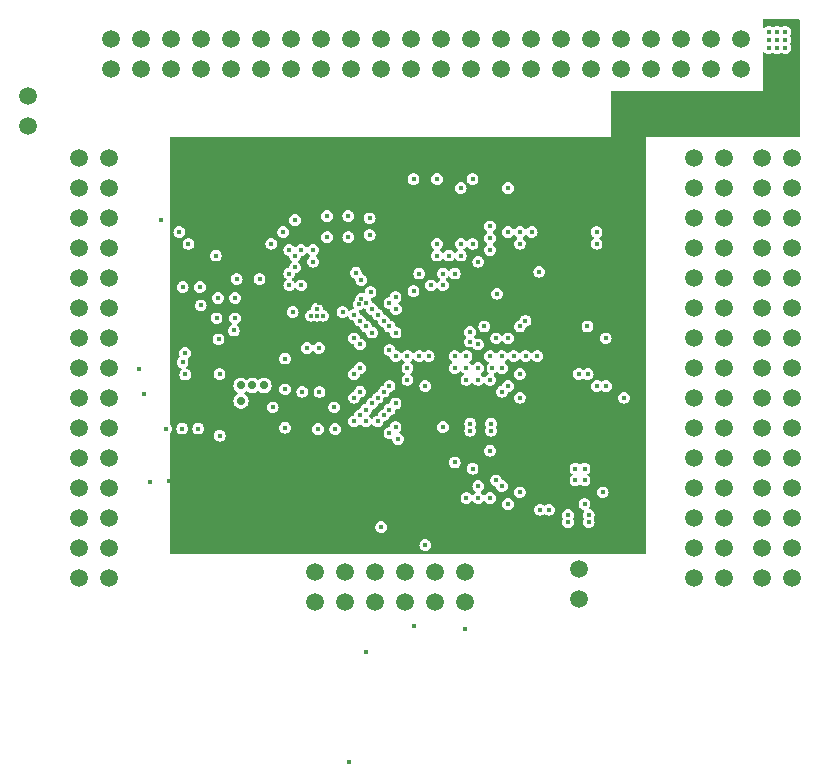
<source format=gbr>
G04 --- HEADER BEGIN --- *
G04 #@! TF.GenerationSoftware,LibrePCB,LibrePCB,1.1.0*
G04 #@! TF.CreationDate,2024-09-08T17:15:58*
G04 #@! TF.ProjectId,flasher,f4b07f79-14a2-4070-9d7d-1f686dcb10c4,v1*
G04 #@! TF.Part,Single*
G04 #@! TF.SameCoordinates*
G04 #@! TF.FileFunction,Copper,L8,Inr*
G04 #@! TF.FilePolarity,Positive*
%FSLAX66Y66*%
%MOMM*%
G01*
G75*
G04 --- HEADER END --- *
G04 --- APERTURE LIST BEGIN --- *
G04 #@! TA.AperFunction,ComponentPad*
%ADD10C,1.5*%
G04 #@! TA.AperFunction,ViaPad*
%ADD11C,0.7*%
%ADD12C,0.4*%
G04 #@! TA.AperFunction,Conductor*
%ADD13C,0.01*%
G04 #@! TD*
G04 --- APERTURE LIST END --- *
G04 --- BOARD BEGIN --- *
D10*
G04 #@! TO.N,P64_1V8*
G04 #@! TO.C,J2*
G04 #@! TO.P,J2,24,24*
X-24804000Y-10630000D03*
G04 #@! TO.N,P45_1V8*
G04 #@! TO.P,J2,2,2*
X-24804000Y17310000D03*
G04 #@! TO.N,P55_1V8*
G04 #@! TO.P,J2,18,18*
X-24804000Y-3010000D03*
G04 #@! TO.N,P53_1V8*
G04 #@! TO.P,J2,8,8*
X-24804000Y9690000D03*
G04 #@! TO.N,P68_1V8*
G04 #@! TO.P,J2,15,15*
X-27344000Y-470000D03*
G04 #@! TO.N,P61_1V8*
G04 #@! TO.P,J2,3,3*
X-27344000Y14770000D03*
G04 #@! TO.N,P72_1V8*
G04 #@! TO.P,J2,14,14*
X-24804000Y2070000D03*
G04 #@! TO.N,P43_1V8*
G04 #@! TO.P,J2,6,6*
X-24804000Y12230000D03*
G04 #@! TO.N,P49_1V8*
G04 #@! TO.P,J2,22,22*
X-24804000Y-8090000D03*
G04 #@! TO.N,P65_1V8*
G04 #@! TO.P,J2,12,12*
X-24804000Y4610000D03*
G04 #@! TO.N,P62_1V8*
G04 #@! TO.P,J2,26,26*
X-24804000Y-13170000D03*
G04 #@! TO.N,P52_1V8*
G04 #@! TO.P,J2,9,9*
X-27344000Y7150000D03*
G04 #@! TO.N,P46_1V8*
G04 #@! TO.P,J2,1,1*
X-27344000Y17310000D03*
G04 #@! TO.N,P50_1V8*
G04 #@! TO.P,J2,23,23*
X-27344000Y-10630000D03*
G04 #@! TO.N,P56_1V8*
G04 #@! TO.P,J2,13,13*
X-27344000Y2070000D03*
G04 #@! TO.N,P58_1V8*
G04 #@! TO.P,J2,19,19*
X-27344000Y-5550000D03*
G04 #@! TO.N,P59_1V8*
G04 #@! TO.P,J2,11,11*
X-27344000Y4610000D03*
G04 #@! TO.N,P54_1V8*
G04 #@! TO.P,J2,7,7*
X-27344000Y9690000D03*
G04 #@! TO.N,P44_1V8*
G04 #@! TO.P,J2,5,5*
X-27344000Y12230000D03*
G04 #@! TO.N,P60_1V8*
G04 #@! TO.P,J2,4,4*
X-24804000Y14770000D03*
G04 #@! TO.N,P66_1V8*
G04 #@! TO.P,J2,28,28*
X-24804000Y-15710000D03*
G04 #@! TO.N,P69_1V8*
G04 #@! TO.P,J2,29,29*
X-27344000Y-18250000D03*
G04 #@! TO.N,P70_1V8*
G04 #@! TO.P,J2,17,17*
X-27344000Y-3010000D03*
G04 #@! TO.N,P51_1V8*
G04 #@! TO.P,J2,30,30*
X-24804000Y-18250000D03*
G04 #@! TO.N,P71_1V8*
G04 #@! TO.P,J2,16,16*
X-24804000Y-470000D03*
G04 #@! TO.N,P47_1V8*
G04 #@! TO.P,J2,20,20*
X-24804000Y-5550000D03*
G04 #@! TO.N,P48_1V8*
G04 #@! TO.P,J2,21,21*
X-27344000Y-8090000D03*
G04 #@! TO.N,P67_1V8*
G04 #@! TO.P,J2,27,27*
X-27344000Y-15710000D03*
G04 #@! TO.N,P57_1V8*
G04 #@! TO.P,J2,10,10*
X-24804000Y7150000D03*
G04 #@! TO.N,P63_1V8*
G04 #@! TO.P,J2,25,25*
X-27344000Y-13170000D03*
G04 #@! TO.N,GND*
G04 #@! TO.C,J4*
G04 #@! TO.P,J4,2,2*
X-31589000Y19991000D03*
G04 #@! TO.N,+5V*
G04 #@! TO.P,J4,1,1*
X-31589000Y22531000D03*
G04 #@! TO.N,P38_3V3*
G04 #@! TO.C,J6*
G04 #@! TO.P,J6,26,26*
X27340000Y-13170000D03*
G04 #@! TO.N,P1_3V3*
G04 #@! TO.P,J6,4,4*
X27340000Y14770000D03*
G04 #@! TO.N,P24_3V3*
G04 #@! TO.P,J6,14,14*
X27340000Y2070000D03*
G04 #@! TO.N,P44_3V3*
G04 #@! TO.P,J6,21,21*
X24800000Y-8090000D03*
G04 #@! TO.N,P2_3V3*
G04 #@! TO.P,J6,6,6*
X27340000Y12230000D03*
G04 #@! TO.N,P26_3V3*
G04 #@! TO.P,J6,11,11*
X24800000Y4610000D03*
G04 #@! TO.N,P40_3V3*
G04 #@! TO.P,J6,28,28*
X27340000Y-15710000D03*
G04 #@! TO.N,P22_3V3*
G04 #@! TO.P,J6,16,16*
X27340000Y-470000D03*
G04 #@! TO.N,P48_3V3*
G04 #@! TO.P,J6,17,17*
X24800000Y-3010000D03*
G04 #@! TO.N,P7_3V3*
G04 #@! TO.P,J6,9,9*
X24800000Y7150000D03*
G04 #@! TO.N,P23_3V3*
G04 #@! TO.P,J6,13,13*
X24800000Y2070000D03*
G04 #@! TO.N,P3_3V3*
G04 #@! TO.P,J6,5,5*
X24800000Y12230000D03*
G04 #@! TO.N,P0_3V3*
G04 #@! TO.P,J6,2,2*
X27340000Y17310000D03*
G04 #@! TO.N,P45_3V3*
G04 #@! TO.P,J6,22,22*
X27340000Y-8090000D03*
G04 #@! TO.N,P35_3V3*
G04 #@! TO.P,J6,23,23*
X24800000Y-10630000D03*
G04 #@! TO.N,P37_3V3*
G04 #@! TO.P,J6,25,25*
X24800000Y-13170000D03*
G04 #@! TO.N,P9_3V3*
G04 #@! TO.P,J6,8,8*
X27340000Y9690000D03*
G04 #@! TO.N,P43_3V3*
G04 #@! TO.P,J6,18,18*
X27340000Y-3010000D03*
G04 #@! TO.N,P6_3V3*
G04 #@! TO.P,J6,7,7*
X24800000Y9690000D03*
G04 #@! TO.N,P49_3V3*
G04 #@! TO.P,J6,20,20*
X27340000Y-5550000D03*
G04 #@! TO.N,N/C*
G04 #@! TO.P,J6,15,15*
X24800000Y-470000D03*
G04 #@! TO.N,GND*
G04 #@! TO.P,J6,30,30*
X27340000Y-18250000D03*
G04 #@! TO.N,P5_3V3*
G04 #@! TO.P,J6,1,1*
X24800000Y17310000D03*
G04 #@! TO.N,P4_3V3*
G04 #@! TO.P,J6,3,3*
X24800000Y14770000D03*
G04 #@! TO.N,P8_3V3*
G04 #@! TO.P,J6,10,10*
X27340000Y7150000D03*
G04 #@! TO.N,P25_3V3*
G04 #@! TO.P,J6,12,12*
X27340000Y4610000D03*
G04 #@! TO.N,VCC3V3*
G04 #@! TO.P,J6,29,29*
X24800000Y-18250000D03*
G04 #@! TO.N,P42_3V3*
G04 #@! TO.P,J6,19,19*
X24800000Y-5550000D03*
G04 #@! TO.N,P41_3V3*
G04 #@! TO.P,J6,27,27*
X24800000Y-15710000D03*
G04 #@! TO.N,P36_3V3*
G04 #@! TO.P,J6,24,24*
X27340000Y-10630000D03*
G04 #@! TO.N,P29_1V8*
G04 #@! TO.C,J1*
G04 #@! TO.P,J1,42,42*
X26202000Y27340000D03*
G04 #@! TO.N,P41_1V8*
G04 #@! TO.P,J1,9,9*
X-14438000Y24800000D03*
G04 #@! TO.N,P0_1V8*
G04 #@! TO.P,J1,6,6*
X-19518000Y27340000D03*
G04 #@! TO.N,P30_1V8*
G04 #@! TO.P,J1,41,41*
X26202000Y24800000D03*
G04 #@! TO.N,P7_1V8*
G04 #@! TO.P,J1,19,19*
X-1738000Y24800000D03*
G04 #@! TO.N,P11_1V8*
G04 #@! TO.P,J1,26,26*
X5882000Y27340000D03*
G04 #@! TO.N,P1_1V8*
G04 #@! TO.P,J1,5,5*
X-19518000Y24800000D03*
G04 #@! TO.N,P40_1V8*
G04 #@! TO.P,J1,17,17*
X-4278000Y24800000D03*
G04 #@! TO.N,GND*
G04 #@! TO.P,J1,44,44*
X28742000Y27340000D03*
G04 #@! TO.N,P6_1V8*
G04 #@! TO.P,J1,8,8*
X-16978000Y27340000D03*
G04 #@! TO.N,P27_1V8*
G04 #@! TO.P,J1,40,40*
X23662000Y27340000D03*
G04 #@! TO.N,P22_1V8*
G04 #@! TO.P,J1,30,30*
X10962000Y27340000D03*
G04 #@! TO.N,P23_1V8*
G04 #@! TO.P,J1,31,31*
X13502000Y24800000D03*
G04 #@! TO.N,P34_1V8*
G04 #@! TO.P,J1,1,1*
X-24598000Y24800000D03*
G04 #@! TO.N,P21_1V8*
G04 #@! TO.P,J1,29,29*
X10962000Y24800000D03*
G04 #@! TO.N,P31_1V8*
G04 #@! TO.P,J1,34,34*
X16042000Y27340000D03*
G04 #@! TO.N,P32_1V8*
G04 #@! TO.P,J1,3,3*
X-22058000Y24800000D03*
G04 #@! TO.N,P12_1V8*
G04 #@! TO.P,J1,25,25*
X5882000Y24800000D03*
G04 #@! TO.N,P17_1V8*
G04 #@! TO.P,J1,24,24*
X3342000Y27340000D03*
G04 #@! TO.N,P33_1V8*
G04 #@! TO.P,J1,2,2*
X-24598000Y27340000D03*
G04 #@! TO.N,P20_1V8*
G04 #@! TO.P,J1,28,28*
X8422000Y27340000D03*
G04 #@! TO.N,P37_1V8*
G04 #@! TO.P,J1,16,16*
X-6818000Y27340000D03*
G04 #@! TO.N,P13_1V8*
G04 #@! TO.P,J1,22,22*
X802000Y27340000D03*
G04 #@! TO.N,P14_1V8*
G04 #@! TO.P,J1,38,38*
X21122000Y27340000D03*
G04 #@! TO.N,VCC1V8*
G04 #@! TO.P,J1,43,43*
X28742000Y24800000D03*
G04 #@! TO.N,P35_1V8*
G04 #@! TO.P,J1,13,13*
X-9358000Y24800000D03*
G04 #@! TO.N,P25_1V8*
G04 #@! TO.P,J1,33,33*
X16042000Y24800000D03*
G04 #@! TO.N,P2_1V8*
G04 #@! TO.P,J1,4,4*
X-22058000Y27340000D03*
G04 #@! TO.N,P19_1V8*
G04 #@! TO.P,J1,27,27*
X8422000Y24800000D03*
G04 #@! TO.N,P3_1V8*
G04 #@! TO.P,J1,7,7*
X-16978000Y24800000D03*
G04 #@! TO.N,P4_1V8*
G04 #@! TO.P,J1,11,11*
X-11898000Y24800000D03*
G04 #@! TO.N,P15_1V8*
G04 #@! TO.P,J1,35,35*
X18582000Y24800000D03*
G04 #@! TO.N,P8_1V8*
G04 #@! TO.P,J1,20,20*
X-1738000Y27340000D03*
G04 #@! TO.N,P28_1V8*
G04 #@! TO.P,J1,37,37*
X21122000Y24800000D03*
G04 #@! TO.N,P10_1V8*
G04 #@! TO.P,J1,21,21*
X802000Y24800000D03*
G04 #@! TO.N,P38_1V8*
G04 #@! TO.P,J1,18,18*
X-4278000Y27340000D03*
G04 #@! TO.N,P16_1V8*
G04 #@! TO.P,J1,36,36*
X18582000Y27340000D03*
G04 #@! TO.N,P18_1V8*
G04 #@! TO.P,J1,23,23*
X3342000Y24800000D03*
G04 #@! TO.N,P39_1V8*
G04 #@! TO.P,J1,15,15*
X-6818000Y24800000D03*
G04 #@! TO.N,P24_1V8*
G04 #@! TO.P,J1,32,32*
X13502000Y27340000D03*
G04 #@! TO.N,P9_1V8*
G04 #@! TO.P,J1,12,12*
X-11898000Y27340000D03*
G04 #@! TO.N,P36_1V8*
G04 #@! TO.P,J1,14,14*
X-9358000Y27340000D03*
G04 #@! TO.N,P26_1V8*
G04 #@! TO.P,J1,39,39*
X23662000Y24800000D03*
G04 #@! TO.N,P42_1V8*
G04 #@! TO.P,J1,10,10*
X-14438000Y27340000D03*
G04 #@! TO.N,GND*
G04 #@! TO.C,J8*
G04 #@! TO.P,J8,2,2*
X15040000Y-20070000D03*
G04 #@! TO.N,PROGRAM_B*
G04 #@! TO.P,J8,1,1*
X15040000Y-17530000D03*
G04 #@! TO.N,P57_3V3*
G04 #@! TO.C,J3*
G04 #@! TO.P,J3,24,24*
X33070000Y-10630000D03*
G04 #@! TO.N,P13_3V3*
G04 #@! TO.P,J3,2,2*
X33070000Y17310000D03*
G04 #@! TO.N,P33_3V3*
G04 #@! TO.P,J3,18,18*
X33070000Y-3010000D03*
G04 #@! TO.N,P11_3V3*
G04 #@! TO.P,J3,8,8*
X33070000Y9690000D03*
G04 #@! TO.N,P15_3V3*
G04 #@! TO.P,J3,15,15*
X30530000Y-470000D03*
G04 #@! TO.N,P27_3V3*
G04 #@! TO.P,J3,3,3*
X30530000Y14770000D03*
G04 #@! TO.N,P21_3V3*
G04 #@! TO.P,J3,14,14*
X33070000Y2070000D03*
G04 #@! TO.N,P10_3V3*
G04 #@! TO.P,J3,6,6*
X33070000Y12230000D03*
G04 #@! TO.N,P51_3V3*
G04 #@! TO.P,J3,22,22*
X33070000Y-8090000D03*
G04 #@! TO.N,P19_3V3*
G04 #@! TO.P,J3,12,12*
X33070000Y4610000D03*
G04 #@! TO.N,P55_3V3*
G04 #@! TO.P,J3,26,26*
X33070000Y-13170000D03*
G04 #@! TO.N,P18_3V3*
G04 #@! TO.P,J3,9,9*
X30530000Y7150000D03*
G04 #@! TO.N,N/C*
G04 #@! TO.P,J3,1,1*
X30530000Y17310000D03*
G04 #@! TO.N,P54_3V3*
G04 #@! TO.P,J3,23,23*
X30530000Y-10630000D03*
G04 #@! TO.N,P30_3V3*
G04 #@! TO.P,J3,13,13*
X30530000Y2070000D03*
G04 #@! TO.N,P29_3V3*
G04 #@! TO.P,J3,19,19*
X30530000Y-5550000D03*
G04 #@! TO.N,P20_3V3*
G04 #@! TO.P,J3,11,11*
X30530000Y4610000D03*
G04 #@! TO.N,P16_3V3*
G04 #@! TO.P,J3,7,7*
X30530000Y9690000D03*
G04 #@! TO.N,P12_3V3*
G04 #@! TO.P,J3,5,5*
X30530000Y12230000D03*
G04 #@! TO.N,P14_3V3*
G04 #@! TO.P,J3,4,4*
X33070000Y14770000D03*
G04 #@! TO.N,N/C*
G04 #@! TO.P,J3,28,28*
X33070000Y-15710000D03*
G04 #@! TO.N,P47_3V3*
G04 #@! TO.P,J3,29,29*
X30530000Y-18250000D03*
G04 #@! TO.N,P32_3V3*
G04 #@! TO.P,J3,17,17*
X30530000Y-3010000D03*
G04 #@! TO.N,P46_3V3*
G04 #@! TO.P,J3,30,30*
X33070000Y-18250000D03*
G04 #@! TO.N,P34_3V3*
G04 #@! TO.P,J3,16,16*
X33070000Y-470000D03*
G04 #@! TO.N,P31_3V3*
G04 #@! TO.P,J3,20,20*
X33070000Y-5550000D03*
G04 #@! TO.N,P50_3V3*
G04 #@! TO.P,J3,21,21*
X30530000Y-8090000D03*
G04 #@! TO.N,P52_3V3*
G04 #@! TO.P,J3,27,27*
X30530000Y-15710000D03*
G04 #@! TO.N,P17_3V3*
G04 #@! TO.P,J3,10,10*
X33070000Y7150000D03*
G04 #@! TO.N,P56_3V3*
G04 #@! TO.P,J3,25,25*
X30530000Y-13170000D03*
G04 #@! TO.N,N23*
G04 #@! TO.C,J5*
G04 #@! TO.P,J5,9,9*
X2817000Y-20270000D03*
G04 #@! TO.N,FLASH_VCC*
G04 #@! TO.P,J5,1,1*
X-7343000Y-20270000D03*
G04 #@! TO.N,GND*
G04 #@! TO.P,J5,4,4*
X-4803000Y-17730000D03*
G04 #@! TO.N,FLASH_SCK*
G04 #@! TO.P,J5,5,5*
X-2263000Y-20270000D03*
G04 #@! TO.N,VCC3V3*
G04 #@! TO.P,J5,2,2*
X-7343000Y-17730000D03*
G04 #@! TO.N,FLASH_VSS*
G04 #@! TO.P,J5,3,3*
X-4803000Y-20270000D03*
G04 #@! TO.N,CCLK*
G04 #@! TO.P,J5,6,6*
X-2263000Y-17730000D03*
G04 #@! TO.N,D0*
G04 #@! TO.P,J5,10,10*
X2817000Y-17730000D03*
G04 #@! TO.N,FLASH_CS*
G04 #@! TO.P,J5,11,11*
X5357000Y-20270000D03*
G04 #@! TO.N,FCS_B*
G04 #@! TO.P,J5,12,12*
X5357000Y-17730000D03*
G04 #@! TO.N,D1*
G04 #@! TO.P,J5,8,8*
X277000Y-17730000D03*
G04 #@! TO.N,N13*
G04 #@! TO.P,J5,7,7*
X277000Y-20270000D03*
D11*
G04 #@! TD.C*
G04 #@! TD.P*
G04 #@! TO.N,GND*
X-11651028Y-1955000D03*
D12*
G04 #@! TO.N,VCC3V3*
X-4500000Y12400000D03*
G04 #@! TO.N,GND*
X-4500000Y10600000D03*
X32500000Y26600000D03*
X-300000Y-6476000D03*
G04 #@! TO.N,VCC3V3*
X-9855000Y325000D03*
G04 #@! TO.N,P71_1V8*
X-8500000Y6524000D03*
G04 #@! TO.N,P45_3V3*
X9018000Y-11994000D03*
G04 #@! TO.N,P28_1V8*
X10017000Y11042000D03*
G04 #@! TO.N,P70_1V8*
X-9500000Y6524000D03*
G04 #@! TO.N,GND*
X-14200000Y2700000D03*
G04 #@! TO.N,VCC1V8*
X-6000000Y14700000D03*
G04 #@! TO.N,VCC3V3*
X10497000Y3528000D03*
G04 #@! TO.N,VCC1V8*
X-7000000Y14700000D03*
G04 #@! TO.N,P36_1V8*
X3017000Y9042000D03*
G04 #@! TO.N,PGOOD1*
X-5700000Y-3800000D03*
G04 #@! TO.N,GND*
X-7168028Y3947000D03*
G04 #@! TO.N,VCC1V0*
X-4018000Y-4993000D03*
G04 #@! TO.N,VCC3V3*
X5825000Y-5776000D03*
G04 #@! TO.N,GND*
X31100000Y28000000D03*
X7575000Y-5776000D03*
G04 #@! TO.N,VCC1V8*
X-2500000Y1000000D03*
G04 #@! TO.N,GND*
X32500000Y28000000D03*
G04 #@! TO.N,MODE/SYNC/1.8V*
X-4993000Y4261000D03*
G04 #@! TO.N,VCC1V8*
X7500000Y12524000D03*
G04 #@! TO.N,P59_1V8*
X-9500000Y9525000D03*
G04 #@! TO.N,P3_3V3*
X15746000Y3042000D03*
G04 #@! TO.N,GND*
X7575000Y-5176000D03*
G04 #@! TO.N,P58_1V8*
X-18038000Y10042000D03*
G04 #@! TO.N,VCC1V8*
X8017000Y13042000D03*
G04 #@! TO.N,P54_1V8*
X-20348000Y12042000D03*
G04 #@! TO.N,GND*
X7701000Y-471000D03*
G04 #@! TO.N,P17_1V8*
X9017000Y14752000D03*
G04 #@! TO.N,VCC1V8*
X-5018000Y5042000D03*
G04 #@! TO.N,INIT_B*
X-3018000Y-4993000D03*
G04 #@! TO.N,INTVCC*
X-2617000Y5959000D03*
G04 #@! TO.N,VCC1V8*
X-4500000Y-3475000D03*
X-5018000Y-3993000D03*
G04 #@! TO.N,P30_1V8*
X16517000Y10042000D03*
G04 #@! TO.N,+5V*
X-9855000Y-5525000D03*
G04 #@! TO.N,VCC3V3*
X8501000Y-471000D03*
G04 #@! TO.N,GND*
X-7138028Y4557000D03*
D11*
X-12621028Y-1955000D03*
D12*
X-18300000Y-1025000D03*
G04 #@! TO.N,P65_1V8*
X-7500000Y8524000D03*
G04 #@! TO.N,VCC1V0*
X-2501000Y4525000D03*
X-3018000Y5042000D03*
G04 #@! TO.N,P69_1V8*
X-12018000Y7042000D03*
G04 #@! TO.N,VCC1V8*
X8125000Y8524000D03*
X-11499000Y9522000D03*
G04 #@! TO.N,P7_3V3*
X9017000Y2042000D03*
G04 #@! TO.N,P18_3V3*
X15768000Y-994000D03*
G04 #@! TO.N,VCC3V3*
X14097000Y-13514000D03*
G04 #@! TO.N,P55_3V3*
X14728000Y-9994000D03*
G04 #@! TO.N,GND*
X-6300000Y10600000D03*
X31800000Y28000000D03*
G04 #@! TO.N,VCC1V0*
X-500000Y-5480000D03*
X-1018000Y-5993000D03*
G04 #@! TO.N,D2*
X500000Y-475000D03*
X1018000Y-22282000D03*
G04 #@! TO.N,P29_1V8*
X11017000Y11042000D03*
G04 #@! TO.N,VCC3V3*
X12500000Y-12475000D03*
D11*
G04 #@! TO.N,GND*
X-13591028Y-3273000D03*
D12*
G04 #@! TO.N,VCC3V3*
X11665000Y7674000D03*
G04 #@! TO.N,P52_3V3*
X6500000Y-10476000D03*
G04 #@! TO.N,P68_1V8*
X-9500000Y7524000D03*
G04 #@! TO.N,VCC3V3*
X5809000Y2564000D03*
G04 #@! TO.N,P12_3V3*
X9500000Y524000D03*
G04 #@! TO.N,+5V*
X-7063000Y-5641000D03*
G04 #@! TO.N,VCC1V8*
X-5000000Y14700000D03*
G04 #@! TO.N,P0_1V8*
X3017000Y15522000D03*
G04 #@! TO.N,P57_1V8*
X-10018000Y11042000D03*
G04 #@! TO.N,VFB2*
X-15655000Y3735000D03*
G04 #@! TO.N,P17_3V3*
X14998000Y-994000D03*
G04 #@! TO.N,VCC1V8*
X31800000Y25400000D03*
G04 #@! TO.N,INTVCC*
X-3400000Y5390000D03*
G04 #@! TO.N,+5V*
X-19934000Y-5605000D03*
G04 #@! TO.N,P69_1V8*
X-13958000Y7042000D03*
G04 #@! TO.N,VCC1V0*
X-1499000Y-4476000D03*
G04 #@! TO.N,VCC1V8*
X5200000Y8427000D03*
G04 #@! TO.N,GND*
X-5613000Y-5641000D03*
G04 #@! TO.N,P49_3V3*
X17038000Y-10994000D03*
G04 #@! TO.N,VCC3V3*
X5501000Y-11476000D03*
G04 #@! TO.N,PGOOD1*
X-10900000Y-3800000D03*
G04 #@! TO.N,VCC1V8*
X31100000Y24000000D03*
X32500000Y24000000D03*
G04 #@! TO.N,P7_1V8*
X6017000Y10042000D03*
G04 #@! TO.N,P60_1V8*
X-8500000Y9525000D03*
G04 #@! TO.N,VCC1V0*
X-1018000Y-1993000D03*
G04 #@! TO.N,P34_3V3*
X8500000Y-2476000D03*
G04 #@! TO.N,P72_1V8*
X-9018000Y8042000D03*
G04 #@! TO.N,P32_1V8*
X1017000Y15522000D03*
G04 #@! TO.N,P40_1V8*
X4500000Y7524000D03*
G04 #@! TO.N,P57_3V3*
X6018000Y-8994000D03*
G04 #@! TO.N,P37_1V8*
X4017000Y9042000D03*
G04 #@! TO.N,P7_1V8*
X6017000Y15522000D03*
G04 #@! TO.N,P41_1V8*
X2500000Y6524000D03*
G04 #@! TO.N,VCC3V3*
X-18520000Y6385000D03*
G04 #@! TO.N,P57_1V8*
X-18808000Y11042000D03*
G04 #@! TO.N,P15_1V8*
X7500000Y10525000D03*
G04 #@! TO.N,GND*
X31800000Y26600000D03*
G04 #@! TO.N,VCC1V8*
X-9618000Y2549000D03*
G04 #@! TO.N,VCC3V3*
X-6300000Y12400000D03*
G04 #@! TO.N,D3*
X-2982000Y-24500000D03*
X500000Y524000D03*
G04 #@! TO.N,P54_3V3*
X15498000Y-9994000D03*
G04 #@! TO.N,VCC1V8*
X-19670000Y-10003000D03*
G04 #@! TO.N,VCC3V3*
X-2700000Y12200000D03*
G04 #@! TO.N,MODE/SYNC/1.8V*
X-3400000Y6975000D03*
G04 #@! TO.N,D1*
X2018000Y-15474000D03*
G04 #@! TO.N,P51_3V3*
X14728000Y-8994000D03*
G04 #@! TO.N,P19_3V3*
X9018000Y-1994000D03*
G04 #@! TO.N,VCC1V8*
X500000Y6524000D03*
G04 #@! TO.N,GND*
X-2700000Y10800000D03*
G04 #@! TO.N,+5V*
X-14088000Y5461000D03*
G04 #@! TO.N,VCC1V8*
X-8100000Y2500000D03*
G04 #@! TO.N,CLK_27MHZ*
X6500000Y8524000D03*
G04 #@! TO.N,VCC1V8*
X-21270000Y-10103000D03*
G04 #@! TO.N,VCC3V3*
X8500000Y-10472000D03*
G04 #@! TO.N,P13_3V3*
X7017000Y3042000D03*
G04 #@! TO.N,P14_3V3*
X6497000Y1522000D03*
G04 #@! TO.N,VCC1V0*
X-1476000Y3500000D03*
X-2018000Y4042000D03*
G04 #@! TO.N,P29_1V8*
X16517000Y11042000D03*
G04 #@! TO.N,VCC1V8*
X31100000Y25400000D03*
G04 #@! TO.N,VCC1V0*
X-3018000Y3042000D03*
G04 #@! TO.N,VCC3V3*
X11501000Y524000D03*
G04 #@! TO.N,VCC1V8*
X-10500000Y6524000D03*
X-11018000Y7042000D03*
X-13018000Y13042000D03*
G04 #@! TO.N,GND*
X-6943000Y-2489000D03*
G04 #@! TO.N,VCC1V0*
X-1018000Y1042000D03*
X-500000Y524000D03*
G04 #@! TO.N,VCC1V8*
X-11300000Y-10600000D03*
G04 #@! TO.N,GND*
X-18325000Y800000D03*
G04 #@! TO.N,VCC3V3*
X-1718000Y-13938000D03*
G04 #@! TO.N,VCC1V8*
X31100000Y24700000D03*
G04 #@! TO.N,INTVCC*
X-3614000Y4911000D03*
G04 #@! TO.N,VCC1V0*
X-3500000Y1525000D03*
G04 #@! TO.N,P38_1V8*
X5017000Y9042000D03*
G04 #@! TO.N,VCC1V8*
X8499000Y9522000D03*
X-5018000Y1042000D03*
X-4500000Y524000D03*
G04 #@! TO.N,P0_1V8*
X3017000Y10042000D03*
G04 #@! TO.N,VCC1V8*
X-7018000Y5042000D03*
G04 #@! TO.N,P35_1V8*
X1500000Y7525000D03*
G04 #@! TO.N,VCC3V3*
X7497000Y-7472000D03*
G04 #@! TO.N,CLK_3V3_29.5MHZ*
X7500000Y525000D03*
G04 #@! TO.N,P22_3V3*
X10018000Y-2994000D03*
G04 #@! TO.N,VFB2*
X-15405000Y-975000D03*
G04 #@! TO.N,VCC1V8*
X2500000Y7525000D03*
X3017000Y8042000D03*
X-12602000Y5564000D03*
G04 #@! TO.N,VCC3V3*
X8092000Y5812000D03*
G04 #@! TO.N,VCC1V8*
X-4000000Y14700000D03*
G04 #@! TO.N,P30_3V3*
X5500000Y524000D03*
G04 #@! TO.N,P58_1V8*
X-11018000Y10042000D03*
G04 #@! TO.N,+5V*
X-9213000Y4261000D03*
G04 #@! TO.N,P16_1V8*
X7500000Y11524000D03*
G04 #@! TO.N,VCC1V0*
X-4018000Y2042000D03*
G04 #@! TO.N,P29_3V3*
X4500000Y524000D03*
G04 #@! TO.N,P39_1V8*
X3500000Y7524000D03*
G04 #@! TO.N,GND*
X-6648028Y3947000D03*
G04 #@! TO.N,VCC1V8*
X-12500000Y12522000D03*
G04 #@! TO.N,P45_3V3*
X15498000Y-11994000D03*
G04 #@! TO.N,VCC1V8*
X12017000Y11042000D03*
G04 #@! TO.N,MODE/SYNC/1.8V*
X-3875000Y7600000D03*
G04 #@! TO.N,VCC1V8*
X-8018000Y8042000D03*
G04 #@! TO.N,P46_3V3*
X7500000Y-11476000D03*
G04 #@! TO.N,VCC1V0*
X-1500000Y-2476000D03*
X-2018000Y-2993000D03*
G04 #@! TO.N,VCC1V8*
X-7493000Y7523000D03*
G04 #@! TO.N,P56_3V3*
X8018000Y-9994000D03*
G04 #@! TO.N,P49_3V3*
X10018000Y-10994000D03*
G04 #@! TO.N,LED1*
X-18536000Y-8000D03*
G04 #@! TO.N,VCC1V0*
X-2499000Y2524000D03*
X-3018000Y-3993000D03*
G04 #@! TO.N,P31_3V3*
X5500000Y-475000D03*
G04 #@! TO.N,VCC3V3*
X4499000Y-8472000D03*
X-21800000Y-2650000D03*
G04 #@! TO.N,P42_1V8*
X3500000Y6524000D03*
G04 #@! TO.N,VCC1V8*
X-3157000Y9240000D03*
G04 #@! TO.N,VCC3V3*
X5825000Y-5176000D03*
X-7000000Y1225000D03*
G04 #@! TO.N,GND*
X5806000Y1764000D03*
G04 #@! TO.N,VCC1V8*
X-6393000Y2503000D03*
X4489000Y11524000D03*
G04 #@! TO.N,GND*
X32500000Y27300000D03*
G04 #@! TO.N,VCC1V8*
X-9018000Y11042000D03*
G04 #@! TO.N,VCC3V3*
X14097000Y-12914000D03*
G04 #@! TO.N,VCC1V8*
X32500000Y25400000D03*
X-12018000Y10042000D03*
G04 #@! TO.N,VCC1V0*
X-2500000Y-3475000D03*
G04 #@! TO.N,P50_3V3*
X15498000Y-8994000D03*
G04 #@! TO.N,VCC1V8*
X31800000Y24700000D03*
G04 #@! TO.N,VCC1V0*
X-3500000Y-475000D03*
G04 #@! TO.N,FCS_B*
X4500000Y-476000D03*
G04 #@! TO.N,VCC1V0*
X-4018000Y-2993000D03*
G04 #@! TO.N,GND*
X-7678028Y3957000D03*
G04 #@! TO.N,VCC1V0*
X-475000Y4500000D03*
X-1018000Y5042000D03*
G04 #@! TO.N,P54_1V8*
X-9018000Y12042000D03*
G04 #@! TO.N,VCC1V0*
X-3501000Y-2475000D03*
G04 #@! TO.N,VCC1V8*
X-5018000Y3042000D03*
X-4500000Y2524000D03*
X9700000Y9100000D03*
G04 #@! TO.N,VCC1V0*
X-2018000Y-4993000D03*
X-1018000Y3042000D03*
X-500000Y2524000D03*
G04 #@! TO.N,VCC3V3*
X-14105000Y3735000D03*
G04 #@! TO.N,VCC1V0*
X-3500000Y-4475000D03*
G04 #@! TO.N,P3_3V3*
X10017000Y3042000D03*
G04 #@! TO.N,VCC1V8*
X5017000Y12042000D03*
X-4500000Y-1476000D03*
X-5018000Y-1993000D03*
G04 #@! TO.N,GND*
X31100000Y26600000D03*
G04 #@! TO.N,CCLK*
X-500000Y5524000D03*
G04 #@! TO.N,VCC1V8*
X9017000Y10042000D03*
G04 #@! TO.N,P47_3V3*
X6500000Y-11476000D03*
G04 #@! TO.N,VCC1V8*
X-2500000Y-700000D03*
G04 #@! TO.N,GND*
X31100000Y27300000D03*
G04 #@! TO.N,P16_3V3*
X10018000Y-994000D03*
G04 #@! TO.N,P27_3V3*
X8017000Y2042000D03*
G04 #@! TO.N,VCC1V8*
X3875000Y4700000D03*
G04 #@! TO.N,P64_1V8*
X-15728000Y9042000D03*
G04 #@! TO.N,GND*
X31800000Y27300000D03*
G04 #@! TO.N,VCC1V0*
X-4018000Y-993000D03*
G04 #@! TO.N,VFB2*
X-17005000Y4824000D03*
G04 #@! TO.N,P10_3V3*
X10500000Y525000D03*
G04 #@! TO.N,VCC3V3*
X3499000Y-5475000D03*
G04 #@! TO.N,P32_3V3*
X6500000Y-1476000D03*
G04 #@! TO.N,D1*
X2018000Y-1994000D03*
G04 #@! TO.N,FLASH_CS*
X-4418000Y-33833000D03*
G04 #@! TO.N,VCC3V3*
X5499000Y-1475000D03*
G04 #@! TO.N,P21_3V3*
X17308000Y-1994000D03*
G04 #@! TO.N,+5V*
X-8393000Y-2489000D03*
G04 #@! TO.N,VCC3V3*
X1500000Y525000D03*
G04 #@! TO.N,P64_1V8*
X-9018000Y9042000D03*
G04 #@! TO.N,GND*
X-18560000Y-5605000D03*
G04 #@! TO.N,VCC1V8*
X11500000Y10524000D03*
X-11602000Y5564000D03*
G04 #@! TO.N,GND*
X15847000Y-12914000D03*
G04 #@! TO.N,P15_3V3*
X6500000Y-476000D03*
G04 #@! TO.N,P17_1V8*
X9017000Y11042000D03*
G04 #@! TO.N,VCC1V8*
X-8470000Y10507000D03*
X32500000Y24700000D03*
G04 #@! TO.N,P7_3V3*
X17286000Y2042000D03*
G04 #@! TO.N,GND*
X-17200000Y-5605000D03*
G04 #@! TO.N,P32_1V8*
X1017000Y6042000D03*
G04 #@! TO.N,P11_3V3*
X8500000Y525000D03*
G04 #@! TO.N,VCC1V8*
X-18170000Y-10103000D03*
X31800000Y24000000D03*
G04 #@! TO.N,GND*
X15847000Y-13514000D03*
X11700000Y-12475000D03*
X2300000Y525000D03*
G04 #@! TO.N,VCC1V8*
X6017000Y9042000D03*
G04 #@! TO.N,P4_1V8*
X5017000Y14752000D03*
G04 #@! TO.N,VCC1V8*
X3875000Y5300000D03*
G04 #@! TO.N,FLASH_CS*
X5357000Y-22570000D03*
G04 #@! TO.N,GND*
X-22186000Y-558000D03*
G04 #@! TO.N,P33_3V3*
X7500000Y-1476000D03*
G04 #@! TO.N,D0*
X500000Y-1475000D03*
G04 #@! TO.N,VCC1V0*
X-3501000Y3525000D03*
X-4018000Y4042000D03*
G04 #@! TO.N,PGOOD1*
X-15400000Y-6200000D03*
G04 #@! TO.N,VFB2*
X-17070000Y6385000D03*
X-15490000Y1950000D03*
D11*
G04 #@! TO.N,GND*
X-13591028Y-1955000D03*
D12*
G04 #@! TO.N,P22_3V3*
X18848000Y-2994000D03*
G04 #@! TO.N,P30_1V8*
X10017000Y10042000D03*
G04 #@! TO.N,P20_3V3*
X16538000Y-1994000D03*
G04 #@! TO.N,+5V*
X-9855000Y-2275000D03*
G04 #@! TO.N,VCC1V0*
X-1018000Y-3993000D03*
X-500000Y-3476000D03*
G04 #@! TO.N,P4_1V8*
X5017000Y10042000D03*
G04 #@! TO.N,P14_1V8*
X7500000Y9524000D03*
G04 #@! TO.N,GND*
X-15538000Y5461000D03*
G04 #@! TO.N,P61_1V8*
X-7500000Y9524000D03*
G04 #@! TO.N,VCC3V3*
X-8000000Y1225000D03*
D13*
G04 #@! TA.AperFunction,Conductor*
G04 #@! TO.N,VCC1V8*
G36*
X-19600000Y-16100001D02*
X-19580500Y-16159328D01*
X-19500001Y-16200000D01*
X-18566494Y-16200000D01*
X-18566494Y-6104145D01*
X-18682916Y-6088818D01*
X-18695463Y-6085456D01*
X-18803947Y-6040520D01*
X-18815199Y-6034024D01*
X-18908352Y-5962544D01*
X-18917544Y-5953352D01*
X-18989024Y-5860199D01*
X-18995520Y-5848947D01*
X-19040456Y-5740463D01*
X-19043818Y-5727916D01*
X-19059145Y-5611494D01*
X-19059145Y-5598506D01*
X-19043818Y-5482084D01*
X-19040456Y-5469537D01*
X-18995520Y-5361053D01*
X-18989024Y-5349801D01*
X-18917544Y-5256648D01*
X-18908352Y-5247456D01*
X-18815199Y-5175976D01*
X-18803947Y-5169480D01*
X-18695463Y-5124544D01*
X-18682916Y-5121182D01*
X-18566494Y-5105855D01*
X-18553506Y-5105855D01*
X-18437084Y-5121182D01*
X-18424537Y-5124544D01*
X-18316053Y-5169480D01*
X-18306494Y-5174998D01*
X-18306494Y-1524145D01*
X-18422916Y-1508818D01*
X-18435463Y-1505456D01*
X-18543947Y-1460520D01*
X-18555199Y-1454024D01*
X-18648352Y-1382544D01*
X-18657544Y-1373352D01*
X-18729024Y-1280199D01*
X-18735520Y-1268947D01*
X-18780456Y-1160463D01*
X-18783818Y-1147916D01*
X-18799145Y-1031494D01*
X-18799145Y-1018506D01*
X-18783818Y-902084D01*
X-18780456Y-889537D01*
X-18735520Y-781053D01*
X-18729024Y-769801D01*
X-18657544Y-676648D01*
X-18648354Y-667458D01*
X-18642307Y-662818D01*
X-18607110Y-611232D01*
X-18609382Y-548823D01*
X-18648236Y-499932D01*
X-18665851Y-492027D01*
X-18665410Y-490963D01*
X-18779947Y-443520D01*
X-18791199Y-437024D01*
X-18884352Y-365544D01*
X-18893544Y-356352D01*
X-18965024Y-263199D01*
X-18971520Y-251947D01*
X-19016456Y-143463D01*
X-19019818Y-130916D01*
X-19035145Y-14494D01*
X-19035145Y-1506D01*
X-19019818Y114916D01*
X-19016456Y127463D01*
X-18971520Y235947D01*
X-18965024Y247199D01*
X-18893544Y340352D01*
X-18884352Y349544D01*
X-18786000Y425013D01*
X-18787904Y427494D01*
X-18754716Y464563D01*
X-18759427Y549414D01*
X-18758013Y550000D01*
X-18759684Y554034D01*
X-18759719Y554667D01*
X-18760523Y556059D01*
X-18805456Y664537D01*
X-18808818Y677084D01*
X-18824145Y793506D01*
X-18824145Y806494D01*
X-18808818Y922916D01*
X-18805456Y935463D01*
X-18760520Y1043947D01*
X-18754024Y1055199D01*
X-18682544Y1148352D01*
X-18673352Y1157544D01*
X-18580199Y1229024D01*
X-18568947Y1235520D01*
X-18526494Y1253104D01*
X-18526494Y5885855D01*
X-18642916Y5901182D01*
X-18655463Y5904544D01*
X-18763947Y5949480D01*
X-18775199Y5955976D01*
X-18868352Y6027456D01*
X-18877544Y6036648D01*
X-18949024Y6129801D01*
X-18955520Y6141053D01*
X-19000456Y6249537D01*
X-19003818Y6262084D01*
X-19019145Y6378506D01*
X-19019145Y6391494D01*
X-19003818Y6507916D01*
X-19000456Y6520463D01*
X-18955520Y6628947D01*
X-18949024Y6640199D01*
X-18877544Y6733352D01*
X-18868352Y6742544D01*
X-18814494Y6783871D01*
X-18814494Y10542855D01*
X-18930916Y10558182D01*
X-18943463Y10561544D01*
X-19051947Y10606480D01*
X-19063199Y10612976D01*
X-19156352Y10684456D01*
X-19165544Y10693648D01*
X-19237024Y10786801D01*
X-19243520Y10798053D01*
X-19288456Y10906537D01*
X-19291818Y10919084D01*
X-19307145Y11035506D01*
X-19307145Y11048494D01*
X-19291818Y11164916D01*
X-19288456Y11177463D01*
X-19243520Y11285947D01*
X-19237024Y11297199D01*
X-19165544Y11390352D01*
X-19156352Y11399544D01*
X-19063199Y11471024D01*
X-19051947Y11477520D01*
X-18943463Y11522456D01*
X-18930916Y11525818D01*
X-18814494Y11541145D01*
X-18801506Y11541145D01*
X-18685084Y11525818D01*
X-18672537Y11522456D01*
X-18564053Y11477520D01*
X-18552801Y11471024D01*
X-18459648Y11399544D01*
X-18450456Y11390352D01*
X-18378976Y11297199D01*
X-18372480Y11285947D01*
X-18327544Y11177463D01*
X-18324182Y11164916D01*
X-18308855Y11048494D01*
X-18308855Y11035506D01*
X-18324182Y10919084D01*
X-18327544Y10906537D01*
X-18372480Y10798053D01*
X-18378976Y10786801D01*
X-18450456Y10693648D01*
X-18459648Y10684456D01*
X-18552801Y10612976D01*
X-18564053Y10606480D01*
X-18672537Y10561544D01*
X-18685084Y10558182D01*
X-18801506Y10542855D01*
X-18814494Y10542855D01*
X-18814494Y6783871D01*
X-18775199Y6814024D01*
X-18763947Y6820520D01*
X-18655463Y6865456D01*
X-18642916Y6868818D01*
X-18526494Y6884145D01*
X-18513506Y6884145D01*
X-18397084Y6868818D01*
X-18384537Y6865456D01*
X-18276053Y6820520D01*
X-18264801Y6814024D01*
X-18171648Y6742544D01*
X-18162456Y6733352D01*
X-18090976Y6640199D01*
X-18084480Y6628947D01*
X-18044494Y6532413D01*
X-18044494Y9542855D01*
X-18160916Y9558182D01*
X-18173463Y9561544D01*
X-18281947Y9606480D01*
X-18293199Y9612976D01*
X-18386352Y9684456D01*
X-18395544Y9693648D01*
X-18467024Y9786801D01*
X-18473520Y9798053D01*
X-18518456Y9906537D01*
X-18521818Y9919084D01*
X-18537145Y10035506D01*
X-18537145Y10048494D01*
X-18521818Y10164916D01*
X-18518456Y10177463D01*
X-18473520Y10285947D01*
X-18467024Y10297199D01*
X-18395544Y10390352D01*
X-18386352Y10399544D01*
X-18293199Y10471024D01*
X-18281947Y10477520D01*
X-18173463Y10522456D01*
X-18160916Y10525818D01*
X-18044494Y10541145D01*
X-18031506Y10541145D01*
X-17915084Y10525818D01*
X-17902537Y10522456D01*
X-17794053Y10477520D01*
X-17782801Y10471024D01*
X-17689648Y10399544D01*
X-17680456Y10390352D01*
X-17608976Y10297199D01*
X-17602480Y10285947D01*
X-17557544Y10177463D01*
X-17554182Y10164916D01*
X-17538855Y10048494D01*
X-17538855Y10035506D01*
X-17554182Y9919084D01*
X-17557544Y9906537D01*
X-17602480Y9798053D01*
X-17608976Y9786801D01*
X-17680456Y9693648D01*
X-17689648Y9684456D01*
X-17782801Y9612976D01*
X-17794053Y9606480D01*
X-17902537Y9561544D01*
X-17915084Y9558182D01*
X-18031506Y9542855D01*
X-18044494Y9542855D01*
X-18044494Y6532413D01*
X-18039544Y6520463D01*
X-18036182Y6507916D01*
X-18020855Y6391494D01*
X-18020855Y6378506D01*
X-18036182Y6262084D01*
X-18039544Y6249537D01*
X-18084480Y6141053D01*
X-18090976Y6129801D01*
X-18162456Y6036648D01*
X-18171648Y6027456D01*
X-18264801Y5955976D01*
X-18276053Y5949480D01*
X-18384537Y5904544D01*
X-18397084Y5901182D01*
X-18513506Y5885855D01*
X-18526494Y5885855D01*
X-18526494Y1253104D01*
X-18460463Y1280456D01*
X-18447916Y1283818D01*
X-18331494Y1299145D01*
X-18318506Y1299145D01*
X-18202084Y1283818D01*
X-18189537Y1280456D01*
X-18081053Y1235520D01*
X-18069801Y1229024D01*
X-17976648Y1157544D01*
X-17967456Y1148352D01*
X-17895976Y1055199D01*
X-17889480Y1043947D01*
X-17844544Y935463D01*
X-17841182Y922916D01*
X-17825855Y806494D01*
X-17825855Y793506D01*
X-17841182Y677084D01*
X-17844544Y664537D01*
X-17889480Y556053D01*
X-17895976Y544801D01*
X-17967456Y451648D01*
X-17976648Y442456D01*
X-18075000Y366987D01*
X-18073096Y364506D01*
X-18106284Y327437D01*
X-18101573Y242586D01*
X-18102987Y242000D01*
X-18101316Y237966D01*
X-18101281Y237333D01*
X-18100477Y235941D01*
X-18055544Y127463D01*
X-18052182Y114916D01*
X-18036855Y-1506D01*
X-18036855Y-14494D01*
X-18052182Y-130916D01*
X-18055544Y-143463D01*
X-18100480Y-251947D01*
X-18106976Y-263199D01*
X-18178456Y-356352D01*
X-18187646Y-365542D01*
X-18193693Y-370182D01*
X-18228890Y-421768D01*
X-18226618Y-484177D01*
X-18187764Y-533068D01*
X-18170149Y-540973D01*
X-18170590Y-542037D01*
X-18056053Y-589480D01*
X-18044801Y-595976D01*
X-17951648Y-667456D01*
X-17942456Y-676648D01*
X-17870976Y-769801D01*
X-17864480Y-781053D01*
X-17819544Y-889537D01*
X-17816182Y-902084D01*
X-17800855Y-1018506D01*
X-17800855Y-1031494D01*
X-17816182Y-1147916D01*
X-17819544Y-1160463D01*
X-17864480Y-1268947D01*
X-17870976Y-1280199D01*
X-17942456Y-1373352D01*
X-17951648Y-1382544D01*
X-18044801Y-1454024D01*
X-18056053Y-1460520D01*
X-18164537Y-1505456D01*
X-18177084Y-1508818D01*
X-18293506Y-1524145D01*
X-18306494Y-1524145D01*
X-18306494Y-5174998D01*
X-18304801Y-5175976D01*
X-18211648Y-5247456D01*
X-18202456Y-5256648D01*
X-18130976Y-5349801D01*
X-18124480Y-5361053D01*
X-18079544Y-5469537D01*
X-18076182Y-5482084D01*
X-18060855Y-5598506D01*
X-18060855Y-5611494D01*
X-18076182Y-5727916D01*
X-18079544Y-5740463D01*
X-18124480Y-5848947D01*
X-18130976Y-5860199D01*
X-18202456Y-5953352D01*
X-18211648Y-5962544D01*
X-18304801Y-6034024D01*
X-18316053Y-6040520D01*
X-18424537Y-6085456D01*
X-18437084Y-6088818D01*
X-18553506Y-6104145D01*
X-18566494Y-6104145D01*
X-18566494Y-16200000D01*
X-17206494Y-16200000D01*
X-17206494Y-6104145D01*
X-17322916Y-6088818D01*
X-17335463Y-6085456D01*
X-17443947Y-6040520D01*
X-17455199Y-6034024D01*
X-17548352Y-5962544D01*
X-17557544Y-5953352D01*
X-17629024Y-5860199D01*
X-17635520Y-5848947D01*
X-17680456Y-5740463D01*
X-17683818Y-5727916D01*
X-17699145Y-5611494D01*
X-17699145Y-5598506D01*
X-17683818Y-5482084D01*
X-17680456Y-5469537D01*
X-17635520Y-5361053D01*
X-17629024Y-5349801D01*
X-17557544Y-5256648D01*
X-17548352Y-5247456D01*
X-17455199Y-5175976D01*
X-17443947Y-5169480D01*
X-17335463Y-5124544D01*
X-17322916Y-5121182D01*
X-17206494Y-5105855D01*
X-17193506Y-5105855D01*
X-17077084Y-5121182D01*
X-17064537Y-5124544D01*
X-17011494Y-5146515D01*
X-17011494Y4324855D01*
X-17127916Y4340182D01*
X-17140463Y4343544D01*
X-17248947Y4388480D01*
X-17260199Y4394976D01*
X-17353352Y4466456D01*
X-17362544Y4475648D01*
X-17434024Y4568801D01*
X-17440520Y4580053D01*
X-17485456Y4688537D01*
X-17488818Y4701084D01*
X-17504145Y4817506D01*
X-17504145Y4830494D01*
X-17488818Y4946916D01*
X-17485456Y4959463D01*
X-17440520Y5067947D01*
X-17434024Y5079199D01*
X-17362544Y5172352D01*
X-17353352Y5181544D01*
X-17260199Y5253024D01*
X-17248947Y5259520D01*
X-17140463Y5304456D01*
X-17127916Y5307818D01*
X-17076494Y5314587D01*
X-17076494Y5885855D01*
X-17192916Y5901182D01*
X-17205463Y5904544D01*
X-17313947Y5949480D01*
X-17325199Y5955976D01*
X-17418352Y6027456D01*
X-17427544Y6036648D01*
X-17499024Y6129801D01*
X-17505520Y6141053D01*
X-17550456Y6249537D01*
X-17553818Y6262084D01*
X-17569145Y6378506D01*
X-17569145Y6391494D01*
X-17553818Y6507916D01*
X-17550456Y6520463D01*
X-17505520Y6628947D01*
X-17499024Y6640199D01*
X-17427544Y6733352D01*
X-17418352Y6742544D01*
X-17325199Y6814024D01*
X-17313947Y6820520D01*
X-17205463Y6865456D01*
X-17192916Y6868818D01*
X-17076494Y6884145D01*
X-17063506Y6884145D01*
X-16947084Y6868818D01*
X-16934537Y6865456D01*
X-16826053Y6820520D01*
X-16814801Y6814024D01*
X-16721648Y6742544D01*
X-16712456Y6733352D01*
X-16640976Y6640199D01*
X-16634480Y6628947D01*
X-16589544Y6520463D01*
X-16586182Y6507916D01*
X-16570855Y6391494D01*
X-16570855Y6378506D01*
X-16586182Y6262084D01*
X-16589544Y6249537D01*
X-16634480Y6141053D01*
X-16640976Y6129801D01*
X-16712456Y6036648D01*
X-16721648Y6027456D01*
X-16814801Y5955976D01*
X-16826053Y5949480D01*
X-16934537Y5904544D01*
X-16947084Y5901182D01*
X-17063506Y5885855D01*
X-17076494Y5885855D01*
X-17076494Y5314587D01*
X-17011494Y5323145D01*
X-16998506Y5323145D01*
X-16882084Y5307818D01*
X-16869537Y5304456D01*
X-16761053Y5259520D01*
X-16749801Y5253024D01*
X-16656648Y5181544D01*
X-16647456Y5172352D01*
X-16575976Y5079199D01*
X-16569480Y5067947D01*
X-16524544Y4959463D01*
X-16521182Y4946916D01*
X-16505855Y4830494D01*
X-16505855Y4817506D01*
X-16521182Y4701084D01*
X-16524544Y4688537D01*
X-16569480Y4580053D01*
X-16575976Y4568801D01*
X-16647456Y4475648D01*
X-16656648Y4466456D01*
X-16749801Y4394976D01*
X-16761053Y4388480D01*
X-16869537Y4343544D01*
X-16882084Y4340182D01*
X-16998506Y4324855D01*
X-17011494Y4324855D01*
X-17011494Y-5146515D01*
X-16956053Y-5169480D01*
X-16944801Y-5175976D01*
X-16851648Y-5247456D01*
X-16842456Y-5256648D01*
X-16770976Y-5349801D01*
X-16764480Y-5361053D01*
X-16719544Y-5469537D01*
X-16716182Y-5482084D01*
X-16700855Y-5598506D01*
X-16700855Y-5611494D01*
X-16716182Y-5727916D01*
X-16719544Y-5740463D01*
X-16764480Y-5848947D01*
X-16770976Y-5860199D01*
X-16842456Y-5953352D01*
X-16851648Y-5962544D01*
X-16944801Y-6034024D01*
X-16956053Y-6040520D01*
X-17064537Y-6085456D01*
X-17077084Y-6088818D01*
X-17193506Y-6104145D01*
X-17206494Y-6104145D01*
X-17206494Y-16200000D01*
X-15406494Y-16200000D01*
X-15406494Y-6699145D01*
X-15522916Y-6683818D01*
X-15535463Y-6680456D01*
X-15643947Y-6635520D01*
X-15655199Y-6629024D01*
X-15748352Y-6557544D01*
X-15757544Y-6548352D01*
X-15829024Y-6455199D01*
X-15835520Y-6443947D01*
X-15880456Y-6335463D01*
X-15883818Y-6322916D01*
X-15899145Y-6206494D01*
X-15899145Y-6193506D01*
X-15883818Y-6077084D01*
X-15880456Y-6064537D01*
X-15835520Y-5956053D01*
X-15829024Y-5944801D01*
X-15757544Y-5851648D01*
X-15748352Y-5842456D01*
X-15655199Y-5770976D01*
X-15643947Y-5764480D01*
X-15535463Y-5719544D01*
X-15522916Y-5716182D01*
X-15411494Y-5701513D01*
X-15411494Y-1474145D01*
X-15527916Y-1458818D01*
X-15540463Y-1455456D01*
X-15648947Y-1410520D01*
X-15660199Y-1404024D01*
X-15753352Y-1332544D01*
X-15762544Y-1323352D01*
X-15834024Y-1230199D01*
X-15840520Y-1218947D01*
X-15885456Y-1110463D01*
X-15888818Y-1097916D01*
X-15904145Y-981494D01*
X-15904145Y-968506D01*
X-15888818Y-852084D01*
X-15885456Y-839537D01*
X-15840520Y-731053D01*
X-15834024Y-719801D01*
X-15762544Y-626648D01*
X-15753352Y-617456D01*
X-15660199Y-545976D01*
X-15648947Y-539480D01*
X-15540463Y-494544D01*
X-15527916Y-491182D01*
X-15496494Y-487045D01*
X-15496494Y1450855D01*
X-15612916Y1466182D01*
X-15625463Y1469544D01*
X-15733947Y1514480D01*
X-15745199Y1520976D01*
X-15838352Y1592456D01*
X-15847544Y1601648D01*
X-15919024Y1694801D01*
X-15925520Y1706053D01*
X-15970456Y1814537D01*
X-15973818Y1827084D01*
X-15989145Y1943506D01*
X-15989145Y1956494D01*
X-15973818Y2072916D01*
X-15970456Y2085463D01*
X-15925520Y2193947D01*
X-15919024Y2205199D01*
X-15847544Y2298352D01*
X-15838352Y2307544D01*
X-15745199Y2379024D01*
X-15733947Y2385520D01*
X-15661494Y2415531D01*
X-15661494Y3235855D01*
X-15777916Y3251182D01*
X-15790463Y3254544D01*
X-15898947Y3299480D01*
X-15910199Y3305976D01*
X-16003352Y3377456D01*
X-16012544Y3386648D01*
X-16084024Y3479801D01*
X-16090520Y3491053D01*
X-16135456Y3599537D01*
X-16138818Y3612084D01*
X-16154145Y3728506D01*
X-16154145Y3741494D01*
X-16138818Y3857916D01*
X-16135456Y3870463D01*
X-16090520Y3978947D01*
X-16084024Y3990199D01*
X-16012544Y4083352D01*
X-16003352Y4092544D01*
X-15910199Y4164024D01*
X-15898947Y4170520D01*
X-15790463Y4215456D01*
X-15777916Y4218818D01*
X-15661494Y4234145D01*
X-15648506Y4234145D01*
X-15544494Y4220451D01*
X-15544494Y4961855D01*
X-15660916Y4977182D01*
X-15673463Y4980544D01*
X-15781947Y5025480D01*
X-15793199Y5031976D01*
X-15886352Y5103456D01*
X-15895544Y5112648D01*
X-15967024Y5205801D01*
X-15973520Y5217053D01*
X-16018456Y5325537D01*
X-16021818Y5338084D01*
X-16037145Y5454506D01*
X-16037145Y5467494D01*
X-16021818Y5583916D01*
X-16018456Y5596463D01*
X-15973520Y5704947D01*
X-15967024Y5716199D01*
X-15895544Y5809352D01*
X-15886352Y5818544D01*
X-15793199Y5890024D01*
X-15781947Y5896520D01*
X-15734494Y5916175D01*
X-15734494Y8542855D01*
X-15850916Y8558182D01*
X-15863463Y8561544D01*
X-15971947Y8606480D01*
X-15983199Y8612976D01*
X-16076352Y8684456D01*
X-16085544Y8693648D01*
X-16157024Y8786801D01*
X-16163520Y8798053D01*
X-16208456Y8906537D01*
X-16211818Y8919084D01*
X-16227145Y9035506D01*
X-16227145Y9048494D01*
X-16211818Y9164916D01*
X-16208456Y9177463D01*
X-16163520Y9285947D01*
X-16157024Y9297199D01*
X-16085544Y9390352D01*
X-16076352Y9399544D01*
X-15983199Y9471024D01*
X-15971947Y9477520D01*
X-15863463Y9522456D01*
X-15850916Y9525818D01*
X-15734494Y9541145D01*
X-15721506Y9541145D01*
X-15605084Y9525818D01*
X-15592537Y9522456D01*
X-15484053Y9477520D01*
X-15472801Y9471024D01*
X-15379648Y9399544D01*
X-15370456Y9390352D01*
X-15298976Y9297199D01*
X-15292480Y9285947D01*
X-15247544Y9177463D01*
X-15244182Y9164916D01*
X-15228855Y9048494D01*
X-15228855Y9035506D01*
X-15244182Y8919084D01*
X-15247544Y8906537D01*
X-15292480Y8798053D01*
X-15298976Y8786801D01*
X-15370456Y8693648D01*
X-15379648Y8684456D01*
X-15472801Y8612976D01*
X-15484053Y8606480D01*
X-15592537Y8561544D01*
X-15605084Y8558182D01*
X-15721506Y8542855D01*
X-15734494Y8542855D01*
X-15734494Y5916175D01*
X-15673463Y5941456D01*
X-15660916Y5944818D01*
X-15544494Y5960145D01*
X-15531506Y5960145D01*
X-15415084Y5944818D01*
X-15402537Y5941456D01*
X-15294053Y5896520D01*
X-15282801Y5890024D01*
X-15189648Y5818544D01*
X-15180456Y5809352D01*
X-15108976Y5716199D01*
X-15102480Y5704947D01*
X-15057544Y5596463D01*
X-15054182Y5583916D01*
X-15038855Y5467494D01*
X-15038855Y5454506D01*
X-15054182Y5338084D01*
X-15057544Y5325537D01*
X-15102480Y5217053D01*
X-15108976Y5205801D01*
X-15180456Y5112648D01*
X-15189648Y5103456D01*
X-15282801Y5031976D01*
X-15294053Y5025480D01*
X-15402537Y4980544D01*
X-15415084Y4977182D01*
X-15531506Y4961855D01*
X-15544494Y4961855D01*
X-15544494Y4220451D01*
X-15532084Y4218818D01*
X-15519537Y4215456D01*
X-15411053Y4170520D01*
X-15399801Y4164024D01*
X-15306648Y4092544D01*
X-15297456Y4083352D01*
X-15225976Y3990199D01*
X-15219480Y3978947D01*
X-15174544Y3870463D01*
X-15171182Y3857916D01*
X-15155855Y3741494D01*
X-15155855Y3728506D01*
X-15171182Y3612084D01*
X-15174544Y3599537D01*
X-15219480Y3491053D01*
X-15225976Y3479801D01*
X-15297456Y3386648D01*
X-15306648Y3377456D01*
X-15399801Y3305976D01*
X-15411053Y3299480D01*
X-15519537Y3254544D01*
X-15532084Y3251182D01*
X-15648506Y3235855D01*
X-15661494Y3235855D01*
X-15661494Y2415531D01*
X-15625463Y2430456D01*
X-15612916Y2433818D01*
X-15496494Y2449145D01*
X-15483506Y2449145D01*
X-15367084Y2433818D01*
X-15354537Y2430456D01*
X-15246053Y2385520D01*
X-15234801Y2379024D01*
X-15141648Y2307544D01*
X-15132456Y2298352D01*
X-15060976Y2205199D01*
X-15054480Y2193947D01*
X-15009544Y2085463D01*
X-15006182Y2072916D01*
X-14990855Y1956494D01*
X-14990855Y1943506D01*
X-15006182Y1827084D01*
X-15009544Y1814537D01*
X-15054480Y1706053D01*
X-15060976Y1694801D01*
X-15132456Y1601648D01*
X-15141648Y1592456D01*
X-15234801Y1520976D01*
X-15246053Y1514480D01*
X-15354537Y1469544D01*
X-15367084Y1466182D01*
X-15483506Y1450855D01*
X-15496494Y1450855D01*
X-15496494Y-487045D01*
X-15411494Y-475855D01*
X-15398506Y-475855D01*
X-15282084Y-491182D01*
X-15269537Y-494544D01*
X-15161053Y-539480D01*
X-15149801Y-545976D01*
X-15056648Y-617456D01*
X-15047456Y-626648D01*
X-14975976Y-719801D01*
X-14969480Y-731053D01*
X-14924544Y-839537D01*
X-14921182Y-852084D01*
X-14905855Y-968506D01*
X-14905855Y-981494D01*
X-14921182Y-1097916D01*
X-14924544Y-1110463D01*
X-14969480Y-1218947D01*
X-14975976Y-1230199D01*
X-15047456Y-1323352D01*
X-15056648Y-1332544D01*
X-15149801Y-1404024D01*
X-15161053Y-1410520D01*
X-15269537Y-1455456D01*
X-15282084Y-1458818D01*
X-15398506Y-1474145D01*
X-15411494Y-1474145D01*
X-15411494Y-5701513D01*
X-15406494Y-5700855D01*
X-15393506Y-5700855D01*
X-15277084Y-5716182D01*
X-15264537Y-5719544D01*
X-15156053Y-5764480D01*
X-15144801Y-5770976D01*
X-15051648Y-5842456D01*
X-15042456Y-5851648D01*
X-14970976Y-5944801D01*
X-14964480Y-5956053D01*
X-14919544Y-6064537D01*
X-14916182Y-6077084D01*
X-14900855Y-6193506D01*
X-14900855Y-6206494D01*
X-14916182Y-6322916D01*
X-14919544Y-6335463D01*
X-14964480Y-6443947D01*
X-14970976Y-6455199D01*
X-15042456Y-6548352D01*
X-15051648Y-6557544D01*
X-15144801Y-6629024D01*
X-15156053Y-6635520D01*
X-15264537Y-6680456D01*
X-15277084Y-6683818D01*
X-15393506Y-6699145D01*
X-15406494Y-6699145D01*
X-15406494Y-16200000D01*
X-13663325Y-16200000D01*
X-13663325Y-3918261D01*
X-13675254Y-3916812D01*
X-13815643Y-3882210D01*
X-13826879Y-3877949D01*
X-13954915Y-3810751D01*
X-13964798Y-3803928D01*
X-14073034Y-3708040D01*
X-14080994Y-3699055D01*
X-14163140Y-3580045D01*
X-14168718Y-3569417D01*
X-14219997Y-3434207D01*
X-14222869Y-3422554D01*
X-14240299Y-3279004D01*
X-14240299Y-3266996D01*
X-14222869Y-3123446D01*
X-14219997Y-3111793D01*
X-14168718Y-2976583D01*
X-14163140Y-2965955D01*
X-14080994Y-2846945D01*
X-14073034Y-2837960D01*
X-13964798Y-2742072D01*
X-13954914Y-2735249D01*
X-13892602Y-2702545D01*
X-13849133Y-2657708D01*
X-13840741Y-2595824D01*
X-13892602Y-2525455D01*
X-13954914Y-2492751D01*
X-13964798Y-2485928D01*
X-14073034Y-2390040D01*
X-14080994Y-2381055D01*
X-14163140Y-2262045D01*
X-14168718Y-2251417D01*
X-14219997Y-2116207D01*
X-14222869Y-2104554D01*
X-14240299Y-1961004D01*
X-14240299Y-1948996D01*
X-14222869Y-1805446D01*
X-14219997Y-1793793D01*
X-14206494Y-1758188D01*
X-14206494Y2200855D01*
X-14322916Y2216182D01*
X-14335463Y2219544D01*
X-14443947Y2264480D01*
X-14455199Y2270976D01*
X-14548352Y2342456D01*
X-14557544Y2351648D01*
X-14629024Y2444801D01*
X-14635520Y2456053D01*
X-14680456Y2564537D01*
X-14683818Y2577084D01*
X-14699145Y2693506D01*
X-14699145Y2706494D01*
X-14683818Y2822916D01*
X-14680456Y2835463D01*
X-14635520Y2943947D01*
X-14629024Y2955199D01*
X-14557544Y3048352D01*
X-14548352Y3057544D01*
X-14455199Y3129024D01*
X-14443946Y3135521D01*
X-14405311Y3151524D01*
X-14357962Y3192243D01*
X-14344004Y3253113D01*
X-14382703Y3323245D01*
X-14453352Y3377456D01*
X-14462544Y3386648D01*
X-14534024Y3479801D01*
X-14540520Y3491053D01*
X-14585456Y3599537D01*
X-14588818Y3612084D01*
X-14604145Y3728506D01*
X-14604145Y3741494D01*
X-14588818Y3857916D01*
X-14585456Y3870463D01*
X-14540520Y3978947D01*
X-14534024Y3990199D01*
X-14462544Y4083352D01*
X-14453352Y4092544D01*
X-14360199Y4164024D01*
X-14348947Y4170520D01*
X-14240463Y4215456D01*
X-14227916Y4218818D01*
X-14111494Y4234145D01*
X-14098506Y4234145D01*
X-14094494Y4233616D01*
X-14094494Y4961855D01*
X-14210916Y4977182D01*
X-14223463Y4980544D01*
X-14331947Y5025480D01*
X-14343199Y5031976D01*
X-14436352Y5103456D01*
X-14445544Y5112648D01*
X-14517024Y5205801D01*
X-14523520Y5217053D01*
X-14568456Y5325537D01*
X-14571818Y5338084D01*
X-14587145Y5454506D01*
X-14587145Y5467494D01*
X-14571818Y5583916D01*
X-14568456Y5596463D01*
X-14523520Y5704947D01*
X-14517024Y5716199D01*
X-14445544Y5809352D01*
X-14436352Y5818544D01*
X-14343199Y5890024D01*
X-14331947Y5896520D01*
X-14223463Y5941456D01*
X-14210916Y5944818D01*
X-14094494Y5960145D01*
X-14081506Y5960145D01*
X-13965084Y5944818D01*
X-13964494Y5944659D01*
X-13964494Y6542855D01*
X-14080916Y6558182D01*
X-14093463Y6561544D01*
X-14201947Y6606480D01*
X-14213199Y6612976D01*
X-14306352Y6684456D01*
X-14315544Y6693648D01*
X-14387024Y6786801D01*
X-14393520Y6798053D01*
X-14438456Y6906537D01*
X-14441818Y6919084D01*
X-14457145Y7035506D01*
X-14457145Y7048494D01*
X-14441818Y7164916D01*
X-14438456Y7177463D01*
X-14393520Y7285947D01*
X-14387024Y7297199D01*
X-14315544Y7390352D01*
X-14306352Y7399544D01*
X-14213199Y7471024D01*
X-14201947Y7477520D01*
X-14093463Y7522456D01*
X-14080916Y7525818D01*
X-13964494Y7541145D01*
X-13951506Y7541145D01*
X-13835084Y7525818D01*
X-13822537Y7522456D01*
X-13714053Y7477520D01*
X-13702801Y7471024D01*
X-13609648Y7399544D01*
X-13600456Y7390352D01*
X-13528976Y7297199D01*
X-13522480Y7285947D01*
X-13477544Y7177463D01*
X-13474182Y7164916D01*
X-13458855Y7048494D01*
X-13458855Y7035506D01*
X-13474182Y6919084D01*
X-13477544Y6906537D01*
X-13522480Y6798053D01*
X-13528976Y6786801D01*
X-13600456Y6693648D01*
X-13609648Y6684456D01*
X-13702801Y6612976D01*
X-13714053Y6606480D01*
X-13822537Y6561544D01*
X-13835084Y6558182D01*
X-13951506Y6542855D01*
X-13964494Y6542855D01*
X-13964494Y5944659D01*
X-13952537Y5941456D01*
X-13844053Y5896520D01*
X-13832801Y5890024D01*
X-13739648Y5818544D01*
X-13730456Y5809352D01*
X-13658976Y5716199D01*
X-13652480Y5704947D01*
X-13607544Y5596463D01*
X-13604182Y5583916D01*
X-13588855Y5467494D01*
X-13588855Y5454506D01*
X-13604182Y5338084D01*
X-13607544Y5325537D01*
X-13652480Y5217053D01*
X-13658976Y5205801D01*
X-13730456Y5112648D01*
X-13739648Y5103456D01*
X-13832801Y5031976D01*
X-13844053Y5025480D01*
X-13952537Y4980544D01*
X-13965084Y4977182D01*
X-14081506Y4961855D01*
X-14094494Y4961855D01*
X-14094494Y4233616D01*
X-13982084Y4218818D01*
X-13969537Y4215456D01*
X-13861053Y4170520D01*
X-13849801Y4164024D01*
X-13756648Y4092544D01*
X-13747456Y4083352D01*
X-13675976Y3990199D01*
X-13669480Y3978947D01*
X-13624544Y3870463D01*
X-13621182Y3857916D01*
X-13605855Y3741494D01*
X-13605855Y3728506D01*
X-13621182Y3612084D01*
X-13624544Y3599537D01*
X-13669480Y3491053D01*
X-13675976Y3479801D01*
X-13747456Y3386648D01*
X-13756648Y3377456D01*
X-13849801Y3305976D01*
X-13861054Y3299479D01*
X-13899689Y3283476D01*
X-13947038Y3242757D01*
X-13960996Y3181887D01*
X-13922297Y3111755D01*
X-13851648Y3057544D01*
X-13842456Y3048352D01*
X-13770976Y2955199D01*
X-13764480Y2943947D01*
X-13719544Y2835463D01*
X-13716182Y2822916D01*
X-13700855Y2706494D01*
X-13700855Y2693506D01*
X-13716182Y2577084D01*
X-13719544Y2564537D01*
X-13764480Y2456053D01*
X-13770976Y2444801D01*
X-13842456Y2351648D01*
X-13851648Y2342456D01*
X-13944801Y2270976D01*
X-13956053Y2264480D01*
X-14064537Y2219544D01*
X-14077084Y2216182D01*
X-14193506Y2200855D01*
X-14206494Y2200855D01*
X-14206494Y-1758188D01*
X-14168718Y-1658583D01*
X-14163140Y-1647955D01*
X-14080994Y-1528945D01*
X-14073034Y-1519960D01*
X-13964798Y-1424072D01*
X-13954915Y-1417249D01*
X-13826879Y-1350051D01*
X-13815643Y-1345790D01*
X-13675254Y-1311188D01*
X-13663325Y-1309739D01*
X-13518731Y-1309739D01*
X-13506802Y-1311188D01*
X-13366413Y-1345790D01*
X-13355177Y-1350051D01*
X-13227141Y-1417249D01*
X-13217258Y-1424071D01*
X-13172339Y-1463866D01*
X-13115001Y-1488611D01*
X-13039717Y-1463866D01*
X-12994798Y-1424071D01*
X-12984915Y-1417249D01*
X-12856879Y-1350051D01*
X-12845643Y-1345790D01*
X-12705254Y-1311188D01*
X-12693325Y-1309739D01*
X-12548731Y-1309739D01*
X-12536802Y-1311188D01*
X-12396413Y-1345790D01*
X-12385177Y-1350051D01*
X-12257141Y-1417249D01*
X-12247258Y-1424071D01*
X-12202339Y-1463866D01*
X-12145001Y-1488611D01*
X-12069717Y-1463866D01*
X-12024798Y-1424071D01*
X-12024494Y-1423861D01*
X-12024494Y6542855D01*
X-12140916Y6558182D01*
X-12153463Y6561544D01*
X-12261947Y6606480D01*
X-12273199Y6612976D01*
X-12366352Y6684456D01*
X-12375544Y6693648D01*
X-12447024Y6786801D01*
X-12453520Y6798053D01*
X-12498456Y6906537D01*
X-12501818Y6919084D01*
X-12517145Y7035506D01*
X-12517145Y7048494D01*
X-12501818Y7164916D01*
X-12498456Y7177463D01*
X-12453520Y7285947D01*
X-12447024Y7297199D01*
X-12375544Y7390352D01*
X-12366352Y7399544D01*
X-12273199Y7471024D01*
X-12261947Y7477520D01*
X-12153463Y7522456D01*
X-12140916Y7525818D01*
X-12024494Y7541145D01*
X-12011506Y7541145D01*
X-11895084Y7525818D01*
X-11882537Y7522456D01*
X-11774053Y7477520D01*
X-11762801Y7471024D01*
X-11669648Y7399544D01*
X-11660456Y7390352D01*
X-11588976Y7297199D01*
X-11582480Y7285947D01*
X-11537544Y7177463D01*
X-11534182Y7164916D01*
X-11518855Y7048494D01*
X-11518855Y7035506D01*
X-11534182Y6919084D01*
X-11537544Y6906537D01*
X-11582480Y6798053D01*
X-11588976Y6786801D01*
X-11660456Y6693648D01*
X-11669648Y6684456D01*
X-11762801Y6612976D01*
X-11774053Y6606480D01*
X-11882537Y6561544D01*
X-11895084Y6558182D01*
X-12011506Y6542855D01*
X-12024494Y6542855D01*
X-12024494Y-1423861D01*
X-12014915Y-1417249D01*
X-11886879Y-1350051D01*
X-11875643Y-1345790D01*
X-11735254Y-1311188D01*
X-11723325Y-1309739D01*
X-11578731Y-1309739D01*
X-11566802Y-1311188D01*
X-11426413Y-1345790D01*
X-11415177Y-1350051D01*
X-11287141Y-1417249D01*
X-11277258Y-1424072D01*
X-11169022Y-1519960D01*
X-11161062Y-1528945D01*
X-11078916Y-1647955D01*
X-11073338Y-1658583D01*
X-11024494Y-1787372D01*
X-11024494Y9542855D01*
X-11140916Y9558182D01*
X-11153463Y9561544D01*
X-11261947Y9606480D01*
X-11273199Y9612976D01*
X-11366352Y9684456D01*
X-11375544Y9693648D01*
X-11447024Y9786801D01*
X-11453520Y9798053D01*
X-11498456Y9906537D01*
X-11501818Y9919084D01*
X-11517145Y10035506D01*
X-11517145Y10048494D01*
X-11501818Y10164916D01*
X-11498456Y10177463D01*
X-11453520Y10285947D01*
X-11447024Y10297199D01*
X-11375544Y10390352D01*
X-11366352Y10399544D01*
X-11273199Y10471024D01*
X-11261947Y10477520D01*
X-11153463Y10522456D01*
X-11140916Y10525818D01*
X-11024494Y10541145D01*
X-11011506Y10541145D01*
X-10895084Y10525818D01*
X-10882537Y10522456D01*
X-10774053Y10477520D01*
X-10762801Y10471024D01*
X-10669648Y10399544D01*
X-10660456Y10390352D01*
X-10588976Y10297199D01*
X-10582480Y10285947D01*
X-10537544Y10177463D01*
X-10534182Y10164916D01*
X-10518855Y10048494D01*
X-10518855Y10035506D01*
X-10534182Y9919084D01*
X-10537544Y9906537D01*
X-10582480Y9798053D01*
X-10588976Y9786801D01*
X-10660456Y9693648D01*
X-10669648Y9684456D01*
X-10762801Y9612976D01*
X-10774053Y9606480D01*
X-10882537Y9561544D01*
X-10895084Y9558182D01*
X-11011506Y9542855D01*
X-11024494Y9542855D01*
X-11024494Y-1787372D01*
X-11022059Y-1793793D01*
X-11019187Y-1805446D01*
X-11001757Y-1948996D01*
X-11001757Y-1961004D01*
X-11019187Y-2104554D01*
X-11022059Y-2116207D01*
X-11073338Y-2251417D01*
X-11078916Y-2262045D01*
X-11161062Y-2381055D01*
X-11169022Y-2390040D01*
X-11277258Y-2485928D01*
X-11287141Y-2492751D01*
X-11415177Y-2559949D01*
X-11426413Y-2564210D01*
X-11566802Y-2598812D01*
X-11578731Y-2600261D01*
X-11723325Y-2600261D01*
X-11735254Y-2598812D01*
X-11875643Y-2564210D01*
X-11886879Y-2559949D01*
X-12014915Y-2492751D01*
X-12024798Y-2485929D01*
X-12069717Y-2446134D01*
X-12127055Y-2421389D01*
X-12202339Y-2446134D01*
X-12247258Y-2485929D01*
X-12257141Y-2492751D01*
X-12385177Y-2559949D01*
X-12396413Y-2564210D01*
X-12536802Y-2598812D01*
X-12548731Y-2600261D01*
X-12693325Y-2600261D01*
X-12705254Y-2598812D01*
X-12845643Y-2564210D01*
X-12856879Y-2559949D01*
X-12984915Y-2492751D01*
X-12994798Y-2485929D01*
X-13039717Y-2446134D01*
X-13097055Y-2421389D01*
X-13172339Y-2446134D01*
X-13217258Y-2485929D01*
X-13227142Y-2492751D01*
X-13289454Y-2525455D01*
X-13332923Y-2570292D01*
X-13341315Y-2632176D01*
X-13289454Y-2702545D01*
X-13227142Y-2735249D01*
X-13217258Y-2742072D01*
X-13109022Y-2837960D01*
X-13101062Y-2846945D01*
X-13018916Y-2965955D01*
X-13013338Y-2976583D01*
X-12962059Y-3111793D01*
X-12959187Y-3123446D01*
X-12941757Y-3266996D01*
X-12941757Y-3279004D01*
X-12959187Y-3422554D01*
X-12962059Y-3434207D01*
X-13013338Y-3569417D01*
X-13018916Y-3580045D01*
X-13101062Y-3699055D01*
X-13109022Y-3708040D01*
X-13217258Y-3803928D01*
X-13227141Y-3810751D01*
X-13355177Y-3877949D01*
X-13366413Y-3882210D01*
X-13506802Y-3916812D01*
X-13518731Y-3918261D01*
X-13663325Y-3918261D01*
X-13663325Y-16200000D01*
X-10906494Y-16200000D01*
X-10906494Y-4299145D01*
X-11022916Y-4283818D01*
X-11035463Y-4280456D01*
X-11143947Y-4235520D01*
X-11155199Y-4229024D01*
X-11248352Y-4157544D01*
X-11257544Y-4148352D01*
X-11329024Y-4055199D01*
X-11335520Y-4043947D01*
X-11380456Y-3935463D01*
X-11383818Y-3922916D01*
X-11399145Y-3806494D01*
X-11399145Y-3793506D01*
X-11383818Y-3677084D01*
X-11380456Y-3664537D01*
X-11335520Y-3556053D01*
X-11329024Y-3544801D01*
X-11257544Y-3451648D01*
X-11248352Y-3442456D01*
X-11155199Y-3370976D01*
X-11143947Y-3364480D01*
X-11035463Y-3319544D01*
X-11022916Y-3316182D01*
X-10906494Y-3300855D01*
X-10893506Y-3300855D01*
X-10777084Y-3316182D01*
X-10764537Y-3319544D01*
X-10656053Y-3364480D01*
X-10644801Y-3370976D01*
X-10551648Y-3442456D01*
X-10542456Y-3451648D01*
X-10470976Y-3544801D01*
X-10464480Y-3556053D01*
X-10419544Y-3664537D01*
X-10416182Y-3677084D01*
X-10400855Y-3793506D01*
X-10400855Y-3806494D01*
X-10416182Y-3922916D01*
X-10419544Y-3935463D01*
X-10464480Y-4043947D01*
X-10470976Y-4055199D01*
X-10542456Y-4148352D01*
X-10551648Y-4157544D01*
X-10644801Y-4229024D01*
X-10656053Y-4235520D01*
X-10764537Y-4280456D01*
X-10777084Y-4283818D01*
X-10893506Y-4299145D01*
X-10906494Y-4299145D01*
X-10906494Y-16200000D01*
X-9861494Y-16200000D01*
X-9861494Y-6024145D01*
X-9977916Y-6008818D01*
X-9990463Y-6005456D01*
X-10098947Y-5960520D01*
X-10110199Y-5954024D01*
X-10203352Y-5882544D01*
X-10212544Y-5873352D01*
X-10284024Y-5780199D01*
X-10290520Y-5768947D01*
X-10335456Y-5660463D01*
X-10338818Y-5647916D01*
X-10354145Y-5531494D01*
X-10354145Y-5518506D01*
X-10338818Y-5402084D01*
X-10335456Y-5389537D01*
X-10290520Y-5281053D01*
X-10284024Y-5269801D01*
X-10212544Y-5176648D01*
X-10203352Y-5167456D01*
X-10110199Y-5095976D01*
X-10098947Y-5089480D01*
X-9990463Y-5044544D01*
X-9977916Y-5041182D01*
X-9861494Y-5025855D01*
X-9861494Y-2774145D01*
X-9977916Y-2758818D01*
X-9990463Y-2755456D01*
X-10098947Y-2710520D01*
X-10110199Y-2704024D01*
X-10203352Y-2632544D01*
X-10212544Y-2623352D01*
X-10284024Y-2530199D01*
X-10290520Y-2518947D01*
X-10335456Y-2410463D01*
X-10338818Y-2397916D01*
X-10354145Y-2281494D01*
X-10354145Y-2268506D01*
X-10338818Y-2152084D01*
X-10335456Y-2139537D01*
X-10290520Y-2031053D01*
X-10284024Y-2019801D01*
X-10212544Y-1926648D01*
X-10203352Y-1917456D01*
X-10110199Y-1845976D01*
X-10098947Y-1839480D01*
X-9990463Y-1794544D01*
X-9977916Y-1791182D01*
X-9861494Y-1775855D01*
X-9861494Y-174145D01*
X-9977916Y-158818D01*
X-9990463Y-155456D01*
X-10098947Y-110520D01*
X-10110199Y-104024D01*
X-10203352Y-32544D01*
X-10212544Y-23352D01*
X-10284024Y69801D01*
X-10290520Y81053D01*
X-10335456Y189537D01*
X-10338818Y202084D01*
X-10354145Y318506D01*
X-10354145Y331494D01*
X-10338818Y447916D01*
X-10335456Y460463D01*
X-10290520Y568947D01*
X-10284024Y580199D01*
X-10212544Y673352D01*
X-10203352Y682544D01*
X-10110199Y754024D01*
X-10098947Y760520D01*
X-10024494Y791359D01*
X-10024494Y10542855D01*
X-10140916Y10558182D01*
X-10153463Y10561544D01*
X-10261947Y10606480D01*
X-10273199Y10612976D01*
X-10366352Y10684456D01*
X-10375544Y10693648D01*
X-10447024Y10786801D01*
X-10453520Y10798053D01*
X-10498456Y10906537D01*
X-10501818Y10919084D01*
X-10517145Y11035506D01*
X-10517145Y11048494D01*
X-10501818Y11164916D01*
X-10498456Y11177463D01*
X-10453520Y11285947D01*
X-10447024Y11297199D01*
X-10375544Y11390352D01*
X-10366352Y11399544D01*
X-10273199Y11471024D01*
X-10261947Y11477520D01*
X-10153463Y11522456D01*
X-10140916Y11525818D01*
X-10024494Y11541145D01*
X-10011506Y11541145D01*
X-9895084Y11525818D01*
X-9882537Y11522456D01*
X-9774053Y11477520D01*
X-9762801Y11471024D01*
X-9669648Y11399544D01*
X-9660456Y11390352D01*
X-9588976Y11297199D01*
X-9582480Y11285947D01*
X-9537544Y11177463D01*
X-9534182Y11164916D01*
X-9518855Y11048494D01*
X-9518855Y11035506D01*
X-9534182Y10919084D01*
X-9537544Y10906537D01*
X-9582480Y10798053D01*
X-9588976Y10786801D01*
X-9660456Y10693648D01*
X-9669648Y10684456D01*
X-9762801Y10612976D01*
X-9774053Y10606480D01*
X-9882537Y10561544D01*
X-9895084Y10558182D01*
X-10011506Y10542855D01*
X-10024494Y10542855D01*
X-10024494Y791359D01*
X-9990463Y805456D01*
X-9977916Y808818D01*
X-9861494Y824145D01*
X-9848506Y824145D01*
X-9732084Y808818D01*
X-9719537Y805456D01*
X-9611053Y760520D01*
X-9599801Y754024D01*
X-9506648Y682544D01*
X-9497456Y673352D01*
X-9425976Y580199D01*
X-9419480Y568947D01*
X-9374544Y460463D01*
X-9371182Y447916D01*
X-9355855Y331494D01*
X-9355855Y318506D01*
X-9371182Y202084D01*
X-9374544Y189537D01*
X-9419480Y81053D01*
X-9425976Y69801D01*
X-9497456Y-23352D01*
X-9506648Y-32544D01*
X-9599801Y-104024D01*
X-9611053Y-110520D01*
X-9719537Y-155456D01*
X-9732084Y-158818D01*
X-9848506Y-174145D01*
X-9861494Y-174145D01*
X-9861494Y-1775855D01*
X-9848506Y-1775855D01*
X-9732084Y-1791182D01*
X-9719537Y-1794544D01*
X-9611053Y-1839480D01*
X-9599801Y-1845976D01*
X-9506648Y-1917456D01*
X-9497456Y-1926648D01*
X-9425976Y-2019801D01*
X-9419480Y-2031053D01*
X-9374544Y-2139537D01*
X-9371182Y-2152084D01*
X-9355855Y-2268506D01*
X-9355855Y-2281494D01*
X-9371182Y-2397916D01*
X-9374544Y-2410463D01*
X-9419480Y-2518947D01*
X-9425976Y-2530199D01*
X-9497456Y-2623352D01*
X-9506648Y-2632544D01*
X-9599801Y-2704024D01*
X-9611053Y-2710520D01*
X-9719537Y-2755456D01*
X-9732084Y-2758818D01*
X-9848506Y-2774145D01*
X-9861494Y-2774145D01*
X-9861494Y-5025855D01*
X-9848506Y-5025855D01*
X-9732084Y-5041182D01*
X-9719537Y-5044544D01*
X-9611053Y-5089480D01*
X-9599801Y-5095976D01*
X-9506648Y-5167456D01*
X-9497456Y-5176648D01*
X-9425976Y-5269801D01*
X-9419480Y-5281053D01*
X-9374544Y-5389537D01*
X-9371182Y-5402084D01*
X-9355855Y-5518506D01*
X-9355855Y-5531494D01*
X-9371182Y-5647916D01*
X-9374544Y-5660463D01*
X-9419480Y-5768947D01*
X-9425976Y-5780199D01*
X-9497456Y-5873352D01*
X-9506648Y-5882544D01*
X-9599801Y-5954024D01*
X-9611053Y-5960520D01*
X-9719537Y-6005456D01*
X-9732084Y-6008818D01*
X-9848506Y-6024145D01*
X-9861494Y-6024145D01*
X-9861494Y-16200000D01*
X-9219494Y-16200000D01*
X-9219494Y3761855D01*
X-9335916Y3777182D01*
X-9348463Y3780544D01*
X-9456947Y3825480D01*
X-9468199Y3831976D01*
X-9561352Y3903456D01*
X-9570544Y3912648D01*
X-9642024Y4005801D01*
X-9648520Y4017053D01*
X-9693456Y4125537D01*
X-9696818Y4138084D01*
X-9712145Y4254506D01*
X-9712145Y4267494D01*
X-9696818Y4383916D01*
X-9693456Y4396463D01*
X-9648520Y4504947D01*
X-9642024Y4516199D01*
X-9570544Y4609352D01*
X-9561352Y4618544D01*
X-9506494Y4660638D01*
X-9506494Y6024855D01*
X-9622916Y6040182D01*
X-9635463Y6043544D01*
X-9743947Y6088480D01*
X-9755199Y6094976D01*
X-9848352Y6166456D01*
X-9857544Y6175648D01*
X-9929024Y6268801D01*
X-9935520Y6280053D01*
X-9980456Y6388537D01*
X-9983818Y6401084D01*
X-9999145Y6517506D01*
X-9999145Y6530494D01*
X-9983818Y6646916D01*
X-9980456Y6659463D01*
X-9935520Y6767947D01*
X-9929024Y6779199D01*
X-9857544Y6872352D01*
X-9848352Y6881544D01*
X-9766091Y6944666D01*
X-9730895Y6996253D01*
X-9733167Y7058661D01*
X-9766091Y7103334D01*
X-9848352Y7166456D01*
X-9857544Y7175648D01*
X-9929024Y7268801D01*
X-9935520Y7280053D01*
X-9980456Y7388537D01*
X-9983818Y7401084D01*
X-9999145Y7517506D01*
X-9999145Y7530494D01*
X-9983818Y7646916D01*
X-9980456Y7659463D01*
X-9935520Y7767947D01*
X-9929024Y7779199D01*
X-9857544Y7872352D01*
X-9848352Y7881544D01*
X-9755199Y7953024D01*
X-9743947Y7959520D01*
X-9635463Y8004456D01*
X-9622915Y8007818D01*
X-9596806Y8011255D01*
X-9540531Y8038331D01*
X-9510713Y8097347D01*
X-9501818Y8164916D01*
X-9498456Y8177463D01*
X-9453520Y8285947D01*
X-9447024Y8297199D01*
X-9375544Y8390352D01*
X-9366352Y8399544D01*
X-9284091Y8462666D01*
X-9248895Y8514253D01*
X-9251167Y8576661D01*
X-9284091Y8621334D01*
X-9366352Y8684456D01*
X-9375544Y8693648D01*
X-9447024Y8786801D01*
X-9453520Y8798053D01*
X-9498456Y8906537D01*
X-9501818Y8919084D01*
X-9506024Y8951035D01*
X-9533101Y9007309D01*
X-9592115Y9037126D01*
X-9622909Y9041180D01*
X-9635463Y9044544D01*
X-9743947Y9089480D01*
X-9755199Y9095976D01*
X-9848352Y9167456D01*
X-9857544Y9176648D01*
X-9929024Y9269801D01*
X-9935520Y9281053D01*
X-9980456Y9389537D01*
X-9983818Y9402084D01*
X-9999145Y9518506D01*
X-9999145Y9531494D01*
X-9983818Y9647916D01*
X-9980456Y9660463D01*
X-9935520Y9768947D01*
X-9929024Y9780199D01*
X-9857544Y9873352D01*
X-9848352Y9882544D01*
X-9755199Y9954024D01*
X-9743947Y9960520D01*
X-9635463Y10005456D01*
X-9622916Y10008818D01*
X-9506494Y10024145D01*
X-9493506Y10024145D01*
X-9377084Y10008818D01*
X-9364537Y10005456D01*
X-9256053Y9960520D01*
X-9244801Y9954024D01*
X-9151648Y9882544D01*
X-9142456Y9873352D01*
X-9079334Y9791091D01*
X-9027747Y9755895D01*
X-9024494Y9756013D01*
X-9024494Y11542855D01*
X-9140916Y11558182D01*
X-9153463Y11561544D01*
X-9261947Y11606480D01*
X-9273199Y11612976D01*
X-9366352Y11684456D01*
X-9375544Y11693648D01*
X-9447024Y11786801D01*
X-9453520Y11798053D01*
X-9498456Y11906537D01*
X-9501818Y11919084D01*
X-9517145Y12035506D01*
X-9517145Y12048494D01*
X-9501818Y12164916D01*
X-9498456Y12177463D01*
X-9453520Y12285947D01*
X-9447024Y12297199D01*
X-9375544Y12390352D01*
X-9366352Y12399544D01*
X-9273199Y12471024D01*
X-9261947Y12477520D01*
X-9153463Y12522456D01*
X-9140916Y12525818D01*
X-9024494Y12541145D01*
X-9011506Y12541145D01*
X-8895084Y12525818D01*
X-8882537Y12522456D01*
X-8774053Y12477520D01*
X-8762801Y12471024D01*
X-8669648Y12399544D01*
X-8660456Y12390352D01*
X-8588976Y12297199D01*
X-8582480Y12285947D01*
X-8537544Y12177463D01*
X-8534182Y12164916D01*
X-8518855Y12048494D01*
X-8518855Y12035506D01*
X-8534182Y11919084D01*
X-8537544Y11906537D01*
X-8582480Y11798053D01*
X-8588976Y11786801D01*
X-8660456Y11693648D01*
X-8669648Y11684456D01*
X-8762801Y11612976D01*
X-8774053Y11606480D01*
X-8882537Y11561544D01*
X-8895084Y11558182D01*
X-9011506Y11542855D01*
X-9024494Y11542855D01*
X-9024494Y9756013D01*
X-8965339Y9758167D01*
X-8920666Y9791091D01*
X-8857544Y9873352D01*
X-8848352Y9882544D01*
X-8755199Y9954024D01*
X-8743947Y9960520D01*
X-8635463Y10005456D01*
X-8622916Y10008818D01*
X-8506494Y10024145D01*
X-8493506Y10024145D01*
X-8377084Y10008818D01*
X-8364537Y10005456D01*
X-8256053Y9960520D01*
X-8244801Y9954024D01*
X-8151648Y9882544D01*
X-8142456Y9873352D01*
X-8078950Y9790591D01*
X-8027363Y9755395D01*
X-7964955Y9757667D01*
X-7920282Y9790591D01*
X-7857544Y9872352D01*
X-7848352Y9881544D01*
X-7755199Y9953024D01*
X-7743947Y9959520D01*
X-7635463Y10004456D01*
X-7622916Y10007818D01*
X-7506494Y10023145D01*
X-7493506Y10023145D01*
X-7377084Y10007818D01*
X-7364537Y10004456D01*
X-7256053Y9959520D01*
X-7244801Y9953024D01*
X-7151648Y9881544D01*
X-7142456Y9872352D01*
X-7070976Y9779199D01*
X-7064480Y9767947D01*
X-7019544Y9659463D01*
X-7016182Y9646916D01*
X-7000855Y9530494D01*
X-7000855Y9517506D01*
X-7016182Y9401084D01*
X-7019544Y9388537D01*
X-7064480Y9280053D01*
X-7070976Y9268801D01*
X-7142456Y9175648D01*
X-7151648Y9166456D01*
X-7233909Y9103334D01*
X-7269105Y9051747D01*
X-7266833Y8989339D01*
X-7233909Y8944666D01*
X-7151648Y8881544D01*
X-7142456Y8872352D01*
X-7070976Y8779199D01*
X-7064480Y8767947D01*
X-7019544Y8659463D01*
X-7016182Y8646916D01*
X-7000855Y8530494D01*
X-7000855Y8517506D01*
X-7016182Y8401084D01*
X-7019544Y8388537D01*
X-7064480Y8280053D01*
X-7070976Y8268801D01*
X-7142456Y8175648D01*
X-7151648Y8166456D01*
X-7244801Y8094976D01*
X-7256053Y8088480D01*
X-7364537Y8043544D01*
X-7377084Y8040182D01*
X-7493506Y8024855D01*
X-7506494Y8024855D01*
X-7622916Y8040182D01*
X-7635463Y8043544D01*
X-7743947Y8088480D01*
X-7755199Y8094976D01*
X-7848352Y8166456D01*
X-7857544Y8175648D01*
X-7929024Y8268801D01*
X-7935520Y8280053D01*
X-7980456Y8388537D01*
X-7983818Y8401084D01*
X-7999145Y8517506D01*
X-7999145Y8530494D01*
X-7983818Y8646916D01*
X-7980456Y8659463D01*
X-7935520Y8767947D01*
X-7929024Y8779199D01*
X-7857544Y8872352D01*
X-7848352Y8881544D01*
X-7766091Y8944666D01*
X-7730895Y8996253D01*
X-7733167Y9058661D01*
X-7766091Y9103334D01*
X-7848352Y9166456D01*
X-7857544Y9175648D01*
X-7921050Y9258409D01*
X-7972637Y9293605D01*
X-8035045Y9291333D01*
X-8079718Y9258409D01*
X-8142456Y9176648D01*
X-8151648Y9167456D01*
X-8244801Y9095976D01*
X-8256053Y9089480D01*
X-8364537Y9044544D01*
X-8377091Y9041180D01*
X-8444520Y9032303D01*
X-8500794Y9005227D01*
X-8530610Y8946214D01*
X-8534181Y8919089D01*
X-8537545Y8906534D01*
X-8582480Y8798053D01*
X-8588976Y8786801D01*
X-8660456Y8693648D01*
X-8669648Y8684456D01*
X-8751909Y8621334D01*
X-8787105Y8569747D01*
X-8784833Y8507339D01*
X-8751909Y8462666D01*
X-8669648Y8399544D01*
X-8660456Y8390352D01*
X-8588976Y8297199D01*
X-8582480Y8285947D01*
X-8537544Y8177463D01*
X-8534182Y8164916D01*
X-8518855Y8048494D01*
X-8518855Y8035506D01*
X-8534182Y7919084D01*
X-8537544Y7906537D01*
X-8582480Y7798053D01*
X-8588976Y7786801D01*
X-8660456Y7693648D01*
X-8669648Y7684456D01*
X-8762801Y7612976D01*
X-8774053Y7606480D01*
X-8882537Y7561544D01*
X-8895085Y7558182D01*
X-8921194Y7554745D01*
X-8977469Y7527669D01*
X-9007287Y7468653D01*
X-9016182Y7401084D01*
X-9019544Y7388537D01*
X-9064480Y7280053D01*
X-9070976Y7268801D01*
X-9142456Y7175648D01*
X-9151648Y7166456D01*
X-9233909Y7103334D01*
X-9269105Y7051747D01*
X-9266833Y6989339D01*
X-9233909Y6944666D01*
X-9151648Y6881544D01*
X-9142456Y6872352D01*
X-9079334Y6790091D01*
X-9027747Y6754895D01*
X-8965339Y6757167D01*
X-8920666Y6790091D01*
X-8857544Y6872352D01*
X-8848352Y6881544D01*
X-8755199Y6953024D01*
X-8743947Y6959520D01*
X-8635463Y7004456D01*
X-8622916Y7007818D01*
X-8506494Y7023145D01*
X-8493506Y7023145D01*
X-8377084Y7007818D01*
X-8364537Y7004456D01*
X-8256053Y6959520D01*
X-8244801Y6953024D01*
X-8151648Y6881544D01*
X-8142456Y6872352D01*
X-8070976Y6779199D01*
X-8064480Y6767947D01*
X-8019544Y6659463D01*
X-8016182Y6646916D01*
X-8000855Y6530494D01*
X-8000855Y6517506D01*
X-8016182Y6401084D01*
X-8019544Y6388537D01*
X-8064480Y6280053D01*
X-8070976Y6268801D01*
X-8142456Y6175648D01*
X-8151648Y6166456D01*
X-8244801Y6094976D01*
X-8256053Y6088480D01*
X-8364537Y6043544D01*
X-8377084Y6040182D01*
X-8493506Y6024855D01*
X-8506494Y6024855D01*
X-8622916Y6040182D01*
X-8635463Y6043544D01*
X-8743947Y6088480D01*
X-8755199Y6094976D01*
X-8848352Y6166456D01*
X-8857544Y6175648D01*
X-8920666Y6257909D01*
X-8972253Y6293105D01*
X-9034661Y6290833D01*
X-9079334Y6257909D01*
X-9142456Y6175648D01*
X-9151648Y6166456D01*
X-9244801Y6094976D01*
X-9256053Y6088480D01*
X-9364537Y6043544D01*
X-9377084Y6040182D01*
X-9493506Y6024855D01*
X-9506494Y6024855D01*
X-9506494Y4660638D01*
X-9468199Y4690024D01*
X-9456947Y4696520D01*
X-9348463Y4741456D01*
X-9335916Y4744818D01*
X-9219494Y4760145D01*
X-9206506Y4760145D01*
X-9090084Y4744818D01*
X-9077537Y4741456D01*
X-8969053Y4696520D01*
X-8957801Y4690024D01*
X-8864648Y4618544D01*
X-8855456Y4609352D01*
X-8783976Y4516199D01*
X-8777480Y4504947D01*
X-8732544Y4396463D01*
X-8729182Y4383916D01*
X-8713855Y4267494D01*
X-8713855Y4254506D01*
X-8729182Y4138084D01*
X-8732544Y4125537D01*
X-8777480Y4017053D01*
X-8783976Y4005801D01*
X-8855456Y3912648D01*
X-8864648Y3903456D01*
X-8957801Y3831976D01*
X-8969053Y3825480D01*
X-9077537Y3780544D01*
X-9090084Y3777182D01*
X-9206506Y3761855D01*
X-9219494Y3761855D01*
X-9219494Y-16200000D01*
X-8399494Y-16200000D01*
X-8399494Y-2988145D01*
X-8515916Y-2972818D01*
X-8528463Y-2969456D01*
X-8636947Y-2924520D01*
X-8648199Y-2918024D01*
X-8741352Y-2846544D01*
X-8750544Y-2837352D01*
X-8822024Y-2744199D01*
X-8828520Y-2732947D01*
X-8873456Y-2624463D01*
X-8876818Y-2611916D01*
X-8892145Y-2495494D01*
X-8892145Y-2482506D01*
X-8876818Y-2366084D01*
X-8873456Y-2353537D01*
X-8828520Y-2245053D01*
X-8822024Y-2233801D01*
X-8750544Y-2140648D01*
X-8741352Y-2131456D01*
X-8648199Y-2059976D01*
X-8636947Y-2053480D01*
X-8528463Y-2008544D01*
X-8515916Y-2005182D01*
X-8399494Y-1989855D01*
X-8386506Y-1989855D01*
X-8270084Y-2005182D01*
X-8257537Y-2008544D01*
X-8149053Y-2053480D01*
X-8137801Y-2059976D01*
X-8044648Y-2131456D01*
X-8035456Y-2140648D01*
X-8006494Y-2178391D01*
X-8006494Y725855D01*
X-8122916Y741182D01*
X-8135463Y744544D01*
X-8243947Y789480D01*
X-8255199Y795976D01*
X-8348352Y867456D01*
X-8357544Y876648D01*
X-8429024Y969801D01*
X-8435520Y981053D01*
X-8480456Y1089537D01*
X-8483818Y1102084D01*
X-8499145Y1218506D01*
X-8499145Y1231494D01*
X-8483818Y1347916D01*
X-8480456Y1360463D01*
X-8435520Y1468947D01*
X-8429024Y1480199D01*
X-8357544Y1573352D01*
X-8348352Y1582544D01*
X-8255199Y1654024D01*
X-8243947Y1660520D01*
X-8135463Y1705456D01*
X-8122916Y1708818D01*
X-8006494Y1724145D01*
X-7993506Y1724145D01*
X-7877084Y1708818D01*
X-7864537Y1705456D01*
X-7756053Y1660520D01*
X-7744801Y1654024D01*
X-7651648Y1582544D01*
X-7642456Y1573352D01*
X-7579334Y1491091D01*
X-7527747Y1455895D01*
X-7465339Y1458167D01*
X-7420666Y1491091D01*
X-7357544Y1573352D01*
X-7348352Y1582544D01*
X-7255199Y1654024D01*
X-7243947Y1660520D01*
X-7174522Y1689277D01*
X-7174522Y3447855D01*
X-7290944Y3463182D01*
X-7303491Y3466544D01*
X-7396831Y3505207D01*
X-7473367Y3505207D01*
X-7542565Y3476544D01*
X-7555112Y3473182D01*
X-7671534Y3457855D01*
X-7684522Y3457855D01*
X-7800944Y3473182D01*
X-7813491Y3476544D01*
X-7921975Y3521480D01*
X-7933227Y3527976D01*
X-8026380Y3599456D01*
X-8035572Y3608648D01*
X-8107052Y3701801D01*
X-8113548Y3713053D01*
X-8158484Y3821537D01*
X-8161846Y3834084D01*
X-8177173Y3950506D01*
X-8177173Y3963494D01*
X-8161846Y4079916D01*
X-8158484Y4092463D01*
X-8113548Y4200947D01*
X-8107052Y4212199D01*
X-8035572Y4305352D01*
X-8026380Y4314544D01*
X-7933227Y4386024D01*
X-7921975Y4392520D01*
X-7813491Y4437456D01*
X-7800944Y4440818D01*
X-7724119Y4450932D01*
X-7667844Y4478009D01*
X-7637172Y4550081D01*
X-7637173Y4563497D01*
X-7621846Y4679916D01*
X-7618484Y4692463D01*
X-7573548Y4800947D01*
X-7567052Y4812199D01*
X-7495572Y4905352D01*
X-7486380Y4914544D01*
X-7393227Y4986024D01*
X-7381975Y4992520D01*
X-7273491Y5037456D01*
X-7260944Y5040818D01*
X-7144522Y5056145D01*
X-7131534Y5056145D01*
X-7015112Y5040818D01*
X-7002565Y5037456D01*
X-6894081Y4992520D01*
X-6882829Y4986024D01*
X-6789676Y4914544D01*
X-6780484Y4905352D01*
X-6709004Y4812199D01*
X-6702508Y4800947D01*
X-6657572Y4692463D01*
X-6654210Y4679916D01*
X-6638883Y4563496D01*
X-6638884Y4550503D01*
X-6639381Y4546727D01*
X-6638884Y4544095D01*
X-6638884Y4543951D01*
X-6638857Y4543951D01*
X-6627793Y4485362D01*
X-6553291Y4434529D01*
X-6525119Y4430820D01*
X-6512565Y4427456D01*
X-6404081Y4382520D01*
X-6392829Y4376024D01*
X-6306494Y4309775D01*
X-6306494Y10100855D01*
X-6422916Y10116182D01*
X-6435463Y10119544D01*
X-6543947Y10164480D01*
X-6555199Y10170976D01*
X-6648352Y10242456D01*
X-6657544Y10251648D01*
X-6729024Y10344801D01*
X-6735520Y10356053D01*
X-6780456Y10464537D01*
X-6783818Y10477084D01*
X-6799145Y10593506D01*
X-6799145Y10606494D01*
X-6783818Y10722916D01*
X-6780456Y10735463D01*
X-6735520Y10843947D01*
X-6729024Y10855199D01*
X-6657544Y10948352D01*
X-6648352Y10957544D01*
X-6555199Y11029024D01*
X-6543947Y11035520D01*
X-6435463Y11080456D01*
X-6422916Y11083818D01*
X-6306494Y11099145D01*
X-6306494Y11900855D01*
X-6422916Y11916182D01*
X-6435463Y11919544D01*
X-6543947Y11964480D01*
X-6555199Y11970976D01*
X-6648352Y12042456D01*
X-6657544Y12051648D01*
X-6729024Y12144801D01*
X-6735520Y12156053D01*
X-6780456Y12264537D01*
X-6783818Y12277084D01*
X-6799145Y12393506D01*
X-6799145Y12406494D01*
X-6783818Y12522916D01*
X-6780456Y12535463D01*
X-6735520Y12643947D01*
X-6729024Y12655199D01*
X-6657544Y12748352D01*
X-6648352Y12757544D01*
X-6555199Y12829024D01*
X-6543947Y12835520D01*
X-6435463Y12880456D01*
X-6422916Y12883818D01*
X-6306494Y12899145D01*
X-6293506Y12899145D01*
X-6177084Y12883818D01*
X-6164537Y12880456D01*
X-6056053Y12835520D01*
X-6044801Y12829024D01*
X-5951648Y12757544D01*
X-5942456Y12748352D01*
X-5870976Y12655199D01*
X-5864480Y12643947D01*
X-5819544Y12535463D01*
X-5816182Y12522916D01*
X-5800855Y12406494D01*
X-5800855Y12393506D01*
X-5816182Y12277084D01*
X-5819544Y12264537D01*
X-5864480Y12156053D01*
X-5870976Y12144801D01*
X-5942456Y12051648D01*
X-5951648Y12042456D01*
X-6044801Y11970976D01*
X-6056053Y11964480D01*
X-6164537Y11919544D01*
X-6177084Y11916182D01*
X-6293506Y11900855D01*
X-6306494Y11900855D01*
X-6306494Y11099145D01*
X-6293506Y11099145D01*
X-6177084Y11083818D01*
X-6164537Y11080456D01*
X-6056053Y11035520D01*
X-6044801Y11029024D01*
X-5951648Y10957544D01*
X-5942456Y10948352D01*
X-5870976Y10855199D01*
X-5864480Y10843947D01*
X-5819544Y10735463D01*
X-5816182Y10722916D01*
X-5800855Y10606494D01*
X-5800855Y10593506D01*
X-5816182Y10477084D01*
X-5819544Y10464537D01*
X-5864480Y10356053D01*
X-5870976Y10344801D01*
X-5942456Y10251648D01*
X-5951648Y10242456D01*
X-6044801Y10170976D01*
X-6056053Y10164480D01*
X-6164537Y10119544D01*
X-6177084Y10116182D01*
X-6293506Y10100855D01*
X-6306494Y10100855D01*
X-6306494Y4309775D01*
X-6299676Y4304544D01*
X-6290484Y4295352D01*
X-6219004Y4202199D01*
X-6212508Y4190947D01*
X-6167572Y4082463D01*
X-6164210Y4069916D01*
X-6148883Y3953494D01*
X-6148883Y3940506D01*
X-6164210Y3824084D01*
X-6167572Y3811537D01*
X-6212508Y3703053D01*
X-6219004Y3691801D01*
X-6290484Y3598648D01*
X-6299676Y3589456D01*
X-6392829Y3517976D01*
X-6404081Y3511480D01*
X-6512565Y3466544D01*
X-6525112Y3463182D01*
X-6641534Y3447855D01*
X-6654522Y3447855D01*
X-6770944Y3463182D01*
X-6783491Y3466544D01*
X-6869760Y3502278D01*
X-6946296Y3502278D01*
X-7032565Y3466544D01*
X-7045112Y3463182D01*
X-7161534Y3447855D01*
X-7174522Y3447855D01*
X-7174522Y1689277D01*
X-7135463Y1705456D01*
X-7122916Y1708818D01*
X-7006494Y1724145D01*
X-6993506Y1724145D01*
X-6877084Y1708818D01*
X-6864537Y1705456D01*
X-6756053Y1660520D01*
X-6744801Y1654024D01*
X-6651648Y1582544D01*
X-6642456Y1573352D01*
X-6570976Y1480199D01*
X-6564480Y1468947D01*
X-6519544Y1360463D01*
X-6516182Y1347916D01*
X-6500855Y1231494D01*
X-6500855Y1218506D01*
X-6516182Y1102084D01*
X-6519544Y1089537D01*
X-6564480Y981053D01*
X-6570976Y969801D01*
X-6642456Y876648D01*
X-6651648Y867456D01*
X-6744801Y795976D01*
X-6756053Y789480D01*
X-6864537Y744544D01*
X-6877084Y741182D01*
X-6993506Y725855D01*
X-7006494Y725855D01*
X-7122916Y741182D01*
X-7135463Y744544D01*
X-7243947Y789480D01*
X-7255199Y795976D01*
X-7348352Y867456D01*
X-7357544Y876648D01*
X-7420666Y958909D01*
X-7472253Y994105D01*
X-7534661Y991833D01*
X-7579334Y958909D01*
X-7642456Y876648D01*
X-7651648Y867456D01*
X-7744801Y795976D01*
X-7756053Y789480D01*
X-7864537Y744544D01*
X-7877084Y741182D01*
X-7993506Y725855D01*
X-8006494Y725855D01*
X-8006494Y-2178391D01*
X-7963976Y-2233801D01*
X-7957480Y-2245053D01*
X-7912544Y-2353537D01*
X-7909182Y-2366084D01*
X-7893855Y-2482506D01*
X-7893855Y-2495494D01*
X-7909182Y-2611916D01*
X-7912544Y-2624463D01*
X-7957480Y-2732947D01*
X-7963976Y-2744199D01*
X-8035456Y-2837352D01*
X-8044648Y-2846544D01*
X-8137801Y-2918024D01*
X-8149053Y-2924520D01*
X-8257537Y-2969456D01*
X-8270084Y-2972818D01*
X-8386506Y-2988145D01*
X-8399494Y-2988145D01*
X-8399494Y-16200000D01*
X-7069494Y-16200000D01*
X-7069494Y-6140145D01*
X-7185916Y-6124818D01*
X-7198463Y-6121456D01*
X-7306947Y-6076520D01*
X-7318199Y-6070024D01*
X-7411352Y-5998544D01*
X-7420544Y-5989352D01*
X-7492024Y-5896199D01*
X-7498520Y-5884947D01*
X-7543456Y-5776463D01*
X-7546818Y-5763916D01*
X-7562145Y-5647494D01*
X-7562145Y-5634506D01*
X-7546818Y-5518084D01*
X-7543456Y-5505537D01*
X-7498520Y-5397053D01*
X-7492024Y-5385801D01*
X-7420544Y-5292648D01*
X-7411352Y-5283456D01*
X-7318199Y-5211976D01*
X-7306947Y-5205480D01*
X-7198463Y-5160544D01*
X-7185916Y-5157182D01*
X-7069494Y-5141855D01*
X-7056506Y-5141855D01*
X-6949494Y-5155943D01*
X-6949494Y-2988145D01*
X-7065916Y-2972818D01*
X-7078463Y-2969456D01*
X-7186947Y-2924520D01*
X-7198199Y-2918024D01*
X-7291352Y-2846544D01*
X-7300544Y-2837352D01*
X-7372024Y-2744199D01*
X-7378520Y-2732947D01*
X-7423456Y-2624463D01*
X-7426818Y-2611916D01*
X-7442145Y-2495494D01*
X-7442145Y-2482506D01*
X-7426818Y-2366084D01*
X-7423456Y-2353537D01*
X-7378520Y-2245053D01*
X-7372024Y-2233801D01*
X-7300544Y-2140648D01*
X-7291352Y-2131456D01*
X-7198199Y-2059976D01*
X-7186947Y-2053480D01*
X-7078463Y-2008544D01*
X-7065916Y-2005182D01*
X-6949494Y-1989855D01*
X-6936506Y-1989855D01*
X-6820084Y-2005182D01*
X-6807537Y-2008544D01*
X-6699053Y-2053480D01*
X-6687801Y-2059976D01*
X-6594648Y-2131456D01*
X-6585456Y-2140648D01*
X-6513976Y-2233801D01*
X-6507480Y-2245053D01*
X-6462544Y-2353537D01*
X-6459182Y-2366084D01*
X-6443855Y-2482506D01*
X-6443855Y-2495494D01*
X-6459182Y-2611916D01*
X-6462544Y-2624463D01*
X-6507480Y-2732947D01*
X-6513976Y-2744199D01*
X-6585456Y-2837352D01*
X-6594648Y-2846544D01*
X-6687801Y-2918024D01*
X-6699053Y-2924520D01*
X-6807537Y-2969456D01*
X-6820084Y-2972818D01*
X-6936506Y-2988145D01*
X-6949494Y-2988145D01*
X-6949494Y-5155943D01*
X-6940084Y-5157182D01*
X-6927537Y-5160544D01*
X-6819053Y-5205480D01*
X-6807801Y-5211976D01*
X-6714648Y-5283456D01*
X-6705456Y-5292648D01*
X-6633976Y-5385801D01*
X-6627480Y-5397053D01*
X-6582544Y-5505537D01*
X-6579182Y-5518084D01*
X-6563855Y-5634506D01*
X-6563855Y-5647494D01*
X-6579182Y-5763916D01*
X-6582544Y-5776463D01*
X-6627480Y-5884947D01*
X-6633976Y-5896199D01*
X-6705456Y-5989352D01*
X-6714648Y-5998544D01*
X-6807801Y-6070024D01*
X-6819053Y-6076520D01*
X-6927537Y-6121456D01*
X-6940084Y-6124818D01*
X-7056506Y-6140145D01*
X-7069494Y-6140145D01*
X-7069494Y-16200000D01*
X-5619494Y-16200000D01*
X-5619494Y-6140145D01*
X-5735916Y-6124818D01*
X-5748463Y-6121456D01*
X-5856947Y-6076520D01*
X-5868199Y-6070024D01*
X-5961352Y-5998544D01*
X-5970544Y-5989352D01*
X-6042024Y-5896199D01*
X-6048520Y-5884947D01*
X-6093456Y-5776463D01*
X-6096818Y-5763916D01*
X-6112145Y-5647494D01*
X-6112145Y-5634506D01*
X-6096818Y-5518084D01*
X-6093456Y-5505537D01*
X-6048520Y-5397053D01*
X-6042024Y-5385801D01*
X-5970544Y-5292648D01*
X-5961352Y-5283456D01*
X-5868199Y-5211976D01*
X-5856947Y-5205480D01*
X-5748463Y-5160544D01*
X-5735916Y-5157182D01*
X-5706494Y-5153308D01*
X-5706494Y-4299145D01*
X-5822916Y-4283818D01*
X-5835463Y-4280456D01*
X-5943947Y-4235520D01*
X-5955199Y-4229024D01*
X-6048352Y-4157544D01*
X-6057544Y-4148352D01*
X-6129024Y-4055199D01*
X-6135520Y-4043947D01*
X-6180456Y-3935463D01*
X-6183818Y-3922916D01*
X-6199145Y-3806494D01*
X-6199145Y-3793506D01*
X-6183818Y-3677084D01*
X-6180456Y-3664537D01*
X-6135520Y-3556053D01*
X-6129024Y-3544801D01*
X-6057544Y-3451648D01*
X-6048352Y-3442456D01*
X-5955199Y-3370976D01*
X-5943947Y-3364480D01*
X-5835463Y-3319544D01*
X-5822916Y-3316182D01*
X-5706494Y-3300855D01*
X-5693506Y-3300855D01*
X-5577084Y-3316182D01*
X-5564537Y-3319544D01*
X-5456053Y-3364480D01*
X-5444801Y-3370976D01*
X-5351648Y-3442456D01*
X-5342456Y-3451648D01*
X-5270976Y-3544801D01*
X-5264480Y-3556053D01*
X-5219544Y-3664537D01*
X-5216182Y-3677084D01*
X-5200855Y-3793506D01*
X-5200855Y-3806494D01*
X-5216182Y-3922916D01*
X-5219544Y-3935463D01*
X-5264480Y-4043947D01*
X-5270976Y-4055199D01*
X-5342456Y-4148352D01*
X-5351648Y-4157544D01*
X-5444801Y-4229024D01*
X-5456053Y-4235520D01*
X-5564537Y-4280456D01*
X-5577084Y-4283818D01*
X-5693506Y-4299145D01*
X-5706494Y-4299145D01*
X-5706494Y-5153308D01*
X-5619494Y-5141855D01*
X-5606506Y-5141855D01*
X-5490084Y-5157182D01*
X-5477537Y-5160544D01*
X-5369053Y-5205480D01*
X-5357801Y-5211976D01*
X-5264648Y-5283456D01*
X-5255456Y-5292648D01*
X-5183976Y-5385801D01*
X-5177480Y-5397053D01*
X-5132544Y-5505537D01*
X-5129182Y-5518084D01*
X-5113855Y-5634506D01*
X-5113855Y-5647494D01*
X-5129182Y-5763916D01*
X-5132544Y-5776463D01*
X-5177480Y-5884947D01*
X-5183976Y-5896199D01*
X-5255456Y-5989352D01*
X-5264648Y-5998544D01*
X-5357801Y-6070024D01*
X-5369053Y-6076520D01*
X-5477537Y-6121456D01*
X-5490084Y-6124818D01*
X-5606506Y-6140145D01*
X-5619494Y-6140145D01*
X-5619494Y-16200000D01*
X-4024494Y-16200000D01*
X-4024494Y-5492145D01*
X-4140916Y-5476818D01*
X-4153463Y-5473456D01*
X-4261947Y-5428520D01*
X-4273199Y-5422024D01*
X-4366352Y-5350544D01*
X-4375544Y-5341352D01*
X-4447024Y-5248199D01*
X-4453520Y-5236947D01*
X-4498456Y-5128463D01*
X-4501818Y-5115916D01*
X-4517145Y-4999494D01*
X-4517145Y-4986506D01*
X-4501818Y-4870084D01*
X-4498456Y-4857537D01*
X-4453520Y-4749053D01*
X-4447024Y-4737801D01*
X-4375544Y-4644648D01*
X-4366352Y-4635456D01*
X-4273199Y-4563976D01*
X-4261947Y-4557480D01*
X-4153463Y-4512544D01*
X-4140916Y-4509182D01*
X-4078170Y-4500922D01*
X-4024494Y-4475095D01*
X-4024494Y-3492145D01*
X-4140916Y-3476818D01*
X-4153463Y-3473456D01*
X-4261947Y-3428520D01*
X-4273199Y-3422024D01*
X-4366352Y-3350544D01*
X-4375544Y-3341352D01*
X-4447024Y-3248199D01*
X-4453520Y-3236947D01*
X-4498456Y-3128463D01*
X-4501818Y-3115916D01*
X-4517145Y-2999494D01*
X-4517145Y-2986506D01*
X-4501818Y-2870084D01*
X-4498456Y-2857537D01*
X-4453520Y-2749053D01*
X-4447024Y-2737801D01*
X-4375544Y-2644648D01*
X-4366352Y-2635456D01*
X-4273199Y-2563976D01*
X-4261947Y-2557480D01*
X-4153463Y-2512544D01*
X-4140909Y-2509180D01*
X-4079187Y-2501054D01*
X-4024494Y-2474737D01*
X-4024494Y-1492145D01*
X-4140916Y-1476818D01*
X-4153463Y-1473456D01*
X-4261947Y-1428520D01*
X-4273199Y-1422024D01*
X-4366352Y-1350544D01*
X-4375544Y-1341352D01*
X-4447024Y-1248199D01*
X-4453520Y-1236947D01*
X-4498456Y-1128463D01*
X-4501818Y-1115916D01*
X-4517145Y-999494D01*
X-4517145Y-986506D01*
X-4501818Y-870084D01*
X-4498456Y-857537D01*
X-4453520Y-749053D01*
X-4447024Y-737801D01*
X-4375544Y-644648D01*
X-4366352Y-635456D01*
X-4273199Y-563976D01*
X-4261947Y-557480D01*
X-4153463Y-512544D01*
X-4140916Y-509182D01*
X-4078170Y-500922D01*
X-4021896Y-473845D01*
X-3992078Y-414830D01*
X-3983818Y-352084D01*
X-3980456Y-339537D01*
X-3935520Y-231053D01*
X-3929024Y-219801D01*
X-3857544Y-126648D01*
X-3848352Y-117456D01*
X-3755199Y-45976D01*
X-3743947Y-39480D01*
X-3635463Y5456D01*
X-3622916Y8818D01*
X-3506494Y24145D01*
X-3506494Y1025855D01*
X-3622916Y1041182D01*
X-3635463Y1044544D01*
X-3743947Y1089480D01*
X-3755199Y1095976D01*
X-3848352Y1167456D01*
X-3857544Y1176648D01*
X-3929024Y1269801D01*
X-3935520Y1281053D01*
X-3980456Y1389537D01*
X-3983820Y1402091D01*
X-3991946Y1463813D01*
X-4019023Y1520087D01*
X-4078037Y1549904D01*
X-4140916Y1558182D01*
X-4153463Y1561544D01*
X-4261947Y1606480D01*
X-4273199Y1612976D01*
X-4366352Y1684456D01*
X-4375544Y1693648D01*
X-4447024Y1786801D01*
X-4453520Y1798053D01*
X-4498456Y1906537D01*
X-4501818Y1919084D01*
X-4517145Y2035506D01*
X-4517145Y2048494D01*
X-4501818Y2164916D01*
X-4498456Y2177463D01*
X-4453520Y2285947D01*
X-4447024Y2297199D01*
X-4375544Y2390352D01*
X-4366352Y2399544D01*
X-4273199Y2471024D01*
X-4261947Y2477520D01*
X-4153463Y2522456D01*
X-4140916Y2525818D01*
X-4024494Y2541145D01*
X-4011506Y2541145D01*
X-3895084Y2525818D01*
X-3882537Y2522456D01*
X-3774053Y2477520D01*
X-3762801Y2471024D01*
X-3669648Y2399544D01*
X-3660456Y2390352D01*
X-3588976Y2297199D01*
X-3582480Y2285947D01*
X-3537544Y2177463D01*
X-3534180Y2164909D01*
X-3526054Y2103187D01*
X-3498977Y2046913D01*
X-3439963Y2017096D01*
X-3377084Y2008818D01*
X-3364537Y2005456D01*
X-3256053Y1960520D01*
X-3244801Y1954024D01*
X-3151648Y1882544D01*
X-3142456Y1873352D01*
X-3070976Y1780199D01*
X-3064480Y1768947D01*
X-3019544Y1660463D01*
X-3016182Y1647916D01*
X-3000855Y1531494D01*
X-3000855Y1518506D01*
X-3016182Y1402084D01*
X-3019544Y1389537D01*
X-3064480Y1281053D01*
X-3070976Y1269801D01*
X-3142456Y1176648D01*
X-3151648Y1167456D01*
X-3244801Y1095976D01*
X-3256053Y1089480D01*
X-3364537Y1044544D01*
X-3377084Y1041182D01*
X-3493506Y1025855D01*
X-3506494Y1025855D01*
X-3506494Y24145D01*
X-3493506Y24145D01*
X-3377084Y8818D01*
X-3364537Y5456D01*
X-3256053Y-39480D01*
X-3244801Y-45976D01*
X-3151648Y-117456D01*
X-3142456Y-126648D01*
X-3070976Y-219801D01*
X-3064480Y-231053D01*
X-3019544Y-339537D01*
X-3016182Y-352084D01*
X-3000855Y-468506D01*
X-3000855Y-481494D01*
X-3016182Y-597916D01*
X-3019544Y-610463D01*
X-3064480Y-718947D01*
X-3070976Y-730199D01*
X-3142456Y-823352D01*
X-3151648Y-832544D01*
X-3244801Y-904024D01*
X-3256053Y-910520D01*
X-3364537Y-955456D01*
X-3377084Y-958818D01*
X-3439830Y-967078D01*
X-3496104Y-994155D01*
X-3525922Y-1053170D01*
X-3534182Y-1115916D01*
X-3537544Y-1128463D01*
X-3582480Y-1236947D01*
X-3588976Y-1248199D01*
X-3660456Y-1341352D01*
X-3669648Y-1350544D01*
X-3762801Y-1422024D01*
X-3774053Y-1428520D01*
X-3882537Y-1473456D01*
X-3895084Y-1476818D01*
X-4011506Y-1492145D01*
X-4024494Y-1492145D01*
X-4024494Y-2474737D01*
X-4022913Y-2473977D01*
X-3993096Y-2414963D01*
X-3984818Y-2352084D01*
X-3981456Y-2339537D01*
X-3936520Y-2231053D01*
X-3930024Y-2219801D01*
X-3858544Y-2126648D01*
X-3849352Y-2117456D01*
X-3756199Y-2045976D01*
X-3744947Y-2039480D01*
X-3636463Y-1994544D01*
X-3623916Y-1991182D01*
X-3507494Y-1975855D01*
X-3494506Y-1975855D01*
X-3378084Y-1991182D01*
X-3365537Y-1994544D01*
X-3257053Y-2039480D01*
X-3245801Y-2045976D01*
X-3152648Y-2117456D01*
X-3143456Y-2126648D01*
X-3071976Y-2219801D01*
X-3065480Y-2231053D01*
X-3020544Y-2339537D01*
X-3017182Y-2352084D01*
X-3001855Y-2468506D01*
X-3001855Y-2481494D01*
X-3017182Y-2597916D01*
X-3020544Y-2610463D01*
X-3065480Y-2718947D01*
X-3071976Y-2730199D01*
X-3143456Y-2823352D01*
X-3152648Y-2832544D01*
X-3245801Y-2904024D01*
X-3257053Y-2910520D01*
X-3365537Y-2955456D01*
X-3378091Y-2958820D01*
X-3439813Y-2966946D01*
X-3496087Y-2994023D01*
X-3525904Y-3053037D01*
X-3534182Y-3115916D01*
X-3537544Y-3128463D01*
X-3582480Y-3236947D01*
X-3588976Y-3248199D01*
X-3660456Y-3341352D01*
X-3669648Y-3350544D01*
X-3762801Y-3422024D01*
X-3774053Y-3428520D01*
X-3882537Y-3473456D01*
X-3895084Y-3476818D01*
X-4011506Y-3492145D01*
X-4024494Y-3492145D01*
X-4024494Y-4475095D01*
X-4021896Y-4473845D01*
X-3992078Y-4414830D01*
X-3983818Y-4352084D01*
X-3980456Y-4339537D01*
X-3935520Y-4231053D01*
X-3929024Y-4219801D01*
X-3857544Y-4126648D01*
X-3848352Y-4117456D01*
X-3755199Y-4045976D01*
X-3743947Y-4039480D01*
X-3635463Y-3994544D01*
X-3622915Y-3991182D01*
X-3591983Y-3987110D01*
X-3535708Y-3960033D01*
X-3505890Y-3901017D01*
X-3501818Y-3870085D01*
X-3498456Y-3857537D01*
X-3453520Y-3749053D01*
X-3447024Y-3737801D01*
X-3375544Y-3644648D01*
X-3366352Y-3635456D01*
X-3273199Y-3563976D01*
X-3261947Y-3557480D01*
X-3153463Y-3512544D01*
X-3140916Y-3509182D01*
X-3078170Y-3500922D01*
X-3021896Y-3473845D01*
X-2992078Y-3414830D01*
X-2983818Y-3352084D01*
X-2980456Y-3339537D01*
X-2935520Y-3231053D01*
X-2929024Y-3219801D01*
X-2857544Y-3126648D01*
X-2848352Y-3117456D01*
X-2755199Y-3045976D01*
X-2743947Y-3039480D01*
X-2635463Y-2994544D01*
X-2622915Y-2991182D01*
X-2591983Y-2987110D01*
X-2535708Y-2960033D01*
X-2505890Y-2901017D01*
X-2505494Y-2898008D01*
X-2505494Y2024855D01*
X-2621916Y2040182D01*
X-2634463Y2043544D01*
X-2742947Y2088480D01*
X-2754199Y2094976D01*
X-2847352Y2166456D01*
X-2856544Y2175648D01*
X-2928024Y2268801D01*
X-2934520Y2280053D01*
X-2979456Y2388537D01*
X-2982820Y2401091D01*
X-2991062Y2463697D01*
X-3018138Y2519971D01*
X-3077153Y2549788D01*
X-3140916Y2558182D01*
X-3153463Y2561544D01*
X-3261947Y2606480D01*
X-3273199Y2612976D01*
X-3366352Y2684456D01*
X-3375544Y2693648D01*
X-3447024Y2786801D01*
X-3453520Y2798053D01*
X-3498456Y2906537D01*
X-3501820Y2919091D01*
X-3506008Y2950902D01*
X-3533085Y3007176D01*
X-3592098Y3036992D01*
X-3623909Y3041180D01*
X-3636463Y3044544D01*
X-3744947Y3089480D01*
X-3756199Y3095976D01*
X-3849352Y3167456D01*
X-3858544Y3176648D01*
X-3930024Y3269801D01*
X-3936520Y3281053D01*
X-3981456Y3389537D01*
X-3984818Y3402084D01*
X-3992962Y3463946D01*
X-4020039Y3520221D01*
X-4079054Y3550038D01*
X-4140916Y3558182D01*
X-4153463Y3561544D01*
X-4261947Y3606480D01*
X-4273199Y3612976D01*
X-4366352Y3684456D01*
X-4375544Y3693648D01*
X-4447024Y3786801D01*
X-4453520Y3798053D01*
X-4483100Y3869465D01*
X-4523819Y3916814D01*
X-4584689Y3930772D01*
X-4638109Y3905703D01*
X-4639447Y3907447D01*
X-4737801Y3831976D01*
X-4749053Y3825480D01*
X-4857537Y3780544D01*
X-4870084Y3777182D01*
X-4986506Y3761855D01*
X-4999494Y3761855D01*
X-5115916Y3777182D01*
X-5128463Y3780544D01*
X-5236947Y3825480D01*
X-5248199Y3831976D01*
X-5341352Y3903456D01*
X-5350544Y3912648D01*
X-5422024Y4005801D01*
X-5428520Y4017053D01*
X-5473456Y4125537D01*
X-5476818Y4138084D01*
X-5492145Y4254506D01*
X-5492145Y4267494D01*
X-5476818Y4383916D01*
X-5473456Y4396463D01*
X-5428520Y4504947D01*
X-5422024Y4516199D01*
X-5350544Y4609352D01*
X-5341352Y4618544D01*
X-5248199Y4690024D01*
X-5236947Y4696520D01*
X-5128463Y4741456D01*
X-5115916Y4744818D01*
X-4999494Y4760145D01*
X-4986506Y4760145D01*
X-4870084Y4744818D01*
X-4857537Y4741456D01*
X-4749053Y4696520D01*
X-4737801Y4690024D01*
X-4644648Y4618544D01*
X-4635456Y4609352D01*
X-4563976Y4516199D01*
X-4557480Y4504947D01*
X-4527900Y4433535D01*
X-4506494Y4408643D01*
X-4506494Y10100855D01*
X-4622916Y10116182D01*
X-4635463Y10119544D01*
X-4743947Y10164480D01*
X-4755199Y10170976D01*
X-4848352Y10242456D01*
X-4857544Y10251648D01*
X-4929024Y10344801D01*
X-4935520Y10356053D01*
X-4980456Y10464537D01*
X-4983818Y10477084D01*
X-4999145Y10593506D01*
X-4999145Y10606494D01*
X-4983818Y10722916D01*
X-4980456Y10735463D01*
X-4935520Y10843947D01*
X-4929024Y10855199D01*
X-4857544Y10948352D01*
X-4848352Y10957544D01*
X-4755199Y11029024D01*
X-4743947Y11035520D01*
X-4635463Y11080456D01*
X-4622916Y11083818D01*
X-4506494Y11099145D01*
X-4506494Y11900855D01*
X-4622916Y11916182D01*
X-4635463Y11919544D01*
X-4743947Y11964480D01*
X-4755199Y11970976D01*
X-4848352Y12042456D01*
X-4857544Y12051648D01*
X-4929024Y12144801D01*
X-4935520Y12156053D01*
X-4980456Y12264537D01*
X-4983818Y12277084D01*
X-4999145Y12393506D01*
X-4999145Y12406494D01*
X-4983818Y12522916D01*
X-4980456Y12535463D01*
X-4935520Y12643947D01*
X-4929024Y12655199D01*
X-4857544Y12748352D01*
X-4848352Y12757544D01*
X-4755199Y12829024D01*
X-4743947Y12835520D01*
X-4635463Y12880456D01*
X-4622916Y12883818D01*
X-4506494Y12899145D01*
X-4493506Y12899145D01*
X-4377084Y12883818D01*
X-4364537Y12880456D01*
X-4256053Y12835520D01*
X-4244801Y12829024D01*
X-4151648Y12757544D01*
X-4142456Y12748352D01*
X-4070976Y12655199D01*
X-4064480Y12643947D01*
X-4019544Y12535463D01*
X-4016182Y12522916D01*
X-4000855Y12406494D01*
X-4000855Y12393506D01*
X-4016182Y12277084D01*
X-4019544Y12264537D01*
X-4064480Y12156053D01*
X-4070976Y12144801D01*
X-4142456Y12051648D01*
X-4151648Y12042456D01*
X-4244801Y11970976D01*
X-4256053Y11964480D01*
X-4364537Y11919544D01*
X-4377084Y11916182D01*
X-4493506Y11900855D01*
X-4506494Y11900855D01*
X-4506494Y11099145D01*
X-4493506Y11099145D01*
X-4377084Y11083818D01*
X-4364537Y11080456D01*
X-4256053Y11035520D01*
X-4244801Y11029024D01*
X-4151648Y10957544D01*
X-4142456Y10948352D01*
X-4070976Y10855199D01*
X-4064480Y10843947D01*
X-4019544Y10735463D01*
X-4016182Y10722916D01*
X-4000855Y10606494D01*
X-4000855Y10593506D01*
X-4016182Y10477084D01*
X-4019544Y10464537D01*
X-4064480Y10356053D01*
X-4070976Y10344801D01*
X-4142456Y10251648D01*
X-4151648Y10242456D01*
X-4244801Y10170976D01*
X-4256053Y10164480D01*
X-4364537Y10119544D01*
X-4377084Y10116182D01*
X-4493506Y10100855D01*
X-4506494Y10100855D01*
X-4506494Y4408643D01*
X-4487181Y4386186D01*
X-4426311Y4372228D01*
X-4372891Y4397297D01*
X-4371553Y4395553D01*
X-4273199Y4471024D01*
X-4261947Y4477520D01*
X-4153463Y4522456D01*
X-4140915Y4525818D01*
X-4127979Y4527521D01*
X-4071704Y4554597D01*
X-4042466Y4609780D01*
X-4048642Y4664933D01*
X-4094456Y4775537D01*
X-4097818Y4788084D01*
X-4113145Y4904506D01*
X-4113145Y4917494D01*
X-4097818Y5033916D01*
X-4094456Y5046463D01*
X-4049520Y5154947D01*
X-4043024Y5166199D01*
X-3971544Y5259352D01*
X-3962355Y5268541D01*
X-3937000Y5287997D01*
X-3901805Y5339584D01*
X-3898734Y5380384D01*
X-3899144Y5383500D01*
X-3899145Y5396496D01*
X-3883818Y5512916D01*
X-3880456Y5525463D01*
X-3835520Y5633947D01*
X-3829024Y5645199D01*
X-3757544Y5738352D01*
X-3748352Y5747544D01*
X-3655199Y5819024D01*
X-3643947Y5825520D01*
X-3535463Y5870456D01*
X-3522916Y5873818D01*
X-3406494Y5889145D01*
X-3406494Y6475855D01*
X-3522916Y6491182D01*
X-3535463Y6494544D01*
X-3643947Y6539480D01*
X-3655199Y6545976D01*
X-3748352Y6617456D01*
X-3757544Y6626648D01*
X-3829024Y6719801D01*
X-3835520Y6731053D01*
X-3880456Y6839537D01*
X-3883818Y6852084D01*
X-3899145Y6968506D01*
X-3899145Y6981499D01*
X-3896451Y7001960D01*
X-3908039Y7063325D01*
X-3982541Y7114157D01*
X-3997909Y7116180D01*
X-4010463Y7119544D01*
X-4118947Y7164480D01*
X-4130199Y7170976D01*
X-4223352Y7242456D01*
X-4232544Y7251648D01*
X-4304024Y7344801D01*
X-4310520Y7356053D01*
X-4355456Y7464537D01*
X-4358818Y7477084D01*
X-4374145Y7593506D01*
X-4374145Y7606494D01*
X-4358818Y7722916D01*
X-4355456Y7735463D01*
X-4310520Y7843947D01*
X-4304024Y7855199D01*
X-4232544Y7948352D01*
X-4223352Y7957544D01*
X-4130199Y8029024D01*
X-4118947Y8035520D01*
X-4010463Y8080456D01*
X-3997916Y8083818D01*
X-3881494Y8099145D01*
X-3868506Y8099145D01*
X-3752084Y8083818D01*
X-3739537Y8080456D01*
X-3631053Y8035520D01*
X-3619801Y8029024D01*
X-3526648Y7957544D01*
X-3517456Y7948352D01*
X-3445976Y7855199D01*
X-3439480Y7843947D01*
X-3394544Y7735463D01*
X-3391182Y7722916D01*
X-3375855Y7606494D01*
X-3375855Y7593501D01*
X-3378549Y7573040D01*
X-3366961Y7511675D01*
X-3292459Y7460843D01*
X-3277091Y7458820D01*
X-3264537Y7455456D01*
X-3156053Y7410520D01*
X-3144801Y7404024D01*
X-3051648Y7332544D01*
X-3042456Y7323352D01*
X-2970976Y7230199D01*
X-2964480Y7218947D01*
X-2919544Y7110463D01*
X-2916182Y7097916D01*
X-2900855Y6981494D01*
X-2900855Y6968506D01*
X-2916182Y6852084D01*
X-2919544Y6839537D01*
X-2964480Y6731053D01*
X-2970976Y6719801D01*
X-3042456Y6626648D01*
X-3051648Y6617456D01*
X-3144801Y6545976D01*
X-3156053Y6539480D01*
X-3264537Y6494544D01*
X-3277084Y6491182D01*
X-3393506Y6475855D01*
X-3406494Y6475855D01*
X-3406494Y5889145D01*
X-3393506Y5889145D01*
X-3277084Y5873818D01*
X-3264534Y5870455D01*
X-3254411Y5866262D01*
X-3192138Y5861574D01*
X-3139227Y5894746D01*
X-3116145Y5958649D01*
X-3116145Y5965494D01*
X-3100818Y6081916D01*
X-3097456Y6094463D01*
X-3052520Y6202947D01*
X-3046024Y6214199D01*
X-2974544Y6307352D01*
X-2965352Y6316544D01*
X-2872199Y6388024D01*
X-2860947Y6394520D01*
X-2752463Y6439456D01*
X-2739916Y6442818D01*
X-2706494Y6447218D01*
X-2706494Y10300855D01*
X-2822916Y10316182D01*
X-2835463Y10319544D01*
X-2943947Y10364480D01*
X-2955199Y10370976D01*
X-3048352Y10442456D01*
X-3057544Y10451648D01*
X-3129024Y10544801D01*
X-3135520Y10556053D01*
X-3180456Y10664537D01*
X-3183818Y10677084D01*
X-3199145Y10793506D01*
X-3199145Y10806494D01*
X-3183818Y10922916D01*
X-3180456Y10935463D01*
X-3135520Y11043947D01*
X-3129024Y11055199D01*
X-3057544Y11148352D01*
X-3048352Y11157544D01*
X-2955199Y11229024D01*
X-2943947Y11235520D01*
X-2835463Y11280456D01*
X-2822916Y11283818D01*
X-2706494Y11299145D01*
X-2706494Y11700855D01*
X-2822916Y11716182D01*
X-2835463Y11719544D01*
X-2943947Y11764480D01*
X-2955199Y11770976D01*
X-3048352Y11842456D01*
X-3057544Y11851648D01*
X-3129024Y11944801D01*
X-3135520Y11956053D01*
X-3180456Y12064537D01*
X-3183818Y12077084D01*
X-3199145Y12193506D01*
X-3199145Y12206494D01*
X-3183818Y12322916D01*
X-3180456Y12335463D01*
X-3135520Y12443947D01*
X-3129024Y12455199D01*
X-3057544Y12548352D01*
X-3048352Y12557544D01*
X-2955199Y12629024D01*
X-2943947Y12635520D01*
X-2835463Y12680456D01*
X-2822916Y12683818D01*
X-2706494Y12699145D01*
X-2693506Y12699145D01*
X-2577084Y12683818D01*
X-2564537Y12680456D01*
X-2456053Y12635520D01*
X-2444801Y12629024D01*
X-2351648Y12557544D01*
X-2342456Y12548352D01*
X-2270976Y12455199D01*
X-2264480Y12443947D01*
X-2219544Y12335463D01*
X-2216182Y12322916D01*
X-2200855Y12206494D01*
X-2200855Y12193506D01*
X-2216182Y12077084D01*
X-2219544Y12064537D01*
X-2264480Y11956053D01*
X-2270976Y11944801D01*
X-2342456Y11851648D01*
X-2351648Y11842456D01*
X-2444801Y11770976D01*
X-2456053Y11764480D01*
X-2564537Y11719544D01*
X-2577084Y11716182D01*
X-2693506Y11700855D01*
X-2706494Y11700855D01*
X-2706494Y11299145D01*
X-2693506Y11299145D01*
X-2577084Y11283818D01*
X-2564537Y11280456D01*
X-2456053Y11235520D01*
X-2444801Y11229024D01*
X-2351648Y11157544D01*
X-2342456Y11148352D01*
X-2270976Y11055199D01*
X-2264480Y11043947D01*
X-2219544Y10935463D01*
X-2216182Y10922916D01*
X-2200855Y10806494D01*
X-2200855Y10793506D01*
X-2216182Y10677084D01*
X-2219544Y10664537D01*
X-2264480Y10556053D01*
X-2270976Y10544801D01*
X-2342456Y10451648D01*
X-2351648Y10442456D01*
X-2444801Y10370976D01*
X-2456053Y10364480D01*
X-2564537Y10319544D01*
X-2577084Y10316182D01*
X-2693506Y10300855D01*
X-2706494Y10300855D01*
X-2706494Y6447218D01*
X-2623494Y6458145D01*
X-2610506Y6458145D01*
X-2494084Y6442818D01*
X-2481537Y6439456D01*
X-2373053Y6394520D01*
X-2361801Y6388024D01*
X-2268648Y6316544D01*
X-2259456Y6307352D01*
X-2187976Y6214199D01*
X-2181480Y6202947D01*
X-2136544Y6094463D01*
X-2133182Y6081916D01*
X-2117855Y5965494D01*
X-2117855Y5952506D01*
X-2133182Y5836084D01*
X-2136544Y5823537D01*
X-2181480Y5715053D01*
X-2187976Y5703801D01*
X-2259456Y5610648D01*
X-2268648Y5601456D01*
X-2361801Y5529976D01*
X-2373053Y5523480D01*
X-2481537Y5478544D01*
X-2494084Y5475182D01*
X-2532588Y5470113D01*
X-2588863Y5443036D01*
X-2618099Y5387853D01*
X-2598871Y5310094D01*
X-2588976Y5297198D01*
X-2582480Y5285947D01*
X-2537544Y5177463D01*
X-2534182Y5164916D01*
X-2526038Y5103054D01*
X-2498961Y5046779D01*
X-2439946Y5016962D01*
X-2378084Y5008818D01*
X-2365537Y5005456D01*
X-2257053Y4960520D01*
X-2245801Y4954024D01*
X-2152648Y4882544D01*
X-2143456Y4873352D01*
X-2071976Y4780199D01*
X-2065480Y4768947D01*
X-2020544Y4660463D01*
X-2017180Y4647909D01*
X-2012992Y4616098D01*
X-1985915Y4559824D01*
X-1926902Y4530008D01*
X-1895091Y4525820D01*
X-1882537Y4522456D01*
X-1774053Y4477520D01*
X-1762801Y4471024D01*
X-1669648Y4399544D01*
X-1660456Y4390352D01*
X-1588976Y4297199D01*
X-1582480Y4285947D01*
X-1537544Y4177463D01*
X-1534180Y4164909D01*
X-1523128Y4080962D01*
X-1496051Y4024688D01*
X-1437038Y3994872D01*
X-1353091Y3983820D01*
X-1340537Y3980456D01*
X-1232053Y3935520D01*
X-1220801Y3929024D01*
X-1127648Y3857544D01*
X-1118456Y3848352D01*
X-1046976Y3755199D01*
X-1040480Y3743947D01*
X-995545Y3635464D01*
X-992183Y3622917D01*
X-990903Y3613192D01*
X-963828Y3556917D01*
X-904808Y3527097D01*
X-895083Y3525817D01*
X-882536Y3522455D01*
X-774053Y3477520D01*
X-762801Y3471024D01*
X-669648Y3399544D01*
X-660456Y3390352D01*
X-588976Y3297199D01*
X-582480Y3285947D01*
X-537544Y3177463D01*
X-534182Y3164916D01*
X-525922Y3102170D01*
X-498845Y3045896D01*
X-481494Y3037129D01*
X-481494Y4000855D01*
X-597916Y4016182D01*
X-610463Y4019544D01*
X-718947Y4064480D01*
X-730199Y4070976D01*
X-823352Y4142456D01*
X-832544Y4151648D01*
X-904024Y4244801D01*
X-910520Y4256053D01*
X-955456Y4364537D01*
X-958820Y4377091D01*
X-969854Y4460904D01*
X-996930Y4517178D01*
X-1055944Y4546994D01*
X-1140909Y4558180D01*
X-1153463Y4561544D01*
X-1261947Y4606480D01*
X-1273199Y4612976D01*
X-1366352Y4684456D01*
X-1375544Y4693648D01*
X-1447024Y4786801D01*
X-1453520Y4798053D01*
X-1498456Y4906537D01*
X-1501818Y4919084D01*
X-1517145Y5035506D01*
X-1517145Y5048494D01*
X-1501818Y5164916D01*
X-1498456Y5177463D01*
X-1453520Y5285947D01*
X-1447024Y5297199D01*
X-1375544Y5390352D01*
X-1366352Y5399544D01*
X-1273199Y5471024D01*
X-1261947Y5477520D01*
X-1153463Y5522456D01*
X-1140916Y5525818D01*
X-1073347Y5534713D01*
X-1017073Y5561790D01*
X-987255Y5620806D01*
X-983818Y5646915D01*
X-980456Y5659463D01*
X-935520Y5767947D01*
X-929024Y5779199D01*
X-857544Y5872352D01*
X-848352Y5881544D01*
X-755199Y5953024D01*
X-743947Y5959520D01*
X-635463Y6004456D01*
X-622916Y6007818D01*
X-506494Y6023145D01*
X-493506Y6023145D01*
X-377084Y6007818D01*
X-364537Y6004456D01*
X-256053Y5959520D01*
X-244801Y5953024D01*
X-151648Y5881544D01*
X-142456Y5872352D01*
X-70976Y5779199D01*
X-64480Y5767947D01*
X-19544Y5659463D01*
X-16182Y5646916D01*
X-855Y5530494D01*
X-855Y5517506D01*
X-16182Y5401084D01*
X-19544Y5388537D01*
X-64480Y5280053D01*
X-70976Y5268801D01*
X-142456Y5175648D01*
X-151648Y5166456D01*
X-238750Y5099620D01*
X-273946Y5048034D01*
X-271674Y4985625D01*
X-227876Y4933686D01*
X-219801Y4929024D01*
X-126648Y4857544D01*
X-117456Y4848352D01*
X-45976Y4755199D01*
X-39480Y4743947D01*
X5456Y4635463D01*
X8818Y4622916D01*
X24145Y4506494D01*
X24145Y4493506D01*
X8818Y4377084D01*
X5456Y4364537D01*
X-39480Y4256053D01*
X-45976Y4244801D01*
X-117456Y4151648D01*
X-126648Y4142456D01*
X-219801Y4070976D01*
X-231053Y4064480D01*
X-339537Y4019544D01*
X-352084Y4016182D01*
X-468506Y4000855D01*
X-481494Y4000855D01*
X-481494Y3037129D01*
X-439830Y3016078D01*
X-377084Y3007818D01*
X-364537Y3004456D01*
X-256053Y2959520D01*
X-244801Y2953024D01*
X-151648Y2881544D01*
X-142456Y2872352D01*
X-70976Y2779199D01*
X-64480Y2767947D01*
X-19544Y2659463D01*
X-16182Y2646916D01*
X-855Y2530494D01*
X-855Y2517506D01*
X-16182Y2401084D01*
X-19544Y2388537D01*
X-64480Y2280053D01*
X-70976Y2268801D01*
X-142456Y2175648D01*
X-151648Y2166456D01*
X-244801Y2094976D01*
X-256053Y2088480D01*
X-364537Y2043544D01*
X-377084Y2040182D01*
X-493506Y2024855D01*
X-506494Y2024855D01*
X-622916Y2040182D01*
X-635463Y2043544D01*
X-743947Y2088480D01*
X-755199Y2094976D01*
X-848352Y2166456D01*
X-857544Y2175648D01*
X-929024Y2268801D01*
X-935520Y2280053D01*
X-980456Y2388537D01*
X-983818Y2401084D01*
X-992078Y2463830D01*
X-1019155Y2520104D01*
X-1078170Y2549922D01*
X-1140916Y2558182D01*
X-1153463Y2561544D01*
X-1261947Y2606480D01*
X-1273199Y2612976D01*
X-1366352Y2684456D01*
X-1375544Y2693648D01*
X-1447024Y2786801D01*
X-1453520Y2798053D01*
X-1498455Y2906536D01*
X-1501817Y2919083D01*
X-1503097Y2928808D01*
X-1530172Y2985083D01*
X-1589192Y3014903D01*
X-1598917Y3016183D01*
X-1611464Y3019545D01*
X-1719947Y3064480D01*
X-1731199Y3070976D01*
X-1824352Y3142456D01*
X-1833544Y3151648D01*
X-1905024Y3244801D01*
X-1911520Y3256053D01*
X-1956456Y3364537D01*
X-1959820Y3377091D01*
X-1970872Y3461038D01*
X-1997949Y3517312D01*
X-2056962Y3547128D01*
X-2140909Y3558180D01*
X-2153463Y3561544D01*
X-2261947Y3606480D01*
X-2273199Y3612976D01*
X-2366352Y3684456D01*
X-2375544Y3693648D01*
X-2447024Y3786801D01*
X-2453520Y3798053D01*
X-2498456Y3906537D01*
X-2501820Y3919091D01*
X-2506008Y3950902D01*
X-2533085Y4007176D01*
X-2592098Y4036992D01*
X-2623909Y4041180D01*
X-2636463Y4044544D01*
X-2744947Y4089480D01*
X-2756199Y4095976D01*
X-2849352Y4167456D01*
X-2858544Y4176648D01*
X-2930024Y4269801D01*
X-2936520Y4281053D01*
X-2981456Y4389537D01*
X-2984818Y4402084D01*
X-2992962Y4463946D01*
X-3020039Y4520221D01*
X-3079054Y4550038D01*
X-3140913Y4558182D01*
X-3153467Y4561546D01*
X-3166135Y4566793D01*
X-3228408Y4571481D01*
X-3265278Y4553740D01*
X-3358801Y4481976D01*
X-3370053Y4475480D01*
X-3478537Y4430544D01*
X-3491085Y4427182D01*
X-3504021Y4425479D01*
X-3560296Y4398403D01*
X-3589534Y4343220D01*
X-3583358Y4288067D01*
X-3537544Y4177463D01*
X-3534182Y4164916D01*
X-3526038Y4103054D01*
X-3498961Y4046779D01*
X-3439946Y4016962D01*
X-3378084Y4008818D01*
X-3365537Y4005456D01*
X-3257053Y3960520D01*
X-3245801Y3954024D01*
X-3152648Y3882544D01*
X-3143456Y3873352D01*
X-3071976Y3780199D01*
X-3065480Y3768947D01*
X-3020544Y3660463D01*
X-3017180Y3647909D01*
X-3012992Y3616098D01*
X-2985915Y3559824D01*
X-2926902Y3530008D01*
X-2895091Y3525820D01*
X-2882537Y3522456D01*
X-2774053Y3477520D01*
X-2762801Y3471024D01*
X-2669648Y3399544D01*
X-2660456Y3390352D01*
X-2588976Y3297199D01*
X-2582480Y3285947D01*
X-2537544Y3177463D01*
X-2534180Y3164909D01*
X-2525938Y3102303D01*
X-2498862Y3046029D01*
X-2439847Y3016212D01*
X-2376084Y3007818D01*
X-2363537Y3004456D01*
X-2255053Y2959520D01*
X-2243801Y2953024D01*
X-2150648Y2881544D01*
X-2141456Y2872352D01*
X-2069976Y2779199D01*
X-2063480Y2767947D01*
X-2018544Y2659463D01*
X-2015182Y2646916D01*
X-1999855Y2530494D01*
X-1999855Y2517506D01*
X-2015182Y2401084D01*
X-2018544Y2388537D01*
X-2063480Y2280053D01*
X-2069976Y2268801D01*
X-2141456Y2175648D01*
X-2150648Y2166456D01*
X-2243801Y2094976D01*
X-2255053Y2088480D01*
X-2363537Y2043544D01*
X-2376084Y2040182D01*
X-2492506Y2024855D01*
X-2505494Y2024855D01*
X-2505494Y-2898008D01*
X-2501818Y-2870085D01*
X-2498456Y-2857537D01*
X-2453520Y-2749053D01*
X-2447024Y-2737801D01*
X-2375544Y-2644648D01*
X-2366352Y-2635456D01*
X-2273199Y-2563976D01*
X-2261947Y-2557480D01*
X-2153463Y-2512544D01*
X-2140916Y-2509182D01*
X-2078037Y-2500904D01*
X-2021762Y-2473827D01*
X-1991946Y-2414813D01*
X-1983820Y-2353091D01*
X-1980456Y-2340537D01*
X-1935520Y-2232053D01*
X-1929024Y-2220801D01*
X-1857544Y-2127648D01*
X-1848352Y-2118456D01*
X-1755199Y-2046976D01*
X-1743947Y-2040480D01*
X-1635463Y-1995544D01*
X-1622909Y-1992180D01*
X-1592115Y-1988126D01*
X-1535841Y-1961049D01*
X-1506024Y-1902035D01*
X-1501818Y-1870084D01*
X-1498456Y-1857537D01*
X-1453520Y-1749053D01*
X-1447024Y-1737801D01*
X-1375544Y-1644648D01*
X-1366352Y-1635456D01*
X-1273199Y-1563976D01*
X-1261947Y-1557480D01*
X-1153463Y-1512544D01*
X-1140916Y-1509182D01*
X-1024494Y-1493855D01*
X-1011506Y-1493855D01*
X-895084Y-1509182D01*
X-882537Y-1512544D01*
X-774053Y-1557480D01*
X-762801Y-1563976D01*
X-669648Y-1635456D01*
X-660456Y-1644648D01*
X-588976Y-1737801D01*
X-582480Y-1749053D01*
X-537544Y-1857537D01*
X-534182Y-1870084D01*
X-518855Y-1986506D01*
X-518855Y-1999494D01*
X-534182Y-2115916D01*
X-537544Y-2128463D01*
X-582480Y-2236947D01*
X-588976Y-2248199D01*
X-660456Y-2341352D01*
X-669648Y-2350544D01*
X-762801Y-2422024D01*
X-774053Y-2428520D01*
X-882537Y-2473456D01*
X-895091Y-2476820D01*
X-925885Y-2480874D01*
X-982159Y-2507951D01*
X-1011976Y-2566965D01*
X-1016182Y-2598916D01*
X-1019544Y-2611463D01*
X-1064480Y-2719947D01*
X-1070976Y-2731199D01*
X-1142456Y-2824352D01*
X-1151648Y-2833544D01*
X-1244801Y-2905024D01*
X-1256053Y-2911520D01*
X-1364537Y-2956456D01*
X-1377084Y-2959818D01*
X-1439963Y-2968096D01*
X-1496238Y-2995173D01*
X-1526054Y-3054187D01*
X-1534180Y-3115909D01*
X-1537544Y-3128463D01*
X-1582480Y-3236947D01*
X-1588976Y-3248199D01*
X-1660456Y-3341352D01*
X-1669648Y-3350544D01*
X-1762801Y-3422024D01*
X-1774053Y-3428520D01*
X-1882537Y-3473456D01*
X-1895085Y-3476818D01*
X-1926017Y-3480890D01*
X-1982292Y-3507967D01*
X-2012110Y-3566983D01*
X-2016182Y-3597915D01*
X-2019544Y-3610463D01*
X-2064480Y-3718947D01*
X-2070976Y-3730199D01*
X-2142456Y-3823352D01*
X-2151648Y-3832544D01*
X-2244801Y-3904024D01*
X-2256053Y-3910520D01*
X-2364537Y-3955456D01*
X-2377084Y-3958818D01*
X-2439830Y-3967078D01*
X-2496104Y-3994155D01*
X-2525922Y-4053170D01*
X-2534182Y-4115916D01*
X-2537544Y-4128463D01*
X-2582480Y-4236947D01*
X-2588976Y-4248199D01*
X-2660456Y-4341352D01*
X-2669648Y-4350544D01*
X-2751909Y-4413666D01*
X-2787105Y-4465253D01*
X-2784833Y-4527661D01*
X-2751909Y-4572334D01*
X-2669648Y-4635456D01*
X-2660456Y-4644648D01*
X-2597334Y-4726909D01*
X-2545747Y-4762105D01*
X-2483339Y-4759833D01*
X-2438666Y-4726909D01*
X-2375544Y-4644648D01*
X-2366352Y-4635456D01*
X-2273199Y-4563976D01*
X-2261947Y-4557480D01*
X-2153463Y-4512544D01*
X-2140916Y-4509182D01*
X-2077019Y-4500770D01*
X-2020744Y-4473693D01*
X-1990928Y-4414679D01*
X-1982820Y-4353091D01*
X-1979456Y-4340537D01*
X-1934520Y-4232053D01*
X-1928024Y-4220801D01*
X-1856544Y-4127648D01*
X-1847352Y-4118456D01*
X-1754199Y-4046976D01*
X-1742947Y-4040480D01*
X-1634463Y-3995544D01*
X-1621909Y-3992180D01*
X-1592132Y-3988260D01*
X-1535858Y-3961183D01*
X-1506041Y-3902169D01*
X-1501817Y-3870083D01*
X-1498455Y-3857534D01*
X-1453520Y-3749053D01*
X-1447024Y-3737801D01*
X-1375544Y-3644648D01*
X-1366352Y-3635456D01*
X-1273199Y-3563976D01*
X-1261947Y-3557480D01*
X-1153463Y-3512544D01*
X-1140916Y-3509182D01*
X-1078037Y-3500904D01*
X-1021762Y-3473827D01*
X-991946Y-3414813D01*
X-983820Y-3353091D01*
X-980456Y-3340537D01*
X-935520Y-3232053D01*
X-929024Y-3220801D01*
X-857544Y-3127648D01*
X-848352Y-3118456D01*
X-755199Y-3046976D01*
X-743947Y-3040480D01*
X-635463Y-2995544D01*
X-622916Y-2992182D01*
X-506494Y-2976855D01*
X-493506Y-2976855D01*
X-377084Y-2992182D01*
X-364537Y-2995544D01*
X-256053Y-3040480D01*
X-244801Y-3046976D01*
X-151648Y-3118456D01*
X-142456Y-3127648D01*
X-70976Y-3220801D01*
X-64480Y-3232053D01*
X-19544Y-3340537D01*
X-16182Y-3353084D01*
X-855Y-3469506D01*
X-855Y-3482494D01*
X-16182Y-3598916D01*
X-19544Y-3611463D01*
X-64480Y-3719947D01*
X-70976Y-3731199D01*
X-142456Y-3824352D01*
X-151648Y-3833544D01*
X-244801Y-3905024D01*
X-256053Y-3911520D01*
X-364537Y-3956456D01*
X-377084Y-3959818D01*
X-439963Y-3968096D01*
X-496238Y-3995173D01*
X-526054Y-4054187D01*
X-534180Y-4115909D01*
X-537544Y-4128463D01*
X-582480Y-4236947D01*
X-588976Y-4248199D01*
X-660456Y-4341352D01*
X-669648Y-4350544D01*
X-762801Y-4422024D01*
X-774053Y-4428520D01*
X-882537Y-4473456D01*
X-895091Y-4476820D01*
X-924868Y-4480740D01*
X-981142Y-4507817D01*
X-1010959Y-4566831D01*
X-1015183Y-4598917D01*
X-1018545Y-4611466D01*
X-1063480Y-4719947D01*
X-1069976Y-4731199D01*
X-1141456Y-4824352D01*
X-1150648Y-4833544D01*
X-1243801Y-4905024D01*
X-1255053Y-4911520D01*
X-1363537Y-4956456D01*
X-1376084Y-4959818D01*
X-1439981Y-4968230D01*
X-1496256Y-4995307D01*
X-1526072Y-5054321D01*
X-1534180Y-5115909D01*
X-1537544Y-5128463D01*
X-1582480Y-5236947D01*
X-1588976Y-5248199D01*
X-1660456Y-5341352D01*
X-1669648Y-5350544D01*
X-1762801Y-5422024D01*
X-1774053Y-5428520D01*
X-1882537Y-5473456D01*
X-1895084Y-5476818D01*
X-2011506Y-5492145D01*
X-2024494Y-5492145D01*
X-2140916Y-5476818D01*
X-2153463Y-5473456D01*
X-2261947Y-5428520D01*
X-2273199Y-5422024D01*
X-2366352Y-5350544D01*
X-2375544Y-5341352D01*
X-2438666Y-5259091D01*
X-2490253Y-5223895D01*
X-2552661Y-5226167D01*
X-2597334Y-5259091D01*
X-2660456Y-5341352D01*
X-2669648Y-5350544D01*
X-2762801Y-5422024D01*
X-2774053Y-5428520D01*
X-2882537Y-5473456D01*
X-2895084Y-5476818D01*
X-3011506Y-5492145D01*
X-3024494Y-5492145D01*
X-3140916Y-5476818D01*
X-3153463Y-5473456D01*
X-3261947Y-5428520D01*
X-3273199Y-5422024D01*
X-3366352Y-5350544D01*
X-3375544Y-5341352D01*
X-3438666Y-5259091D01*
X-3490253Y-5223895D01*
X-3552661Y-5226167D01*
X-3597334Y-5259091D01*
X-3660456Y-5341352D01*
X-3669648Y-5350544D01*
X-3762801Y-5422024D01*
X-3774053Y-5428520D01*
X-3882537Y-5473456D01*
X-3895084Y-5476818D01*
X-4011506Y-5492145D01*
X-4024494Y-5492145D01*
X-4024494Y-16200000D01*
X-1724494Y-16200000D01*
X-1724494Y-14437145D01*
X-1840916Y-14421818D01*
X-1853463Y-14418456D01*
X-1961947Y-14373520D01*
X-1973199Y-14367024D01*
X-2066352Y-14295544D01*
X-2075544Y-14286352D01*
X-2147024Y-14193199D01*
X-2153520Y-14181947D01*
X-2198456Y-14073463D01*
X-2201818Y-14060916D01*
X-2217145Y-13944494D01*
X-2217145Y-13931506D01*
X-2201818Y-13815084D01*
X-2198456Y-13802537D01*
X-2153520Y-13694053D01*
X-2147024Y-13682801D01*
X-2075544Y-13589648D01*
X-2066352Y-13580456D01*
X-1973199Y-13508976D01*
X-1961947Y-13502480D01*
X-1853463Y-13457544D01*
X-1840916Y-13454182D01*
X-1724494Y-13438855D01*
X-1711506Y-13438855D01*
X-1595084Y-13454182D01*
X-1582537Y-13457544D01*
X-1474053Y-13502480D01*
X-1462801Y-13508976D01*
X-1369648Y-13580456D01*
X-1360456Y-13589648D01*
X-1288976Y-13682801D01*
X-1282480Y-13694053D01*
X-1237544Y-13802537D01*
X-1234182Y-13815084D01*
X-1218855Y-13931506D01*
X-1218855Y-13944494D01*
X-1234182Y-14060916D01*
X-1237544Y-14073463D01*
X-1282480Y-14181947D01*
X-1288976Y-14193199D01*
X-1360456Y-14286352D01*
X-1369648Y-14295544D01*
X-1462801Y-14367024D01*
X-1474053Y-14373520D01*
X-1582537Y-14418456D01*
X-1595084Y-14421818D01*
X-1711506Y-14437145D01*
X-1724494Y-14437145D01*
X-1724494Y-16200000D01*
X-306494Y-16200000D01*
X-306494Y-6975145D01*
X-422916Y-6959818D01*
X-435463Y-6956456D01*
X-543947Y-6911520D01*
X-555199Y-6905024D01*
X-648352Y-6833544D01*
X-657544Y-6824352D01*
X-729024Y-6731199D01*
X-735520Y-6719947D01*
X-780456Y-6611463D01*
X-783820Y-6598909D01*
X-788463Y-6563643D01*
X-815540Y-6507368D01*
X-900658Y-6477552D01*
X-1011505Y-6492145D01*
X-1024494Y-6492145D01*
X-1140916Y-6476818D01*
X-1153463Y-6473456D01*
X-1261947Y-6428520D01*
X-1273199Y-6422024D01*
X-1366352Y-6350544D01*
X-1375544Y-6341352D01*
X-1447024Y-6248199D01*
X-1453520Y-6236947D01*
X-1498456Y-6128463D01*
X-1501818Y-6115916D01*
X-1517145Y-5999494D01*
X-1517145Y-5986506D01*
X-1501818Y-5870084D01*
X-1498456Y-5857537D01*
X-1453520Y-5749053D01*
X-1447024Y-5737801D01*
X-1375544Y-5644648D01*
X-1366352Y-5635456D01*
X-1273199Y-5563976D01*
X-1261947Y-5557480D01*
X-1153463Y-5512544D01*
X-1140909Y-5509180D01*
X-1077500Y-5500832D01*
X-1021226Y-5473755D01*
X-991410Y-5414742D01*
X-983820Y-5357091D01*
X-980456Y-5344537D01*
X-935520Y-5236053D01*
X-929024Y-5224801D01*
X-857544Y-5131648D01*
X-848352Y-5122456D01*
X-755199Y-5050976D01*
X-743947Y-5044480D01*
X-635463Y-4999544D01*
X-622916Y-4996182D01*
X-506494Y-4980855D01*
X-493506Y-4980855D01*
X-377084Y-4996182D01*
X-364537Y-4999544D01*
X-256053Y-5044480D01*
X-244801Y-5050976D01*
X-151648Y-5122456D01*
X-142456Y-5131648D01*
X-70976Y-5224801D01*
X-64480Y-5236053D01*
X-19544Y-5344537D01*
X-16182Y-5357084D01*
X-855Y-5473506D01*
X-855Y-5486494D01*
X-16182Y-5602916D01*
X-19544Y-5615463D01*
X-64480Y-5723947D01*
X-70976Y-5735199D01*
X-142456Y-5828352D01*
X-151648Y-5837544D01*
X-152477Y-5838180D01*
X-152892Y-5838788D01*
X-156281Y-5842177D01*
X-155641Y-5842817D01*
X-187675Y-5889765D01*
X-185405Y-5952173D01*
X-129872Y-6009903D01*
X-56053Y-6040480D01*
X-44801Y-6046976D01*
X48352Y-6118456D01*
X57544Y-6127648D01*
X129024Y-6220801D01*
X135520Y-6232053D01*
X180456Y-6340537D01*
X183818Y-6353084D01*
X199145Y-6469506D01*
X199145Y-6482494D01*
X183818Y-6598916D01*
X180456Y-6611463D01*
X135520Y-6719947D01*
X129024Y-6731199D01*
X57544Y-6824352D01*
X48352Y-6833544D01*
X-44801Y-6905024D01*
X-56053Y-6911520D01*
X-164537Y-6956456D01*
X-177084Y-6959818D01*
X-293506Y-6975145D01*
X-306494Y-6975145D01*
X-306494Y-16200000D01*
X493506Y-16200000D01*
X493506Y-1974145D01*
X377084Y-1958818D01*
X364537Y-1955456D01*
X256053Y-1910520D01*
X244801Y-1904024D01*
X151648Y-1832544D01*
X142456Y-1823352D01*
X70976Y-1730199D01*
X64480Y-1718947D01*
X19544Y-1610463D01*
X16182Y-1597916D01*
X855Y-1481494D01*
X855Y-1468506D01*
X16182Y-1352084D01*
X19544Y-1339537D01*
X64480Y-1231053D01*
X70976Y-1219801D01*
X142456Y-1126648D01*
X151648Y-1117456D01*
X233909Y-1054334D01*
X269105Y-1002747D01*
X266833Y-940339D01*
X233909Y-895666D01*
X151648Y-832544D01*
X142456Y-823352D01*
X70976Y-730199D01*
X64480Y-718947D01*
X19544Y-610463D01*
X16182Y-597916D01*
X855Y-481494D01*
X855Y-468506D01*
X16182Y-352084D01*
X19544Y-339537D01*
X64480Y-231053D01*
X70976Y-219801D01*
X142456Y-126648D01*
X151648Y-117456D01*
X233258Y-54834D01*
X268454Y-3248D01*
X266182Y59161D01*
X233258Y103834D01*
X151648Y166456D01*
X142456Y175648D01*
X79334Y257909D01*
X27747Y293105D01*
X-34661Y290833D01*
X-79334Y257909D01*
X-142456Y175648D01*
X-151648Y166456D01*
X-244801Y94976D01*
X-256053Y88480D01*
X-364537Y43544D01*
X-377084Y40182D01*
X-493506Y24855D01*
X-506494Y24855D01*
X-622916Y40182D01*
X-635463Y43544D01*
X-743947Y88480D01*
X-755199Y94976D01*
X-848352Y166456D01*
X-857544Y175648D01*
X-929024Y268801D01*
X-935520Y280053D01*
X-980456Y388537D01*
X-983818Y401084D01*
X-992078Y463830D01*
X-1019155Y520104D01*
X-1078170Y549922D01*
X-1140916Y558182D01*
X-1153463Y561544D01*
X-1261947Y606480D01*
X-1273199Y612976D01*
X-1366352Y684456D01*
X-1375544Y693648D01*
X-1447024Y786801D01*
X-1453520Y798053D01*
X-1498456Y906537D01*
X-1501818Y919084D01*
X-1517145Y1035506D01*
X-1517145Y1048494D01*
X-1501818Y1164916D01*
X-1498456Y1177463D01*
X-1453520Y1285947D01*
X-1447024Y1297199D01*
X-1375544Y1390352D01*
X-1366352Y1399544D01*
X-1273199Y1471024D01*
X-1261947Y1477520D01*
X-1153463Y1522456D01*
X-1140916Y1525818D01*
X-1024494Y1541145D01*
X-1011506Y1541145D01*
X-895084Y1525818D01*
X-882537Y1522456D01*
X-774053Y1477520D01*
X-762801Y1471024D01*
X-669648Y1399544D01*
X-660456Y1390352D01*
X-588976Y1297199D01*
X-582480Y1285947D01*
X-537544Y1177463D01*
X-534182Y1164916D01*
X-525922Y1102170D01*
X-498845Y1045896D01*
X-439830Y1016078D01*
X-377084Y1007818D01*
X-364537Y1004456D01*
X-256053Y959520D01*
X-244801Y953024D01*
X-151648Y881544D01*
X-142456Y872352D01*
X-79334Y790091D01*
X-27747Y754895D01*
X34661Y757167D01*
X79334Y790091D01*
X142456Y872352D01*
X151648Y881544D01*
X244801Y953024D01*
X256053Y959520D01*
X364537Y1004456D01*
X377084Y1007818D01*
X493506Y1023145D01*
X506494Y1023145D01*
X622916Y1007818D01*
X635463Y1004456D01*
X743947Y959520D01*
X755199Y953024D01*
X848352Y881544D01*
X857544Y872352D01*
X920282Y790591D01*
X971868Y755395D01*
X1010506Y756801D01*
X1010506Y5542855D01*
X894084Y5558182D01*
X881537Y5561544D01*
X773053Y5606480D01*
X761801Y5612976D01*
X668648Y5684456D01*
X659456Y5693648D01*
X587976Y5786801D01*
X581480Y5798053D01*
X536544Y5906537D01*
X533182Y5919084D01*
X517855Y6035506D01*
X517855Y6048494D01*
X533182Y6164916D01*
X536544Y6177463D01*
X581480Y6285947D01*
X587976Y6297199D01*
X659456Y6390352D01*
X668648Y6399544D01*
X761801Y6471024D01*
X773053Y6477520D01*
X881537Y6522456D01*
X894084Y6525818D01*
X1010506Y6541145D01*
X1023494Y6541145D01*
X1139916Y6525818D01*
X1152463Y6522456D01*
X1260947Y6477520D01*
X1272199Y6471024D01*
X1365352Y6399544D01*
X1374544Y6390352D01*
X1446024Y6297199D01*
X1452520Y6285947D01*
X1493506Y6186999D01*
X1493506Y7025855D01*
X1377084Y7041182D01*
X1364537Y7044544D01*
X1256053Y7089480D01*
X1244801Y7095976D01*
X1151648Y7167456D01*
X1142456Y7176648D01*
X1070976Y7269801D01*
X1064480Y7281053D01*
X1019544Y7389537D01*
X1016182Y7402084D01*
X1000855Y7518506D01*
X1000855Y7531494D01*
X1010506Y7604801D01*
X1010506Y15022855D01*
X894084Y15038182D01*
X881537Y15041544D01*
X773053Y15086480D01*
X761801Y15092976D01*
X668648Y15164456D01*
X659456Y15173648D01*
X587976Y15266801D01*
X581480Y15278053D01*
X536544Y15386537D01*
X533182Y15399084D01*
X517855Y15515506D01*
X517855Y15528494D01*
X533182Y15644916D01*
X536544Y15657463D01*
X581480Y15765947D01*
X587976Y15777199D01*
X659456Y15870352D01*
X668648Y15879544D01*
X761801Y15951024D01*
X773053Y15957520D01*
X881537Y16002456D01*
X894084Y16005818D01*
X1010506Y16021145D01*
X1023494Y16021145D01*
X1139916Y16005818D01*
X1152463Y16002456D01*
X1260947Y15957520D01*
X1272199Y15951024D01*
X1365352Y15879544D01*
X1374544Y15870352D01*
X1446024Y15777199D01*
X1452520Y15765947D01*
X1497456Y15657463D01*
X1500818Y15644916D01*
X1516145Y15528494D01*
X1516145Y15515506D01*
X1500818Y15399084D01*
X1497456Y15386537D01*
X1452520Y15278053D01*
X1446024Y15266801D01*
X1374544Y15173648D01*
X1365352Y15164456D01*
X1272199Y15092976D01*
X1260947Y15086480D01*
X1152463Y15041544D01*
X1139916Y15038182D01*
X1023494Y15022855D01*
X1010506Y15022855D01*
X1010506Y7604801D01*
X1016182Y7647916D01*
X1019544Y7660463D01*
X1064480Y7768947D01*
X1070976Y7780199D01*
X1142456Y7873352D01*
X1151648Y7882544D01*
X1244801Y7954024D01*
X1256053Y7960520D01*
X1364537Y8005456D01*
X1377084Y8008818D01*
X1493506Y8024145D01*
X1506494Y8024145D01*
X1622916Y8008818D01*
X1635463Y8005456D01*
X1743947Y7960520D01*
X1755199Y7954024D01*
X1848352Y7882544D01*
X1857544Y7873352D01*
X1929024Y7780199D01*
X1935520Y7768947D01*
X1980456Y7660463D01*
X1983818Y7647916D01*
X1999145Y7531494D01*
X1999145Y7518506D01*
X1983818Y7402084D01*
X1980456Y7389537D01*
X1935520Y7281053D01*
X1929024Y7269801D01*
X1857544Y7176648D01*
X1848352Y7167456D01*
X1755199Y7095976D01*
X1743947Y7089480D01*
X1635463Y7044544D01*
X1622916Y7041182D01*
X1506494Y7025855D01*
X1493506Y7025855D01*
X1493506Y6186999D01*
X1497456Y6177463D01*
X1500818Y6164916D01*
X1516145Y6048494D01*
X1516145Y6035506D01*
X1500818Y5919084D01*
X1497456Y5906537D01*
X1452520Y5798053D01*
X1446024Y5786801D01*
X1374544Y5693648D01*
X1365352Y5684456D01*
X1272199Y5612976D01*
X1260947Y5606480D01*
X1152463Y5561544D01*
X1139916Y5558182D01*
X1023494Y5542855D01*
X1010506Y5542855D01*
X1010506Y756801D01*
X1034277Y757667D01*
X1078950Y790591D01*
X1142456Y873352D01*
X1151648Y882544D01*
X1244801Y954024D01*
X1256053Y960520D01*
X1364537Y1005456D01*
X1377084Y1008818D01*
X1493506Y1024145D01*
X1506494Y1024145D01*
X1622916Y1008818D01*
X1635463Y1005456D01*
X1743947Y960520D01*
X1755199Y954024D01*
X1839124Y889625D01*
X1898062Y868979D01*
X1960876Y889625D01*
X2044801Y954024D01*
X2056053Y960520D01*
X2164537Y1005456D01*
X2177084Y1008818D01*
X2293506Y1024145D01*
X2306494Y1024145D01*
X2422916Y1008818D01*
X2435463Y1005456D01*
X2493506Y981413D01*
X2493506Y6024855D01*
X2377084Y6040182D01*
X2364537Y6043544D01*
X2256053Y6088480D01*
X2244801Y6094976D01*
X2151648Y6166456D01*
X2142456Y6175648D01*
X2070976Y6268801D01*
X2064480Y6280053D01*
X2019544Y6388537D01*
X2016182Y6401084D01*
X2000855Y6517506D01*
X2000855Y6530494D01*
X2016182Y6646916D01*
X2019544Y6659463D01*
X2064480Y6767947D01*
X2070976Y6779199D01*
X2142456Y6872352D01*
X2151648Y6881544D01*
X2244801Y6953024D01*
X2256053Y6959520D01*
X2364537Y7004456D01*
X2377084Y7007818D01*
X2493506Y7023145D01*
X2506494Y7023145D01*
X2622916Y7007818D01*
X2635463Y7004456D01*
X2743947Y6959520D01*
X2755199Y6953024D01*
X2848352Y6881544D01*
X2857544Y6872352D01*
X2920666Y6790091D01*
X2972253Y6754895D01*
X3034661Y6757167D01*
X3079334Y6790091D01*
X3142456Y6872352D01*
X3151648Y6881544D01*
X3233909Y6944666D01*
X3269105Y6996253D01*
X3266833Y7058661D01*
X3233909Y7103334D01*
X3151648Y7166456D01*
X3142456Y7175648D01*
X3070976Y7268801D01*
X3064480Y7280053D01*
X3019544Y7388537D01*
X3016182Y7401084D01*
X3000855Y7517506D01*
X3000855Y7530494D01*
X3010506Y7603801D01*
X3010506Y8542855D01*
X2894084Y8558182D01*
X2881537Y8561544D01*
X2773053Y8606480D01*
X2761801Y8612976D01*
X2668648Y8684456D01*
X2659456Y8693648D01*
X2587976Y8786801D01*
X2581480Y8798053D01*
X2536544Y8906537D01*
X2533182Y8919084D01*
X2517855Y9035506D01*
X2517855Y9048494D01*
X2533182Y9164916D01*
X2536544Y9177463D01*
X2581480Y9285947D01*
X2587976Y9297199D01*
X2659456Y9390352D01*
X2668648Y9399544D01*
X2750909Y9462666D01*
X2786105Y9514253D01*
X2783833Y9576661D01*
X2750909Y9621334D01*
X2668648Y9684456D01*
X2659456Y9693648D01*
X2587976Y9786801D01*
X2581480Y9798053D01*
X2536544Y9906537D01*
X2533182Y9919084D01*
X2517855Y10035506D01*
X2517855Y10048494D01*
X2533182Y10164916D01*
X2536544Y10177463D01*
X2581480Y10285947D01*
X2587976Y10297199D01*
X2659456Y10390352D01*
X2668648Y10399544D01*
X2761801Y10471024D01*
X2773053Y10477520D01*
X2881537Y10522456D01*
X2894084Y10525818D01*
X3010506Y10541145D01*
X3010506Y15022855D01*
X2894084Y15038182D01*
X2881537Y15041544D01*
X2773053Y15086480D01*
X2761801Y15092976D01*
X2668648Y15164456D01*
X2659456Y15173648D01*
X2587976Y15266801D01*
X2581480Y15278053D01*
X2536544Y15386537D01*
X2533182Y15399084D01*
X2517855Y15515506D01*
X2517855Y15528494D01*
X2533182Y15644916D01*
X2536544Y15657463D01*
X2581480Y15765947D01*
X2587976Y15777199D01*
X2659456Y15870352D01*
X2668648Y15879544D01*
X2761801Y15951024D01*
X2773053Y15957520D01*
X2881537Y16002456D01*
X2894084Y16005818D01*
X3010506Y16021145D01*
X3023494Y16021145D01*
X3139916Y16005818D01*
X3152463Y16002456D01*
X3260947Y15957520D01*
X3272199Y15951024D01*
X3365352Y15879544D01*
X3374544Y15870352D01*
X3446024Y15777199D01*
X3452520Y15765947D01*
X3497456Y15657463D01*
X3500818Y15644916D01*
X3516145Y15528494D01*
X3516145Y15515506D01*
X3500818Y15399084D01*
X3497456Y15386537D01*
X3452520Y15278053D01*
X3446024Y15266801D01*
X3374544Y15173648D01*
X3365352Y15164456D01*
X3272199Y15092976D01*
X3260947Y15086480D01*
X3152463Y15041544D01*
X3139916Y15038182D01*
X3023494Y15022855D01*
X3010506Y15022855D01*
X3010506Y10541145D01*
X3023494Y10541145D01*
X3139916Y10525818D01*
X3152463Y10522456D01*
X3260947Y10477520D01*
X3272199Y10471024D01*
X3365352Y10399544D01*
X3374544Y10390352D01*
X3446024Y10297199D01*
X3452520Y10285947D01*
X3497456Y10177463D01*
X3500818Y10164916D01*
X3516145Y10048494D01*
X3516145Y10035506D01*
X3500818Y9919084D01*
X3497456Y9906537D01*
X3452520Y9798053D01*
X3446024Y9786801D01*
X3374544Y9693648D01*
X3365352Y9684456D01*
X3283091Y9621334D01*
X3247895Y9569747D01*
X3250167Y9507339D01*
X3283091Y9462666D01*
X3365352Y9399544D01*
X3374544Y9390352D01*
X3437666Y9308091D01*
X3489253Y9272895D01*
X3551661Y9275167D01*
X3596334Y9308091D01*
X3659456Y9390352D01*
X3668648Y9399544D01*
X3761801Y9471024D01*
X3773053Y9477520D01*
X3881537Y9522456D01*
X3894084Y9525818D01*
X4010506Y9541145D01*
X4023494Y9541145D01*
X4139916Y9525818D01*
X4152463Y9522456D01*
X4260947Y9477520D01*
X4272199Y9471024D01*
X4365352Y9399544D01*
X4374544Y9390352D01*
X4437666Y9308091D01*
X4489253Y9272895D01*
X4551661Y9275167D01*
X4596334Y9308091D01*
X4659456Y9390352D01*
X4668648Y9399544D01*
X4750909Y9462666D01*
X4786105Y9514253D01*
X4783833Y9576661D01*
X4750909Y9621334D01*
X4668648Y9684456D01*
X4659456Y9693648D01*
X4587976Y9786801D01*
X4581480Y9798053D01*
X4536544Y9906537D01*
X4533182Y9919084D01*
X4517855Y10035506D01*
X4517855Y10048494D01*
X4533182Y10164916D01*
X4536544Y10177463D01*
X4581480Y10285947D01*
X4587976Y10297199D01*
X4659456Y10390352D01*
X4668648Y10399544D01*
X4761801Y10471024D01*
X4773053Y10477520D01*
X4881537Y10522456D01*
X4894084Y10525818D01*
X5010506Y10541145D01*
X5010506Y14252855D01*
X4894084Y14268182D01*
X4881537Y14271544D01*
X4773053Y14316480D01*
X4761801Y14322976D01*
X4668648Y14394456D01*
X4659456Y14403648D01*
X4587976Y14496801D01*
X4581480Y14508053D01*
X4536544Y14616537D01*
X4533182Y14629084D01*
X4517855Y14745506D01*
X4517855Y14758494D01*
X4533182Y14874916D01*
X4536544Y14887463D01*
X4581480Y14995947D01*
X4587976Y15007199D01*
X4659456Y15100352D01*
X4668648Y15109544D01*
X4761801Y15181024D01*
X4773053Y15187520D01*
X4881537Y15232456D01*
X4894084Y15235818D01*
X5010506Y15251145D01*
X5023494Y15251145D01*
X5139916Y15235818D01*
X5152463Y15232456D01*
X5260947Y15187520D01*
X5272199Y15181024D01*
X5365352Y15109544D01*
X5374544Y15100352D01*
X5446024Y15007199D01*
X5452520Y14995947D01*
X5497456Y14887463D01*
X5500818Y14874916D01*
X5516145Y14758494D01*
X5516145Y14745506D01*
X5500818Y14629084D01*
X5497456Y14616537D01*
X5452520Y14508053D01*
X5446024Y14496801D01*
X5374544Y14403648D01*
X5365352Y14394456D01*
X5272199Y14322976D01*
X5260947Y14316480D01*
X5152463Y14271544D01*
X5139916Y14268182D01*
X5023494Y14252855D01*
X5010506Y14252855D01*
X5010506Y10541145D01*
X5023494Y10541145D01*
X5139916Y10525818D01*
X5152463Y10522456D01*
X5260947Y10477520D01*
X5272199Y10471024D01*
X5365352Y10399544D01*
X5374544Y10390352D01*
X5437666Y10308091D01*
X5489253Y10272895D01*
X5551661Y10275167D01*
X5596334Y10308091D01*
X5659456Y10390352D01*
X5668648Y10399544D01*
X5761801Y10471024D01*
X5773053Y10477520D01*
X5881537Y10522456D01*
X5894084Y10525818D01*
X6010506Y10541145D01*
X6010506Y15022855D01*
X5894084Y15038182D01*
X5881537Y15041544D01*
X5773053Y15086480D01*
X5761801Y15092976D01*
X5668648Y15164456D01*
X5659456Y15173648D01*
X5587976Y15266801D01*
X5581480Y15278053D01*
X5536544Y15386537D01*
X5533182Y15399084D01*
X5517855Y15515506D01*
X5517855Y15528494D01*
X5533182Y15644916D01*
X5536544Y15657463D01*
X5581480Y15765947D01*
X5587976Y15777199D01*
X5659456Y15870352D01*
X5668648Y15879544D01*
X5761801Y15951024D01*
X5773053Y15957520D01*
X5881537Y16002456D01*
X5894084Y16005818D01*
X6010506Y16021145D01*
X6023494Y16021145D01*
X6139916Y16005818D01*
X6152463Y16002456D01*
X6260947Y15957520D01*
X6272199Y15951024D01*
X6365352Y15879544D01*
X6374544Y15870352D01*
X6446024Y15777199D01*
X6452520Y15765947D01*
X6497456Y15657463D01*
X6500818Y15644916D01*
X6516145Y15528494D01*
X6516145Y15515506D01*
X6500818Y15399084D01*
X6497456Y15386537D01*
X6452520Y15278053D01*
X6446024Y15266801D01*
X6374544Y15173648D01*
X6365352Y15164456D01*
X6272199Y15092976D01*
X6260947Y15086480D01*
X6152463Y15041544D01*
X6139916Y15038182D01*
X6023494Y15022855D01*
X6010506Y15022855D01*
X6010506Y10541145D01*
X6023494Y10541145D01*
X6139916Y10525818D01*
X6152463Y10522456D01*
X6260947Y10477520D01*
X6272199Y10471024D01*
X6365352Y10399544D01*
X6374544Y10390352D01*
X6446024Y10297199D01*
X6452520Y10285947D01*
X6497456Y10177463D01*
X6500818Y10164916D01*
X6516145Y10048494D01*
X6516145Y10035506D01*
X6500818Y9919084D01*
X6497456Y9906537D01*
X6452520Y9798053D01*
X6446024Y9786801D01*
X6374544Y9693648D01*
X6365352Y9684456D01*
X6272199Y9612976D01*
X6260947Y9606480D01*
X6152463Y9561544D01*
X6139916Y9558182D01*
X6023494Y9542855D01*
X6010506Y9542855D01*
X5894084Y9558182D01*
X5881537Y9561544D01*
X5773053Y9606480D01*
X5761801Y9612976D01*
X5668648Y9684456D01*
X5659456Y9693648D01*
X5596334Y9775909D01*
X5544747Y9811105D01*
X5482339Y9808833D01*
X5437666Y9775909D01*
X5374544Y9693648D01*
X5365352Y9684456D01*
X5283091Y9621334D01*
X5247895Y9569747D01*
X5250167Y9507339D01*
X5283091Y9462666D01*
X5365352Y9399544D01*
X5374544Y9390352D01*
X5446024Y9297199D01*
X5452520Y9285947D01*
X5497456Y9177463D01*
X5500818Y9164916D01*
X5516145Y9048494D01*
X5516145Y9035506D01*
X5500818Y8919084D01*
X5497456Y8906537D01*
X5452520Y8798053D01*
X5446024Y8786801D01*
X5374544Y8693648D01*
X5365352Y8684456D01*
X5272199Y8612976D01*
X5260947Y8606480D01*
X5152463Y8561544D01*
X5139916Y8558182D01*
X5023494Y8542855D01*
X5010506Y8542855D01*
X4894084Y8558182D01*
X4881537Y8561544D01*
X4773053Y8606480D01*
X4761801Y8612976D01*
X4668648Y8684456D01*
X4659456Y8693648D01*
X4596334Y8775909D01*
X4544747Y8811105D01*
X4482339Y8808833D01*
X4437666Y8775909D01*
X4374544Y8693648D01*
X4365352Y8684456D01*
X4272199Y8612976D01*
X4260947Y8606480D01*
X4152463Y8561544D01*
X4139916Y8558182D01*
X4023494Y8542855D01*
X4010506Y8542855D01*
X3894084Y8558182D01*
X3881537Y8561544D01*
X3773053Y8606480D01*
X3761801Y8612976D01*
X3668648Y8684456D01*
X3659456Y8693648D01*
X3596334Y8775909D01*
X3544747Y8811105D01*
X3482339Y8808833D01*
X3437666Y8775909D01*
X3374544Y8693648D01*
X3365352Y8684456D01*
X3272199Y8612976D01*
X3260947Y8606480D01*
X3152463Y8561544D01*
X3139916Y8558182D01*
X3023494Y8542855D01*
X3010506Y8542855D01*
X3010506Y7603801D01*
X3016182Y7646916D01*
X3019544Y7659463D01*
X3064480Y7767947D01*
X3070976Y7779199D01*
X3142456Y7872352D01*
X3151648Y7881544D01*
X3244801Y7953024D01*
X3256053Y7959520D01*
X3364537Y8004456D01*
X3377084Y8007818D01*
X3493506Y8023145D01*
X3506494Y8023145D01*
X3622916Y8007818D01*
X3635463Y8004456D01*
X3743947Y7959520D01*
X3755199Y7953024D01*
X3848352Y7881544D01*
X3857544Y7872352D01*
X3920666Y7790091D01*
X3972253Y7754895D01*
X4034661Y7757167D01*
X4079334Y7790091D01*
X4142456Y7872352D01*
X4151648Y7881544D01*
X4244801Y7953024D01*
X4256053Y7959520D01*
X4364537Y8004456D01*
X4377084Y8007818D01*
X4493506Y8023145D01*
X4506494Y8023145D01*
X4622916Y8007818D01*
X4635463Y8004456D01*
X4743947Y7959520D01*
X4755199Y7953024D01*
X4848352Y7881544D01*
X4857544Y7872352D01*
X4929024Y7779199D01*
X4935520Y7767947D01*
X4980456Y7659463D01*
X4983818Y7646916D01*
X4999145Y7530494D01*
X4999145Y7517506D01*
X4983818Y7401084D01*
X4980456Y7388537D01*
X4935520Y7280053D01*
X4929024Y7268801D01*
X4857544Y7175648D01*
X4848352Y7166456D01*
X4755199Y7094976D01*
X4743947Y7088480D01*
X4635463Y7043544D01*
X4622916Y7040182D01*
X4506494Y7024855D01*
X4493506Y7024855D01*
X4377084Y7040182D01*
X4364537Y7043544D01*
X4256053Y7088480D01*
X4244801Y7094976D01*
X4151648Y7166456D01*
X4142456Y7175648D01*
X4079334Y7257909D01*
X4027747Y7293105D01*
X3965339Y7290833D01*
X3920666Y7257909D01*
X3857544Y7175648D01*
X3848352Y7166456D01*
X3766091Y7103334D01*
X3730895Y7051747D01*
X3733167Y6989339D01*
X3766091Y6944666D01*
X3848352Y6881544D01*
X3857544Y6872352D01*
X3929024Y6779199D01*
X3935520Y6767947D01*
X3980456Y6659463D01*
X3983818Y6646916D01*
X3999145Y6530494D01*
X3999145Y6517506D01*
X3983818Y6401084D01*
X3980456Y6388537D01*
X3935520Y6280053D01*
X3929024Y6268801D01*
X3857544Y6175648D01*
X3848352Y6166456D01*
X3755199Y6094976D01*
X3743947Y6088480D01*
X3635463Y6043544D01*
X3622916Y6040182D01*
X3506494Y6024855D01*
X3493506Y6024855D01*
X3377084Y6040182D01*
X3364537Y6043544D01*
X3256053Y6088480D01*
X3244801Y6094976D01*
X3151648Y6166456D01*
X3142456Y6175648D01*
X3079334Y6257909D01*
X3027747Y6293105D01*
X2965339Y6290833D01*
X2920666Y6257909D01*
X2857544Y6175648D01*
X2848352Y6166456D01*
X2755199Y6094976D01*
X2743947Y6088480D01*
X2635463Y6043544D01*
X2622916Y6040182D01*
X2506494Y6024855D01*
X2493506Y6024855D01*
X2493506Y981413D01*
X2543947Y960520D01*
X2555199Y954024D01*
X2648352Y882544D01*
X2657544Y873352D01*
X2729024Y780199D01*
X2735520Y768947D01*
X2780456Y660463D01*
X2783818Y647916D01*
X2799145Y531494D01*
X2799145Y518506D01*
X2783818Y402084D01*
X2780456Y389537D01*
X2735520Y281053D01*
X2729024Y269801D01*
X2657544Y176648D01*
X2648352Y167456D01*
X2555199Y95976D01*
X2543947Y89480D01*
X2435463Y44544D01*
X2422916Y41182D01*
X2306494Y25855D01*
X2293506Y25855D01*
X2177084Y41182D01*
X2164537Y44544D01*
X2056053Y89480D01*
X2044801Y95976D01*
X1960876Y160375D01*
X1901938Y181021D01*
X1839124Y160375D01*
X1755199Y95976D01*
X1743947Y89480D01*
X1635463Y44544D01*
X1622916Y41182D01*
X1506494Y25855D01*
X1493506Y25855D01*
X1377084Y41182D01*
X1364537Y44544D01*
X1256053Y89480D01*
X1244801Y95976D01*
X1151648Y167456D01*
X1142456Y176648D01*
X1079718Y258409D01*
X1028132Y293605D01*
X965723Y291333D01*
X921050Y258409D01*
X857544Y175648D01*
X848352Y166456D01*
X766742Y103834D01*
X731546Y52248D01*
X733818Y-10161D01*
X766742Y-54834D01*
X848352Y-117456D01*
X857544Y-126648D01*
X929024Y-219801D01*
X935520Y-231053D01*
X980456Y-339537D01*
X983818Y-352084D01*
X999145Y-468506D01*
X999145Y-481494D01*
X983818Y-597916D01*
X980456Y-610463D01*
X935520Y-718947D01*
X929024Y-730199D01*
X857544Y-823352D01*
X848352Y-832544D01*
X766091Y-895666D01*
X730895Y-947253D01*
X733167Y-1009661D01*
X766091Y-1054334D01*
X848352Y-1117456D01*
X857544Y-1126648D01*
X929024Y-1219801D01*
X935520Y-1231053D01*
X980456Y-1339537D01*
X983818Y-1352084D01*
X999145Y-1468506D01*
X999145Y-1481494D01*
X983818Y-1597916D01*
X980456Y-1610463D01*
X935520Y-1718947D01*
X929024Y-1730199D01*
X857544Y-1823352D01*
X848352Y-1832544D01*
X755199Y-1904024D01*
X743947Y-1910520D01*
X635463Y-1955456D01*
X622916Y-1958818D01*
X506494Y-1974145D01*
X493506Y-1974145D01*
X493506Y-16200000D01*
X2011506Y-16200000D01*
X2011506Y-15973145D01*
X1895084Y-15957818D01*
X1882537Y-15954456D01*
X1774053Y-15909520D01*
X1762801Y-15903024D01*
X1669648Y-15831544D01*
X1660456Y-15822352D01*
X1588976Y-15729199D01*
X1582480Y-15717947D01*
X1537544Y-15609463D01*
X1534182Y-15596916D01*
X1518855Y-15480494D01*
X1518855Y-15467506D01*
X1534182Y-15351084D01*
X1537544Y-15338537D01*
X1582480Y-15230053D01*
X1588976Y-15218801D01*
X1660456Y-15125648D01*
X1669648Y-15116456D01*
X1762801Y-15044976D01*
X1774053Y-15038480D01*
X1882537Y-14993544D01*
X1895084Y-14990182D01*
X2011506Y-14974855D01*
X2011506Y-2493145D01*
X1895084Y-2477818D01*
X1882537Y-2474456D01*
X1774053Y-2429520D01*
X1762801Y-2423024D01*
X1669648Y-2351544D01*
X1660456Y-2342352D01*
X1588976Y-2249199D01*
X1582480Y-2237947D01*
X1537544Y-2129463D01*
X1534182Y-2116916D01*
X1518855Y-2000494D01*
X1518855Y-1987506D01*
X1534182Y-1871084D01*
X1537544Y-1858537D01*
X1582480Y-1750053D01*
X1588976Y-1738801D01*
X1660456Y-1645648D01*
X1669648Y-1636456D01*
X1762801Y-1564976D01*
X1774053Y-1558480D01*
X1882537Y-1513544D01*
X1895084Y-1510182D01*
X2011506Y-1494855D01*
X2024494Y-1494855D01*
X2140916Y-1510182D01*
X2153463Y-1513544D01*
X2261947Y-1558480D01*
X2273199Y-1564976D01*
X2366352Y-1636456D01*
X2375544Y-1645648D01*
X2447024Y-1738801D01*
X2453520Y-1750053D01*
X2498456Y-1858537D01*
X2501818Y-1871084D01*
X2517145Y-1987506D01*
X2517145Y-2000494D01*
X2501818Y-2116916D01*
X2498456Y-2129463D01*
X2453520Y-2237947D01*
X2447024Y-2249199D01*
X2375544Y-2342352D01*
X2366352Y-2351544D01*
X2273199Y-2423024D01*
X2261947Y-2429520D01*
X2153463Y-2474456D01*
X2140916Y-2477818D01*
X2024494Y-2493145D01*
X2011506Y-2493145D01*
X2011506Y-14974855D01*
X2024494Y-14974855D01*
X2140916Y-14990182D01*
X2153463Y-14993544D01*
X2261947Y-15038480D01*
X2273199Y-15044976D01*
X2366352Y-15116456D01*
X2375544Y-15125648D01*
X2447024Y-15218801D01*
X2453520Y-15230053D01*
X2498456Y-15338537D01*
X2501818Y-15351084D01*
X2517145Y-15467506D01*
X2517145Y-15480494D01*
X2501818Y-15596916D01*
X2498456Y-15609463D01*
X2453520Y-15717947D01*
X2447024Y-15729199D01*
X2375544Y-15822352D01*
X2366352Y-15831544D01*
X2273199Y-15903024D01*
X2261947Y-15909520D01*
X2153463Y-15954456D01*
X2140916Y-15957818D01*
X2024494Y-15973145D01*
X2011506Y-15973145D01*
X2011506Y-16200000D01*
X3492506Y-16200000D01*
X3492506Y-5974145D01*
X3376084Y-5958818D01*
X3363537Y-5955456D01*
X3255053Y-5910520D01*
X3243801Y-5904024D01*
X3150648Y-5832544D01*
X3141456Y-5823352D01*
X3069976Y-5730199D01*
X3063480Y-5718947D01*
X3018544Y-5610463D01*
X3015182Y-5597916D01*
X2999855Y-5481494D01*
X2999855Y-5468506D01*
X3015182Y-5352084D01*
X3018544Y-5339537D01*
X3063480Y-5231053D01*
X3069976Y-5219801D01*
X3141456Y-5126648D01*
X3150648Y-5117456D01*
X3243801Y-5045976D01*
X3255053Y-5039480D01*
X3363537Y-4994544D01*
X3376084Y-4991182D01*
X3492506Y-4975855D01*
X3505494Y-4975855D01*
X3621916Y-4991182D01*
X3634463Y-4994544D01*
X3742947Y-5039480D01*
X3754199Y-5045976D01*
X3847352Y-5117456D01*
X3856544Y-5126648D01*
X3928024Y-5219801D01*
X3934520Y-5231053D01*
X3979456Y-5339537D01*
X3982818Y-5352084D01*
X3998145Y-5468506D01*
X3998145Y-5481494D01*
X3982818Y-5597916D01*
X3979456Y-5610463D01*
X3934520Y-5718947D01*
X3928024Y-5730199D01*
X3856544Y-5823352D01*
X3847352Y-5832544D01*
X3754199Y-5904024D01*
X3742947Y-5910520D01*
X3634463Y-5955456D01*
X3621916Y-5958818D01*
X3505494Y-5974145D01*
X3492506Y-5974145D01*
X3492506Y-16200000D01*
X4492506Y-16200000D01*
X4492506Y-8971145D01*
X4376084Y-8955818D01*
X4363537Y-8952456D01*
X4255053Y-8907520D01*
X4243801Y-8901024D01*
X4150648Y-8829544D01*
X4141456Y-8820352D01*
X4069976Y-8727199D01*
X4063480Y-8715947D01*
X4018544Y-8607463D01*
X4015182Y-8594916D01*
X3999855Y-8478494D01*
X3999855Y-8465506D01*
X4015182Y-8349084D01*
X4018544Y-8336537D01*
X4063480Y-8228053D01*
X4069976Y-8216801D01*
X4141456Y-8123648D01*
X4150648Y-8114456D01*
X4243801Y-8042976D01*
X4255053Y-8036480D01*
X4363537Y-7991544D01*
X4376084Y-7988182D01*
X4492506Y-7972855D01*
X4505494Y-7972855D01*
X4621916Y-7988182D01*
X4634463Y-7991544D01*
X4742947Y-8036480D01*
X4754199Y-8042976D01*
X4847352Y-8114456D01*
X4856544Y-8123648D01*
X4928024Y-8216801D01*
X4934520Y-8228053D01*
X4979456Y-8336537D01*
X4982818Y-8349084D01*
X4998145Y-8465506D01*
X4998145Y-8478494D01*
X4982818Y-8594916D01*
X4979456Y-8607463D01*
X4934520Y-8715947D01*
X4928024Y-8727199D01*
X4856544Y-8820352D01*
X4847352Y-8829544D01*
X4754199Y-8901024D01*
X4742947Y-8907520D01*
X4634463Y-8952456D01*
X4621916Y-8955818D01*
X4505494Y-8971145D01*
X4492506Y-8971145D01*
X4492506Y-16200000D01*
X5494506Y-16200000D01*
X5494506Y-11975145D01*
X5378084Y-11959818D01*
X5365537Y-11956456D01*
X5257053Y-11911520D01*
X5245801Y-11905024D01*
X5152648Y-11833544D01*
X5143456Y-11824352D01*
X5071976Y-11731199D01*
X5065480Y-11719947D01*
X5020544Y-11611463D01*
X5017182Y-11598916D01*
X5001855Y-11482494D01*
X5001855Y-11469506D01*
X5017182Y-11353084D01*
X5020544Y-11340537D01*
X5065480Y-11232053D01*
X5071976Y-11220801D01*
X5143456Y-11127648D01*
X5152648Y-11118456D01*
X5245801Y-11046976D01*
X5257053Y-11040480D01*
X5365537Y-10995544D01*
X5378084Y-10992182D01*
X5494506Y-10976855D01*
X5507494Y-10976855D01*
X5623916Y-10992182D01*
X5636463Y-10995544D01*
X5744947Y-11040480D01*
X5756199Y-11046976D01*
X5849352Y-11118456D01*
X5858544Y-11127648D01*
X5921166Y-11209258D01*
X5972752Y-11244454D01*
X6035161Y-11242182D01*
X6079834Y-11209258D01*
X6142456Y-11127648D01*
X6151648Y-11118456D01*
X6233909Y-11055334D01*
X6269105Y-11003747D01*
X6266833Y-10941339D01*
X6233909Y-10896666D01*
X6151648Y-10833544D01*
X6142456Y-10824352D01*
X6070976Y-10731199D01*
X6064480Y-10719947D01*
X6019544Y-10611463D01*
X6016182Y-10598916D01*
X6000855Y-10482494D01*
X6000855Y-10469506D01*
X6011506Y-10388602D01*
X6011506Y-9493145D01*
X5895084Y-9477818D01*
X5882537Y-9474456D01*
X5774053Y-9429520D01*
X5762801Y-9423024D01*
X5669648Y-9351544D01*
X5660456Y-9342352D01*
X5588976Y-9249199D01*
X5582480Y-9237947D01*
X5537544Y-9129463D01*
X5534182Y-9116916D01*
X5518855Y-9000494D01*
X5518855Y-8987506D01*
X5534182Y-8871084D01*
X5537544Y-8858537D01*
X5582480Y-8750053D01*
X5588976Y-8738801D01*
X5660456Y-8645648D01*
X5669648Y-8636456D01*
X5762801Y-8564976D01*
X5774053Y-8558480D01*
X5818506Y-8540066D01*
X5818506Y-6275145D01*
X5702084Y-6259818D01*
X5689537Y-6256456D01*
X5581053Y-6211520D01*
X5569801Y-6205024D01*
X5476648Y-6133544D01*
X5467456Y-6124352D01*
X5395976Y-6031199D01*
X5389480Y-6019947D01*
X5344544Y-5911463D01*
X5341182Y-5898916D01*
X5325855Y-5782494D01*
X5325855Y-5769506D01*
X5341182Y-5653084D01*
X5344544Y-5640537D01*
X5389479Y-5532056D01*
X5392974Y-5526002D01*
X5405752Y-5464874D01*
X5392974Y-5425998D01*
X5389479Y-5419944D01*
X5344544Y-5311463D01*
X5341182Y-5298916D01*
X5325855Y-5182494D01*
X5325855Y-5169506D01*
X5341182Y-5053084D01*
X5344544Y-5040537D01*
X5389480Y-4932053D01*
X5395976Y-4920801D01*
X5467456Y-4827648D01*
X5476648Y-4818456D01*
X5569801Y-4746976D01*
X5581053Y-4740480D01*
X5689537Y-4695544D01*
X5702084Y-4692182D01*
X5818506Y-4676855D01*
X5831494Y-4676855D01*
X5947916Y-4692182D01*
X5960463Y-4695544D01*
X6068947Y-4740480D01*
X6080199Y-4746976D01*
X6173352Y-4818456D01*
X6182544Y-4827648D01*
X6254024Y-4920801D01*
X6260520Y-4932053D01*
X6305456Y-5040537D01*
X6308818Y-5053084D01*
X6324145Y-5169506D01*
X6324145Y-5182494D01*
X6308818Y-5298916D01*
X6305456Y-5311463D01*
X6260521Y-5419944D01*
X6257026Y-5425998D01*
X6244248Y-5487126D01*
X6257026Y-5526002D01*
X6260521Y-5532056D01*
X6305456Y-5640537D01*
X6308818Y-5653084D01*
X6324145Y-5769506D01*
X6324145Y-5782494D01*
X6308818Y-5898916D01*
X6305456Y-5911463D01*
X6260520Y-6019947D01*
X6254024Y-6031199D01*
X6182544Y-6124352D01*
X6173352Y-6133544D01*
X6080199Y-6205024D01*
X6068947Y-6211520D01*
X5960463Y-6256456D01*
X5947916Y-6259818D01*
X5831494Y-6275145D01*
X5818506Y-6275145D01*
X5818506Y-8540066D01*
X5882537Y-8513544D01*
X5895084Y-8510182D01*
X6011506Y-8494855D01*
X6024494Y-8494855D01*
X6140916Y-8510182D01*
X6153463Y-8513544D01*
X6261947Y-8558480D01*
X6273199Y-8564976D01*
X6366352Y-8636456D01*
X6375544Y-8645648D01*
X6447024Y-8738801D01*
X6453520Y-8750053D01*
X6493506Y-8846586D01*
X6493506Y-1975145D01*
X6377084Y-1959818D01*
X6364537Y-1956456D01*
X6256053Y-1911520D01*
X6244801Y-1905024D01*
X6151648Y-1833544D01*
X6142456Y-1824352D01*
X6078450Y-1740939D01*
X6026863Y-1705743D01*
X5964455Y-1708015D01*
X5919782Y-1740939D01*
X5856544Y-1823352D01*
X5847352Y-1832544D01*
X5754199Y-1904024D01*
X5742947Y-1910520D01*
X5634463Y-1955456D01*
X5621916Y-1958818D01*
X5505494Y-1974145D01*
X5492506Y-1974145D01*
X5376084Y-1958818D01*
X5363537Y-1955456D01*
X5255053Y-1910520D01*
X5243801Y-1904024D01*
X5150648Y-1832544D01*
X5141456Y-1823352D01*
X5069976Y-1730199D01*
X5063480Y-1718947D01*
X5018544Y-1610463D01*
X5015182Y-1597916D01*
X4999855Y-1481494D01*
X4999855Y-1468506D01*
X5015182Y-1352084D01*
X5018544Y-1339537D01*
X5063480Y-1231053D01*
X5069976Y-1219801D01*
X5141456Y-1126648D01*
X5150648Y-1117456D01*
X5233409Y-1053950D01*
X5268605Y-1002363D01*
X5266333Y-939955D01*
X5233409Y-895282D01*
X5151648Y-832544D01*
X5142456Y-823352D01*
X5079718Y-741591D01*
X5028132Y-706395D01*
X4965723Y-708667D01*
X4921050Y-741591D01*
X4857544Y-824352D01*
X4848352Y-833544D01*
X4755199Y-905024D01*
X4743947Y-911520D01*
X4635463Y-956456D01*
X4622916Y-959818D01*
X4506494Y-975145D01*
X4493506Y-975145D01*
X4377084Y-959818D01*
X4364537Y-956456D01*
X4256053Y-911520D01*
X4244801Y-905024D01*
X4151648Y-833544D01*
X4142456Y-824352D01*
X4070976Y-731199D01*
X4064480Y-719947D01*
X4019544Y-611463D01*
X4016182Y-598916D01*
X4000855Y-482494D01*
X4000855Y-469506D01*
X4016182Y-353084D01*
X4019544Y-340537D01*
X4064480Y-232053D01*
X4070976Y-220801D01*
X4142456Y-127648D01*
X4151648Y-118456D01*
X4233909Y-55334D01*
X4269105Y-3747D01*
X4266833Y58661D01*
X4233909Y103334D01*
X4151648Y166456D01*
X4142456Y175648D01*
X4070976Y268801D01*
X4064480Y280053D01*
X4019544Y388537D01*
X4016182Y401084D01*
X4000855Y517506D01*
X4000855Y530494D01*
X4016182Y646916D01*
X4019544Y659463D01*
X4064480Y767947D01*
X4070976Y779199D01*
X4142456Y872352D01*
X4151648Y881544D01*
X4244801Y953024D01*
X4256053Y959520D01*
X4364537Y1004456D01*
X4377084Y1007818D01*
X4493506Y1023145D01*
X4506494Y1023145D01*
X4622916Y1007818D01*
X4635463Y1004456D01*
X4743947Y959520D01*
X4755199Y953024D01*
X4848352Y881544D01*
X4857544Y872352D01*
X4920666Y790091D01*
X4972253Y754895D01*
X5034661Y757167D01*
X5079334Y790091D01*
X5142456Y872352D01*
X5151648Y881544D01*
X5244801Y953024D01*
X5256053Y959520D01*
X5364537Y1004456D01*
X5377084Y1007818D01*
X5493506Y1023145D01*
X5506494Y1023145D01*
X5622916Y1007818D01*
X5635463Y1004456D01*
X5743947Y959520D01*
X5755199Y953024D01*
X5848352Y881544D01*
X5857544Y872352D01*
X5929024Y779199D01*
X5935520Y767947D01*
X5980456Y659463D01*
X5983818Y646916D01*
X5999145Y530494D01*
X5999145Y517506D01*
X5983818Y401084D01*
X5980456Y388537D01*
X5935520Y280053D01*
X5929024Y268801D01*
X5857544Y175648D01*
X5848352Y166456D01*
X5766742Y103834D01*
X5731546Y52248D01*
X5733818Y-10161D01*
X5766742Y-54834D01*
X5848352Y-117456D01*
X5857544Y-126648D01*
X5921050Y-209409D01*
X5972637Y-244605D01*
X6035045Y-242333D01*
X6079718Y-209409D01*
X6142456Y-127648D01*
X6151648Y-118456D01*
X6244801Y-46976D01*
X6256053Y-40480D01*
X6364537Y4456D01*
X6377084Y7818D01*
X6490506Y22750D01*
X6490506Y1022855D01*
X6374084Y1038182D01*
X6361537Y1041544D01*
X6253053Y1086480D01*
X6241801Y1092976D01*
X6148648Y1164456D01*
X6139456Y1173648D01*
X6074426Y1258396D01*
X6022840Y1293592D01*
X5956824Y1289907D01*
X5941463Y1283544D01*
X5928916Y1280182D01*
X5812494Y1264855D01*
X5799506Y1264855D01*
X5683084Y1280182D01*
X5670537Y1283544D01*
X5562053Y1328480D01*
X5550801Y1334976D01*
X5457648Y1406456D01*
X5448456Y1415648D01*
X5376976Y1508801D01*
X5370480Y1520053D01*
X5325544Y1628537D01*
X5322182Y1641084D01*
X5306855Y1757506D01*
X5306855Y1770494D01*
X5322182Y1886916D01*
X5325544Y1899463D01*
X5370480Y2007947D01*
X5376976Y2019199D01*
X5442875Y2105079D01*
X5463521Y2164017D01*
X5442875Y2226831D01*
X5379976Y2308801D01*
X5373480Y2320053D01*
X5328544Y2428537D01*
X5325182Y2441084D01*
X5309855Y2557506D01*
X5309855Y2570494D01*
X5325182Y2686916D01*
X5328544Y2699463D01*
X5373480Y2807947D01*
X5379976Y2819199D01*
X5451456Y2912352D01*
X5460648Y2921544D01*
X5553801Y2993024D01*
X5565053Y2999520D01*
X5673537Y3044456D01*
X5686084Y3047818D01*
X5802506Y3063145D01*
X5815494Y3063145D01*
X5931916Y3047818D01*
X5944463Y3044456D01*
X6052947Y2999520D01*
X6064199Y2993024D01*
X6157352Y2921544D01*
X6166544Y2912352D01*
X6238024Y2819199D01*
X6244520Y2807947D01*
X6289456Y2699463D01*
X6292818Y2686916D01*
X6308145Y2570494D01*
X6308145Y2557506D01*
X6292818Y2441084D01*
X6289456Y2428537D01*
X6244520Y2320053D01*
X6238024Y2308801D01*
X6172125Y2222921D01*
X6151479Y2163983D01*
X6172125Y2101169D01*
X6228574Y2027604D01*
X6280160Y1992408D01*
X6346176Y1996093D01*
X6361537Y2002456D01*
X6374084Y2005818D01*
X6490506Y2021145D01*
X6493506Y2021145D01*
X6493506Y8024855D01*
X6377084Y8040182D01*
X6364537Y8043544D01*
X6256053Y8088480D01*
X6244801Y8094976D01*
X6151648Y8166456D01*
X6142456Y8175648D01*
X6070976Y8268801D01*
X6064480Y8280053D01*
X6019544Y8388537D01*
X6016182Y8401084D01*
X6000855Y8517506D01*
X6000855Y8530494D01*
X6016182Y8646916D01*
X6019544Y8659463D01*
X6064480Y8767947D01*
X6070976Y8779199D01*
X6142456Y8872352D01*
X6151648Y8881544D01*
X6244801Y8953024D01*
X6256053Y8959520D01*
X6364537Y9004456D01*
X6377084Y9007818D01*
X6493506Y9023145D01*
X6506494Y9023145D01*
X6622916Y9007818D01*
X6635463Y9004456D01*
X6743947Y8959520D01*
X6755199Y8953024D01*
X6848352Y8881544D01*
X6857544Y8872352D01*
X6929024Y8779199D01*
X6935520Y8767947D01*
X6980456Y8659463D01*
X6983818Y8646916D01*
X6999145Y8530494D01*
X6999145Y8517506D01*
X6983818Y8401084D01*
X6980456Y8388537D01*
X6935520Y8280053D01*
X6929024Y8268801D01*
X6857544Y8175648D01*
X6848352Y8166456D01*
X6755199Y8094976D01*
X6743947Y8088480D01*
X6635463Y8043544D01*
X6622916Y8040182D01*
X6506494Y8024855D01*
X6493506Y8024855D01*
X6493506Y2021145D01*
X6503494Y2021145D01*
X6619916Y2005818D01*
X6632463Y2002456D01*
X6740947Y1957520D01*
X6752199Y1951024D01*
X6845352Y1879544D01*
X6854544Y1870352D01*
X6926024Y1777199D01*
X6932520Y1765947D01*
X6977456Y1657463D01*
X6980818Y1644916D01*
X6996145Y1528494D01*
X6996145Y1515506D01*
X6980818Y1399084D01*
X6977456Y1386537D01*
X6932520Y1278053D01*
X6926024Y1266801D01*
X6854544Y1173648D01*
X6845352Y1164456D01*
X6752199Y1092976D01*
X6740947Y1086480D01*
X6632463Y1041544D01*
X6619916Y1038182D01*
X6503494Y1022855D01*
X6490506Y1022855D01*
X6490506Y22750D01*
X6493506Y23145D01*
X6506494Y23145D01*
X6622916Y7818D01*
X6635463Y4456D01*
X6743947Y-40480D01*
X6755199Y-46976D01*
X6848352Y-118456D01*
X6857544Y-127648D01*
X6929024Y-220801D01*
X6935520Y-232053D01*
X6980456Y-340537D01*
X6983818Y-353084D01*
X6999145Y-469506D01*
X6999145Y-482494D01*
X6983818Y-598916D01*
X6980456Y-611463D01*
X6935520Y-719947D01*
X6929024Y-731199D01*
X6857544Y-824352D01*
X6848352Y-833544D01*
X6766091Y-896666D01*
X6730895Y-948253D01*
X6733167Y-1010661D01*
X6766091Y-1055334D01*
X6848352Y-1118456D01*
X6857544Y-1127648D01*
X6920666Y-1209909D01*
X6972253Y-1245105D01*
X7034661Y-1242833D01*
X7079334Y-1209909D01*
X7142456Y-1127648D01*
X7151648Y-1118456D01*
X7244801Y-1046976D01*
X7256053Y-1040480D01*
X7338138Y-1006479D01*
X7385487Y-965760D01*
X7399445Y-904890D01*
X7360747Y-834758D01*
X7352645Y-828541D01*
X7343456Y-819352D01*
X7271976Y-726199D01*
X7265480Y-714947D01*
X7220544Y-606463D01*
X7217182Y-593916D01*
X7201855Y-477494D01*
X7201855Y-464506D01*
X7217182Y-348084D01*
X7220544Y-335537D01*
X7265480Y-227053D01*
X7271976Y-215801D01*
X7343456Y-122648D01*
X7352648Y-113456D01*
X7353129Y-113087D01*
X7353370Y-112734D01*
X7357281Y-108823D01*
X7356542Y-108084D01*
X7388325Y-61501D01*
X7386053Y908D01*
X7330521Y58634D01*
X7256054Y89480D01*
X7244801Y95976D01*
X7151648Y167456D01*
X7142456Y176648D01*
X7070976Y269801D01*
X7064480Y281053D01*
X7019544Y389537D01*
X7016182Y402084D01*
X7000855Y518506D01*
X7000855Y531494D01*
X7010506Y604801D01*
X7010506Y2542855D01*
X6894084Y2558182D01*
X6881537Y2561544D01*
X6773053Y2606480D01*
X6761801Y2612976D01*
X6668648Y2684456D01*
X6659456Y2693648D01*
X6587976Y2786801D01*
X6581480Y2798053D01*
X6536544Y2906537D01*
X6533182Y2919084D01*
X6517855Y3035506D01*
X6517855Y3048494D01*
X6533182Y3164916D01*
X6536544Y3177463D01*
X6581480Y3285947D01*
X6587976Y3297199D01*
X6659456Y3390352D01*
X6668648Y3399544D01*
X6761801Y3471024D01*
X6773053Y3477520D01*
X6881537Y3522456D01*
X6894084Y3525818D01*
X7010506Y3541145D01*
X7023494Y3541145D01*
X7139916Y3525818D01*
X7152463Y3522456D01*
X7260947Y3477520D01*
X7272199Y3471024D01*
X7365352Y3399544D01*
X7374544Y3390352D01*
X7446024Y3297199D01*
X7452520Y3285947D01*
X7493506Y3186999D01*
X7493506Y9024855D01*
X7377084Y9040182D01*
X7364537Y9043544D01*
X7256053Y9088480D01*
X7244801Y9094976D01*
X7151648Y9166456D01*
X7142456Y9175648D01*
X7070976Y9268801D01*
X7064480Y9280053D01*
X7019544Y9388537D01*
X7016182Y9401084D01*
X7000855Y9517506D01*
X7000855Y9530494D01*
X7016182Y9646916D01*
X7019544Y9659463D01*
X7064480Y9767947D01*
X7070976Y9779199D01*
X7142456Y9872352D01*
X7151648Y9881544D01*
X7234561Y9945166D01*
X7269757Y9996752D01*
X7267485Y10059161D01*
X7234561Y10103834D01*
X7151648Y10167456D01*
X7142456Y10176648D01*
X7070976Y10269801D01*
X7064480Y10281053D01*
X7019544Y10389537D01*
X7016182Y10402084D01*
X7000855Y10518506D01*
X7000855Y10531494D01*
X7016182Y10647916D01*
X7019544Y10660463D01*
X7064480Y10768947D01*
X7070976Y10780199D01*
X7142456Y10873352D01*
X7151648Y10882544D01*
X7233258Y10945166D01*
X7268454Y10996752D01*
X7266182Y11059161D01*
X7233258Y11103834D01*
X7151648Y11166456D01*
X7142456Y11175648D01*
X7070976Y11268801D01*
X7064480Y11280053D01*
X7019544Y11388537D01*
X7016182Y11401084D01*
X7000855Y11517506D01*
X7000855Y11530494D01*
X7016182Y11646916D01*
X7019544Y11659463D01*
X7064480Y11767947D01*
X7070976Y11779199D01*
X7142456Y11872352D01*
X7151648Y11881544D01*
X7244801Y11953024D01*
X7256053Y11959520D01*
X7364537Y12004456D01*
X7377084Y12007818D01*
X7493506Y12023145D01*
X7506494Y12023145D01*
X7622916Y12007818D01*
X7635463Y12004456D01*
X7743947Y11959520D01*
X7755199Y11953024D01*
X7848352Y11881544D01*
X7857544Y11872352D01*
X7929024Y11779199D01*
X7935520Y11767947D01*
X7980456Y11659463D01*
X7983818Y11646916D01*
X7999145Y11530494D01*
X7999145Y11517506D01*
X7983818Y11401084D01*
X7980456Y11388537D01*
X7935520Y11280053D01*
X7929024Y11268801D01*
X7857544Y11175648D01*
X7848352Y11166456D01*
X7766742Y11103834D01*
X7731546Y11052248D01*
X7733818Y10989839D01*
X7766742Y10945166D01*
X7848352Y10882544D01*
X7857544Y10873352D01*
X7929024Y10780199D01*
X7935520Y10768947D01*
X7980456Y10660463D01*
X7983818Y10647916D01*
X7999145Y10531494D01*
X7999145Y10518506D01*
X7983818Y10402084D01*
X7980456Y10389537D01*
X7935520Y10281053D01*
X7929024Y10269801D01*
X7857544Y10176648D01*
X7848352Y10167456D01*
X7765439Y10103834D01*
X7730243Y10052248D01*
X7732515Y9989839D01*
X7765439Y9945166D01*
X7848352Y9881544D01*
X7857544Y9872352D01*
X7929024Y9779199D01*
X7935520Y9767947D01*
X7980456Y9659463D01*
X7983818Y9646916D01*
X7999145Y9530494D01*
X7999145Y9517506D01*
X7983818Y9401084D01*
X7980456Y9388537D01*
X7935520Y9280053D01*
X7929024Y9268801D01*
X7857544Y9175648D01*
X7848352Y9166456D01*
X7755199Y9094976D01*
X7743947Y9088480D01*
X7635463Y9043544D01*
X7622916Y9040182D01*
X7506494Y9024855D01*
X7493506Y9024855D01*
X7493506Y3186999D01*
X7497456Y3177463D01*
X7500818Y3164916D01*
X7516145Y3048494D01*
X7516145Y3035506D01*
X7500818Y2919084D01*
X7497456Y2906537D01*
X7452520Y2798053D01*
X7446024Y2786801D01*
X7374544Y2693648D01*
X7365352Y2684456D01*
X7272199Y2612976D01*
X7260947Y2606480D01*
X7152463Y2561544D01*
X7139916Y2558182D01*
X7023494Y2542855D01*
X7010506Y2542855D01*
X7010506Y604801D01*
X7016182Y647916D01*
X7019544Y660463D01*
X7064480Y768947D01*
X7070976Y780199D01*
X7142456Y873352D01*
X7151648Y882544D01*
X7244801Y954024D01*
X7256053Y960520D01*
X7364537Y1005456D01*
X7377084Y1008818D01*
X7493506Y1024145D01*
X7506494Y1024145D01*
X7622916Y1008818D01*
X7635463Y1005456D01*
X7743947Y960520D01*
X7755199Y954024D01*
X7848352Y882544D01*
X7857544Y873352D01*
X7920666Y791091D01*
X7972253Y755895D01*
X8010506Y757287D01*
X8010506Y1542855D01*
X7894084Y1558182D01*
X7881537Y1561544D01*
X7773053Y1606480D01*
X7761801Y1612976D01*
X7668648Y1684456D01*
X7659456Y1693648D01*
X7587976Y1786801D01*
X7581480Y1798053D01*
X7536544Y1906537D01*
X7533182Y1919084D01*
X7517855Y2035506D01*
X7517855Y2048494D01*
X7533182Y2164916D01*
X7536544Y2177463D01*
X7581480Y2285947D01*
X7587976Y2297199D01*
X7659456Y2390352D01*
X7668648Y2399544D01*
X7761801Y2471024D01*
X7773053Y2477520D01*
X7881537Y2522456D01*
X7894084Y2525818D01*
X8010506Y2541145D01*
X8023494Y2541145D01*
X8085506Y2532981D01*
X8085506Y5312855D01*
X7969084Y5328182D01*
X7956537Y5331544D01*
X7848053Y5376480D01*
X7836801Y5382976D01*
X7743648Y5454456D01*
X7734456Y5463648D01*
X7662976Y5556801D01*
X7656480Y5568053D01*
X7611544Y5676537D01*
X7608182Y5689084D01*
X7592855Y5805506D01*
X7592855Y5818494D01*
X7608182Y5934916D01*
X7611544Y5947463D01*
X7656480Y6055947D01*
X7662976Y6067199D01*
X7734456Y6160352D01*
X7743648Y6169544D01*
X7836801Y6241024D01*
X7848053Y6247520D01*
X7956537Y6292456D01*
X7969084Y6295818D01*
X8085506Y6311145D01*
X8098494Y6311145D01*
X8214916Y6295818D01*
X8227463Y6292456D01*
X8335947Y6247520D01*
X8347199Y6241024D01*
X8440352Y6169544D01*
X8449544Y6160352D01*
X8521024Y6067199D01*
X8527520Y6055947D01*
X8572456Y5947463D01*
X8575818Y5934916D01*
X8591145Y5818494D01*
X8591145Y5805506D01*
X8575818Y5689084D01*
X8572456Y5676537D01*
X8527520Y5568053D01*
X8521024Y5556801D01*
X8449544Y5463648D01*
X8440352Y5454456D01*
X8347199Y5382976D01*
X8335947Y5376480D01*
X8227463Y5331544D01*
X8214916Y5328182D01*
X8098494Y5312855D01*
X8085506Y5312855D01*
X8085506Y2532981D01*
X8139916Y2525818D01*
X8152463Y2522456D01*
X8260947Y2477520D01*
X8272199Y2471024D01*
X8365352Y2399544D01*
X8374544Y2390352D01*
X8437666Y2308091D01*
X8489253Y2272895D01*
X8551661Y2275167D01*
X8596334Y2308091D01*
X8659456Y2390352D01*
X8668648Y2399544D01*
X8761801Y2471024D01*
X8773053Y2477520D01*
X8881537Y2522456D01*
X8894084Y2525818D01*
X9010506Y2541145D01*
X9023494Y2541145D01*
X9139916Y2525818D01*
X9152463Y2522456D01*
X9260947Y2477520D01*
X9272199Y2471024D01*
X9365352Y2399544D01*
X9374544Y2390352D01*
X9446024Y2297199D01*
X9452520Y2285947D01*
X9497456Y2177463D01*
X9500818Y2164916D01*
X9516145Y2048494D01*
X9516145Y2035506D01*
X9500818Y1919084D01*
X9497456Y1906537D01*
X9452520Y1798053D01*
X9446024Y1786801D01*
X9374544Y1693648D01*
X9365352Y1684456D01*
X9272199Y1612976D01*
X9260947Y1606480D01*
X9152463Y1561544D01*
X9139916Y1558182D01*
X9023494Y1542855D01*
X9010506Y1542855D01*
X8894084Y1558182D01*
X8881537Y1561544D01*
X8773053Y1606480D01*
X8761801Y1612976D01*
X8668648Y1684456D01*
X8659456Y1693648D01*
X8596334Y1775909D01*
X8544747Y1811105D01*
X8482339Y1808833D01*
X8437666Y1775909D01*
X8374544Y1693648D01*
X8365352Y1684456D01*
X8272199Y1612976D01*
X8260947Y1606480D01*
X8152463Y1561544D01*
X8139916Y1558182D01*
X8023494Y1542855D01*
X8010506Y1542855D01*
X8010506Y757287D01*
X8034661Y758167D01*
X8079334Y791091D01*
X8142456Y873352D01*
X8151648Y882544D01*
X8244801Y954024D01*
X8256053Y960520D01*
X8364537Y1005456D01*
X8377084Y1008818D01*
X8493506Y1024145D01*
X8506494Y1024145D01*
X8622916Y1008818D01*
X8635463Y1005456D01*
X8743947Y960520D01*
X8755199Y954024D01*
X8848352Y882544D01*
X8857544Y873352D01*
X8921050Y790591D01*
X8972637Y755395D01*
X9035045Y757667D01*
X9079718Y790591D01*
X9142456Y872352D01*
X9151648Y881544D01*
X9244801Y953024D01*
X9256053Y959520D01*
X9364537Y1004456D01*
X9377084Y1007818D01*
X9493506Y1023145D01*
X9506494Y1023145D01*
X9622916Y1007818D01*
X9635463Y1004456D01*
X9743947Y959520D01*
X9755199Y953024D01*
X9848352Y881544D01*
X9857544Y872352D01*
X9920282Y790591D01*
X9971868Y755395D01*
X10010506Y756801D01*
X10010506Y2542855D01*
X9894084Y2558182D01*
X9881537Y2561544D01*
X9773053Y2606480D01*
X9761801Y2612976D01*
X9668648Y2684456D01*
X9659456Y2693648D01*
X9587976Y2786801D01*
X9581480Y2798053D01*
X9536544Y2906537D01*
X9533182Y2919084D01*
X9517855Y3035506D01*
X9517855Y3048494D01*
X9533182Y3164916D01*
X9536544Y3177463D01*
X9581480Y3285947D01*
X9587976Y3297199D01*
X9659456Y3390352D01*
X9668648Y3399544D01*
X9761801Y3471024D01*
X9773053Y3477520D01*
X9881537Y3522456D01*
X9894091Y3525820D01*
X9922447Y3529553D01*
X9978721Y3556630D01*
X10008537Y3615643D01*
X10010506Y3630598D01*
X10010506Y9542855D01*
X9894084Y9558182D01*
X9881537Y9561544D01*
X9773053Y9606480D01*
X9761801Y9612976D01*
X9668648Y9684456D01*
X9659456Y9693648D01*
X9587976Y9786801D01*
X9581480Y9798053D01*
X9536544Y9906537D01*
X9533182Y9919084D01*
X9517855Y10035506D01*
X9517855Y10048494D01*
X9533182Y10164916D01*
X9536544Y10177463D01*
X9581480Y10285947D01*
X9587976Y10297199D01*
X9659456Y10390352D01*
X9668648Y10399544D01*
X9750909Y10462666D01*
X9786105Y10514253D01*
X9783833Y10576661D01*
X9750909Y10621334D01*
X9668648Y10684456D01*
X9659456Y10693648D01*
X9596334Y10775909D01*
X9544747Y10811105D01*
X9482339Y10808833D01*
X9437666Y10775909D01*
X9374544Y10693648D01*
X9365352Y10684456D01*
X9272199Y10612976D01*
X9260947Y10606480D01*
X9152463Y10561544D01*
X9139916Y10558182D01*
X9023494Y10542855D01*
X9010506Y10542855D01*
X8894084Y10558182D01*
X8881537Y10561544D01*
X8773053Y10606480D01*
X8761801Y10612976D01*
X8668648Y10684456D01*
X8659456Y10693648D01*
X8587976Y10786801D01*
X8581480Y10798053D01*
X8536544Y10906537D01*
X8533182Y10919084D01*
X8517855Y11035506D01*
X8517855Y11048494D01*
X8533182Y11164916D01*
X8536544Y11177463D01*
X8581480Y11285947D01*
X8587976Y11297199D01*
X8659456Y11390352D01*
X8668648Y11399544D01*
X8761801Y11471024D01*
X8773053Y11477520D01*
X8881537Y11522456D01*
X8894084Y11525818D01*
X9010506Y11541145D01*
X9010506Y14252855D01*
X8894084Y14268182D01*
X8881537Y14271544D01*
X8773053Y14316480D01*
X8761801Y14322976D01*
X8668648Y14394456D01*
X8659456Y14403648D01*
X8587976Y14496801D01*
X8581480Y14508053D01*
X8536544Y14616537D01*
X8533182Y14629084D01*
X8517855Y14745506D01*
X8517855Y14758494D01*
X8533182Y14874916D01*
X8536544Y14887463D01*
X8581480Y14995947D01*
X8587976Y15007199D01*
X8659456Y15100352D01*
X8668648Y15109544D01*
X8761801Y15181024D01*
X8773053Y15187520D01*
X8881537Y15232456D01*
X8894084Y15235818D01*
X9010506Y15251145D01*
X9023494Y15251145D01*
X9139916Y15235818D01*
X9152463Y15232456D01*
X9260947Y15187520D01*
X9272199Y15181024D01*
X9365352Y15109544D01*
X9374544Y15100352D01*
X9446024Y15007199D01*
X9452520Y14995947D01*
X9497456Y14887463D01*
X9500818Y14874916D01*
X9516145Y14758494D01*
X9516145Y14745506D01*
X9500818Y14629084D01*
X9497456Y14616537D01*
X9452520Y14508053D01*
X9446024Y14496801D01*
X9374544Y14403648D01*
X9365352Y14394456D01*
X9272199Y14322976D01*
X9260947Y14316480D01*
X9152463Y14271544D01*
X9139916Y14268182D01*
X9023494Y14252855D01*
X9010506Y14252855D01*
X9010506Y11541145D01*
X9023494Y11541145D01*
X9139916Y11525818D01*
X9152463Y11522456D01*
X9260947Y11477520D01*
X9272199Y11471024D01*
X9365352Y11399544D01*
X9374544Y11390352D01*
X9437666Y11308091D01*
X9489253Y11272895D01*
X9551661Y11275167D01*
X9596334Y11308091D01*
X9659456Y11390352D01*
X9668648Y11399544D01*
X9761801Y11471024D01*
X9773053Y11477520D01*
X9881537Y11522456D01*
X9894084Y11525818D01*
X10010506Y11541145D01*
X10023494Y11541145D01*
X10139916Y11525818D01*
X10152463Y11522456D01*
X10260947Y11477520D01*
X10272199Y11471024D01*
X10365352Y11399544D01*
X10374544Y11390352D01*
X10437666Y11308091D01*
X10489253Y11272895D01*
X10551661Y11275167D01*
X10596334Y11308091D01*
X10659456Y11390352D01*
X10668648Y11399544D01*
X10761801Y11471024D01*
X10773053Y11477520D01*
X10881537Y11522456D01*
X10894084Y11525818D01*
X11010506Y11541145D01*
X11023494Y11541145D01*
X11139916Y11525818D01*
X11152463Y11522456D01*
X11260947Y11477520D01*
X11272199Y11471024D01*
X11365352Y11399544D01*
X11374544Y11390352D01*
X11446024Y11297199D01*
X11452520Y11285947D01*
X11497456Y11177463D01*
X11500818Y11164916D01*
X11516145Y11048494D01*
X11516145Y11035506D01*
X11500818Y10919084D01*
X11497456Y10906537D01*
X11452520Y10798053D01*
X11446024Y10786801D01*
X11374544Y10693648D01*
X11365352Y10684456D01*
X11272199Y10612976D01*
X11260947Y10606480D01*
X11152463Y10561544D01*
X11139916Y10558182D01*
X11023494Y10542855D01*
X11010506Y10542855D01*
X10894084Y10558182D01*
X10881537Y10561544D01*
X10773053Y10606480D01*
X10761801Y10612976D01*
X10668648Y10684456D01*
X10659456Y10693648D01*
X10596334Y10775909D01*
X10544747Y10811105D01*
X10482339Y10808833D01*
X10437666Y10775909D01*
X10374544Y10693648D01*
X10365352Y10684456D01*
X10283091Y10621334D01*
X10247895Y10569747D01*
X10250167Y10507339D01*
X10283091Y10462666D01*
X10365352Y10399544D01*
X10374544Y10390352D01*
X10446024Y10297199D01*
X10452520Y10285947D01*
X10497456Y10177463D01*
X10500818Y10164916D01*
X10516145Y10048494D01*
X10516145Y10035506D01*
X10500818Y9919084D01*
X10497456Y9906537D01*
X10452520Y9798053D01*
X10446024Y9786801D01*
X10374544Y9693648D01*
X10365352Y9684456D01*
X10272199Y9612976D01*
X10260947Y9606480D01*
X10152463Y9561544D01*
X10139916Y9558182D01*
X10023494Y9542855D01*
X10010506Y9542855D01*
X10010506Y3630598D01*
X10013180Y3650909D01*
X10016544Y3663463D01*
X10061480Y3771947D01*
X10067976Y3783199D01*
X10139456Y3876352D01*
X10148648Y3885544D01*
X10241801Y3957024D01*
X10253053Y3963520D01*
X10361537Y4008456D01*
X10374084Y4011818D01*
X10490506Y4027145D01*
X10503494Y4027145D01*
X10619916Y4011818D01*
X10632463Y4008456D01*
X10740947Y3963520D01*
X10752199Y3957024D01*
X10845352Y3885544D01*
X10854544Y3876352D01*
X10926024Y3783199D01*
X10932520Y3771947D01*
X10977456Y3663463D01*
X10980818Y3650916D01*
X10996145Y3534494D01*
X10996145Y3521506D01*
X10980818Y3405084D01*
X10977456Y3392537D01*
X10932520Y3284053D01*
X10926024Y3272801D01*
X10854544Y3179648D01*
X10845352Y3170456D01*
X10752199Y3098976D01*
X10740947Y3092480D01*
X10632463Y3047544D01*
X10619909Y3044180D01*
X10591553Y3040447D01*
X10535279Y3013370D01*
X10505463Y2954357D01*
X10500820Y2919091D01*
X10497456Y2906537D01*
X10452520Y2798053D01*
X10446024Y2786801D01*
X10374544Y2693648D01*
X10365352Y2684456D01*
X10272199Y2612976D01*
X10260947Y2606480D01*
X10152463Y2561544D01*
X10139916Y2558182D01*
X10023494Y2542855D01*
X10010506Y2542855D01*
X10010506Y756801D01*
X10034277Y757667D01*
X10078950Y790591D01*
X10142456Y873352D01*
X10151648Y882544D01*
X10244801Y954024D01*
X10256053Y960520D01*
X10364537Y1005456D01*
X10377084Y1008818D01*
X10493506Y1024145D01*
X10506494Y1024145D01*
X10622916Y1008818D01*
X10635463Y1005456D01*
X10743947Y960520D01*
X10755199Y954024D01*
X10848352Y882544D01*
X10857544Y873352D01*
X10921550Y789939D01*
X10973137Y754743D01*
X11035545Y757015D01*
X11080218Y789939D01*
X11143456Y872352D01*
X11152648Y881544D01*
X11245801Y953024D01*
X11257053Y959520D01*
X11365537Y1004456D01*
X11378084Y1007818D01*
X11494506Y1023145D01*
X11507494Y1023145D01*
X11623916Y1007818D01*
X11636463Y1004456D01*
X11658506Y995325D01*
X11658506Y7174855D01*
X11542084Y7190182D01*
X11529537Y7193544D01*
X11421053Y7238480D01*
X11409801Y7244976D01*
X11316648Y7316456D01*
X11307456Y7325648D01*
X11235976Y7418801D01*
X11229480Y7430053D01*
X11184544Y7538537D01*
X11181182Y7551084D01*
X11165855Y7667506D01*
X11165855Y7680494D01*
X11181182Y7796916D01*
X11184544Y7809463D01*
X11229480Y7917947D01*
X11235976Y7929199D01*
X11307456Y8022352D01*
X11316648Y8031544D01*
X11409801Y8103024D01*
X11421053Y8109520D01*
X11529537Y8154456D01*
X11542084Y8157818D01*
X11658506Y8173145D01*
X11671494Y8173145D01*
X11787916Y8157818D01*
X11800463Y8154456D01*
X11908947Y8109520D01*
X11920199Y8103024D01*
X12013352Y8031544D01*
X12022544Y8022352D01*
X12094024Y7929199D01*
X12100520Y7917947D01*
X12145456Y7809463D01*
X12148818Y7796916D01*
X12164145Y7680494D01*
X12164145Y7667506D01*
X12148818Y7551084D01*
X12145456Y7538537D01*
X12100520Y7430053D01*
X12094024Y7418801D01*
X12022544Y7325648D01*
X12013352Y7316456D01*
X11920199Y7244976D01*
X11908947Y7238480D01*
X11800463Y7193544D01*
X11787916Y7190182D01*
X11671494Y7174855D01*
X11658506Y7174855D01*
X11658506Y995325D01*
X11744947Y959520D01*
X11756199Y953024D01*
X11849352Y881544D01*
X11858544Y872352D01*
X11930024Y779199D01*
X11936520Y767947D01*
X11981456Y659463D01*
X11984818Y646916D01*
X12000145Y530494D01*
X12000145Y517506D01*
X11984818Y401084D01*
X11981456Y388537D01*
X11936520Y280053D01*
X11930024Y268801D01*
X11858544Y175648D01*
X11849352Y166456D01*
X11756199Y94976D01*
X11744947Y88480D01*
X11636463Y43544D01*
X11623916Y40182D01*
X11507494Y24855D01*
X11494506Y24855D01*
X11378084Y40182D01*
X11365537Y43544D01*
X11257053Y88480D01*
X11245801Y94976D01*
X11152648Y166456D01*
X11143456Y175648D01*
X11079450Y259061D01*
X11027863Y294257D01*
X10965455Y291985D01*
X10920782Y259061D01*
X10857544Y176648D01*
X10848352Y167456D01*
X10755199Y95976D01*
X10743947Y89480D01*
X10635463Y44544D01*
X10622916Y41182D01*
X10506494Y25855D01*
X10493506Y25855D01*
X10377084Y41182D01*
X10364537Y44544D01*
X10256053Y89480D01*
X10244801Y95976D01*
X10151648Y167456D01*
X10142456Y176648D01*
X10079718Y258409D01*
X10028132Y293605D01*
X9965723Y291333D01*
X9921050Y258409D01*
X9857544Y175648D01*
X9848352Y166456D01*
X9755199Y94976D01*
X9743947Y88480D01*
X9635463Y43544D01*
X9622916Y40182D01*
X9506494Y24855D01*
X9493506Y24855D01*
X9377084Y40182D01*
X9364537Y43544D01*
X9256053Y88480D01*
X9244801Y94976D01*
X9151648Y166456D01*
X9142456Y175648D01*
X9078950Y258409D01*
X9027363Y293605D01*
X8964955Y291333D01*
X8920282Y258409D01*
X8857544Y176648D01*
X8848352Y167456D01*
X8769197Y106718D01*
X8734001Y55132D01*
X8736273Y-7276D01*
X8769197Y-51950D01*
X8849352Y-113456D01*
X8858544Y-122648D01*
X8930024Y-215801D01*
X8936520Y-227053D01*
X8981456Y-335537D01*
X8984818Y-348084D01*
X9000145Y-464506D01*
X9000145Y-477494D01*
X8984818Y-593916D01*
X8981456Y-606463D01*
X8936520Y-714947D01*
X8930024Y-726199D01*
X8858544Y-819352D01*
X8849352Y-828544D01*
X8756199Y-900024D01*
X8744947Y-906520D01*
X8636463Y-951456D01*
X8623916Y-954818D01*
X8507494Y-970145D01*
X8494506Y-970145D01*
X8378084Y-954818D01*
X8365537Y-951456D01*
X8257053Y-906520D01*
X8245801Y-900024D01*
X8161876Y-835625D01*
X8102938Y-814979D01*
X8040124Y-835625D01*
X7956199Y-900024D01*
X7944947Y-906520D01*
X7862862Y-940521D01*
X7815513Y-981240D01*
X7801555Y-1042110D01*
X7840253Y-1112242D01*
X7848355Y-1118459D01*
X7857544Y-1127648D01*
X7929024Y-1220801D01*
X7935520Y-1232053D01*
X7980456Y-1340537D01*
X7983818Y-1353084D01*
X7999145Y-1469506D01*
X7999145Y-1482494D01*
X7983818Y-1598916D01*
X7980456Y-1611463D01*
X7935520Y-1719947D01*
X7929024Y-1731199D01*
X7857544Y-1824352D01*
X7848352Y-1833544D01*
X7755199Y-1905024D01*
X7743947Y-1911520D01*
X7635463Y-1956456D01*
X7622916Y-1959818D01*
X7506494Y-1975145D01*
X7493506Y-1975145D01*
X7377084Y-1959818D01*
X7364537Y-1956456D01*
X7256053Y-1911520D01*
X7244801Y-1905024D01*
X7151648Y-1833544D01*
X7142456Y-1824352D01*
X7079334Y-1742091D01*
X7027747Y-1706895D01*
X6965339Y-1709167D01*
X6920666Y-1742091D01*
X6857544Y-1824352D01*
X6848352Y-1833544D01*
X6755199Y-1905024D01*
X6743947Y-1911520D01*
X6635463Y-1956456D01*
X6622916Y-1959818D01*
X6506494Y-1975145D01*
X6493506Y-1975145D01*
X6493506Y-8846586D01*
X6498456Y-8858537D01*
X6501818Y-8871084D01*
X6517145Y-8987506D01*
X6517145Y-9000494D01*
X6501818Y-9116916D01*
X6498456Y-9129463D01*
X6453520Y-9237947D01*
X6447024Y-9249199D01*
X6375544Y-9342352D01*
X6366352Y-9351544D01*
X6273199Y-9423024D01*
X6261947Y-9429520D01*
X6153463Y-9474456D01*
X6140916Y-9477818D01*
X6024494Y-9493145D01*
X6011506Y-9493145D01*
X6011506Y-10388602D01*
X6016182Y-10353084D01*
X6019544Y-10340537D01*
X6064480Y-10232053D01*
X6070976Y-10220801D01*
X6142456Y-10127648D01*
X6151648Y-10118456D01*
X6244801Y-10046976D01*
X6256053Y-10040480D01*
X6364537Y-9995544D01*
X6377084Y-9992182D01*
X6493506Y-9976855D01*
X6506494Y-9976855D01*
X6622916Y-9992182D01*
X6635463Y-9995544D01*
X6743947Y-10040480D01*
X6755199Y-10046976D01*
X6848352Y-10118456D01*
X6857544Y-10127648D01*
X6929024Y-10220801D01*
X6935520Y-10232053D01*
X6980456Y-10340537D01*
X6983818Y-10353084D01*
X6999145Y-10469506D01*
X6999145Y-10482494D01*
X6983818Y-10598916D01*
X6980456Y-10611463D01*
X6935520Y-10719947D01*
X6929024Y-10731199D01*
X6857544Y-10824352D01*
X6848352Y-10833544D01*
X6766091Y-10896666D01*
X6730895Y-10948253D01*
X6733167Y-11010661D01*
X6766091Y-11055334D01*
X6848352Y-11118456D01*
X6857544Y-11127648D01*
X6920666Y-11209909D01*
X6972253Y-11245105D01*
X7034661Y-11242833D01*
X7079334Y-11209909D01*
X7142456Y-11127648D01*
X7151648Y-11118456D01*
X7244801Y-11046976D01*
X7256053Y-11040480D01*
X7364537Y-10995544D01*
X7377084Y-10992182D01*
X7490506Y-10977249D01*
X7490506Y-7971145D01*
X7374084Y-7955818D01*
X7361537Y-7952456D01*
X7253053Y-7907520D01*
X7241801Y-7901024D01*
X7148648Y-7829544D01*
X7139456Y-7820352D01*
X7067976Y-7727199D01*
X7061480Y-7715947D01*
X7016544Y-7607463D01*
X7013182Y-7594916D01*
X6997855Y-7478494D01*
X6997855Y-7465506D01*
X7013182Y-7349084D01*
X7016544Y-7336537D01*
X7061480Y-7228053D01*
X7067976Y-7216801D01*
X7139456Y-7123648D01*
X7148648Y-7114456D01*
X7241801Y-7042976D01*
X7253053Y-7036480D01*
X7361537Y-6991544D01*
X7374084Y-6988182D01*
X7490506Y-6972855D01*
X7503494Y-6972855D01*
X7568506Y-6981413D01*
X7568506Y-6275145D01*
X7452084Y-6259818D01*
X7439537Y-6256456D01*
X7331053Y-6211520D01*
X7319801Y-6205024D01*
X7226648Y-6133544D01*
X7217456Y-6124352D01*
X7145976Y-6031199D01*
X7139480Y-6019947D01*
X7094544Y-5911463D01*
X7091182Y-5898916D01*
X7075855Y-5782494D01*
X7075855Y-5769506D01*
X7091182Y-5653084D01*
X7094544Y-5640537D01*
X7139479Y-5532056D01*
X7142974Y-5526002D01*
X7155752Y-5464874D01*
X7142974Y-5425998D01*
X7139479Y-5419944D01*
X7094544Y-5311463D01*
X7091182Y-5298916D01*
X7075855Y-5182494D01*
X7075855Y-5169506D01*
X7091182Y-5053084D01*
X7094544Y-5040537D01*
X7139480Y-4932053D01*
X7145976Y-4920801D01*
X7217456Y-4827648D01*
X7226648Y-4818456D01*
X7319801Y-4746976D01*
X7331053Y-4740480D01*
X7439537Y-4695544D01*
X7452084Y-4692182D01*
X7568506Y-4676855D01*
X7581494Y-4676855D01*
X7697916Y-4692182D01*
X7710463Y-4695544D01*
X7818947Y-4740480D01*
X7830199Y-4746976D01*
X7923352Y-4818456D01*
X7932544Y-4827648D01*
X8004024Y-4920801D01*
X8010520Y-4932053D01*
X8055456Y-5040537D01*
X8058818Y-5053084D01*
X8074145Y-5169506D01*
X8074145Y-5182494D01*
X8058818Y-5298916D01*
X8055456Y-5311463D01*
X8010521Y-5419944D01*
X8007026Y-5425998D01*
X7994248Y-5487126D01*
X8007026Y-5526002D01*
X8010521Y-5532056D01*
X8055456Y-5640537D01*
X8058818Y-5653084D01*
X8074145Y-5769506D01*
X8074145Y-5782494D01*
X8058818Y-5898916D01*
X8055456Y-5911463D01*
X8010520Y-6019947D01*
X8004024Y-6031199D01*
X7932544Y-6124352D01*
X7923352Y-6133544D01*
X7830199Y-6205024D01*
X7818947Y-6211520D01*
X7710463Y-6256456D01*
X7697916Y-6259818D01*
X7581494Y-6275145D01*
X7568506Y-6275145D01*
X7568506Y-6981413D01*
X7619916Y-6988182D01*
X7632463Y-6991544D01*
X7740947Y-7036480D01*
X7752199Y-7042976D01*
X7845352Y-7114456D01*
X7854544Y-7123648D01*
X7926024Y-7216801D01*
X7932520Y-7228053D01*
X7977456Y-7336537D01*
X7980818Y-7349084D01*
X7996145Y-7465506D01*
X7996145Y-7478494D01*
X7980818Y-7594916D01*
X7977456Y-7607463D01*
X7932520Y-7715947D01*
X7926024Y-7727199D01*
X7854544Y-7820352D01*
X7845352Y-7829544D01*
X7752199Y-7901024D01*
X7740947Y-7907520D01*
X7632463Y-7952456D01*
X7619916Y-7955818D01*
X7503494Y-7971145D01*
X7490506Y-7971145D01*
X7490506Y-10977249D01*
X7493506Y-10976855D01*
X7506494Y-10976855D01*
X7622916Y-10992182D01*
X7635463Y-10995544D01*
X7743947Y-11040480D01*
X7755199Y-11046976D01*
X7848352Y-11118456D01*
X7857544Y-11127648D01*
X7929024Y-11220801D01*
X7935520Y-11232053D01*
X7980456Y-11340537D01*
X7983818Y-11353084D01*
X7999145Y-11469506D01*
X7999145Y-11482494D01*
X7983818Y-11598916D01*
X7980456Y-11611463D01*
X7935520Y-11719947D01*
X7929024Y-11731199D01*
X7857544Y-11824352D01*
X7848352Y-11833544D01*
X7755199Y-11905024D01*
X7743947Y-11911520D01*
X7635463Y-11956456D01*
X7622916Y-11959818D01*
X7506494Y-11975145D01*
X7493506Y-11975145D01*
X7377084Y-11959818D01*
X7364537Y-11956456D01*
X7256053Y-11911520D01*
X7244801Y-11905024D01*
X7151648Y-11833544D01*
X7142456Y-11824352D01*
X7079334Y-11742091D01*
X7027747Y-11706895D01*
X6965339Y-11709167D01*
X6920666Y-11742091D01*
X6857544Y-11824352D01*
X6848352Y-11833544D01*
X6755199Y-11905024D01*
X6743947Y-11911520D01*
X6635463Y-11956456D01*
X6622916Y-11959818D01*
X6506494Y-11975145D01*
X6493506Y-11975145D01*
X6377084Y-11959818D01*
X6364537Y-11956456D01*
X6256053Y-11911520D01*
X6244801Y-11905024D01*
X6151648Y-11833544D01*
X6142456Y-11824352D01*
X6079834Y-11742742D01*
X6028248Y-11707546D01*
X5965839Y-11709818D01*
X5921166Y-11742742D01*
X5858544Y-11824352D01*
X5849352Y-11833544D01*
X5756199Y-11905024D01*
X5744947Y-11911520D01*
X5636463Y-11956456D01*
X5623916Y-11959818D01*
X5507494Y-11975145D01*
X5494506Y-11975145D01*
X5494506Y-16200000D01*
X8493506Y-16200000D01*
X8493506Y-10971145D01*
X8377084Y-10955818D01*
X8364537Y-10952456D01*
X8256053Y-10907520D01*
X8244801Y-10901024D01*
X8151648Y-10829544D01*
X8142456Y-10820352D01*
X8070976Y-10727199D01*
X8064480Y-10715947D01*
X8019544Y-10607463D01*
X8016180Y-10594909D01*
X8012644Y-10568051D01*
X7985567Y-10511776D01*
X7926553Y-10481960D01*
X7895083Y-10477817D01*
X7882534Y-10474455D01*
X7774053Y-10429520D01*
X7762801Y-10423024D01*
X7669648Y-10351544D01*
X7660456Y-10342352D01*
X7588976Y-10249199D01*
X7582480Y-10237947D01*
X7537544Y-10129463D01*
X7534182Y-10116916D01*
X7518855Y-10000494D01*
X7518855Y-9987506D01*
X7534182Y-9871084D01*
X7537544Y-9858537D01*
X7582480Y-9750053D01*
X7588976Y-9738801D01*
X7660456Y-9645648D01*
X7669648Y-9636456D01*
X7762801Y-9564976D01*
X7774053Y-9558480D01*
X7882537Y-9513544D01*
X7895084Y-9510182D01*
X8011506Y-9494855D01*
X8024494Y-9494855D01*
X8140916Y-9510182D01*
X8153463Y-9513544D01*
X8261947Y-9558480D01*
X8273199Y-9564976D01*
X8366352Y-9636456D01*
X8375544Y-9645648D01*
X8447024Y-9738801D01*
X8453520Y-9750053D01*
X8493506Y-9846586D01*
X8493506Y-2975145D01*
X8377084Y-2959818D01*
X8364537Y-2956456D01*
X8256053Y-2911520D01*
X8244801Y-2905024D01*
X8151648Y-2833544D01*
X8142456Y-2824352D01*
X8070976Y-2731199D01*
X8064480Y-2719947D01*
X8019544Y-2611463D01*
X8016182Y-2598916D01*
X8000855Y-2482494D01*
X8000855Y-2469506D01*
X8016182Y-2353084D01*
X8019544Y-2340537D01*
X8064480Y-2232053D01*
X8070976Y-2220801D01*
X8142456Y-2127648D01*
X8151648Y-2118456D01*
X8244801Y-2046976D01*
X8256053Y-2040480D01*
X8364537Y-1995544D01*
X8377084Y-1992182D01*
X8444653Y-1983287D01*
X8500927Y-1956210D01*
X8530745Y-1897194D01*
X8534182Y-1871085D01*
X8537544Y-1858537D01*
X8582480Y-1750053D01*
X8588976Y-1738801D01*
X8660456Y-1645648D01*
X8669648Y-1636456D01*
X8762801Y-1564976D01*
X8774053Y-1558480D01*
X8882537Y-1513544D01*
X8895084Y-1510182D01*
X9011506Y-1494855D01*
X9024494Y-1494855D01*
X9140916Y-1510182D01*
X9153463Y-1513544D01*
X9261947Y-1558480D01*
X9273199Y-1564976D01*
X9366352Y-1636456D01*
X9375544Y-1645648D01*
X9447024Y-1738801D01*
X9453520Y-1750053D01*
X9498456Y-1858537D01*
X9501818Y-1871084D01*
X9517145Y-1987506D01*
X9517145Y-2000494D01*
X9501818Y-2116916D01*
X9498456Y-2129463D01*
X9453520Y-2237947D01*
X9447024Y-2249199D01*
X9375544Y-2342352D01*
X9366352Y-2351544D01*
X9273199Y-2423024D01*
X9261947Y-2429520D01*
X9153463Y-2474456D01*
X9140916Y-2477818D01*
X9073347Y-2486713D01*
X9017073Y-2513790D01*
X8987255Y-2572806D01*
X8983818Y-2598915D01*
X8980456Y-2611463D01*
X8935520Y-2719947D01*
X8929024Y-2731199D01*
X8857544Y-2824352D01*
X8848352Y-2833544D01*
X8755199Y-2905024D01*
X8743947Y-2911520D01*
X8635463Y-2956456D01*
X8622916Y-2959818D01*
X8506494Y-2975145D01*
X8493506Y-2975145D01*
X8493506Y-9846586D01*
X8498456Y-9858537D01*
X8501820Y-9871091D01*
X8505356Y-9897949D01*
X8532433Y-9954224D01*
X8591447Y-9984040D01*
X8622917Y-9988183D01*
X8635466Y-9991545D01*
X8743947Y-10036480D01*
X8755199Y-10042976D01*
X8848352Y-10114456D01*
X8857544Y-10123648D01*
X8929024Y-10216801D01*
X8935520Y-10228053D01*
X8980456Y-10336537D01*
X8983818Y-10349084D01*
X8999145Y-10465506D01*
X8999145Y-10478494D01*
X8983818Y-10594916D01*
X8980456Y-10607463D01*
X8935520Y-10715947D01*
X8929024Y-10727199D01*
X8857544Y-10820352D01*
X8848352Y-10829544D01*
X8755199Y-10901024D01*
X8743947Y-10907520D01*
X8635463Y-10952456D01*
X8622916Y-10955818D01*
X8506494Y-10971145D01*
X8493506Y-10971145D01*
X8493506Y-16200000D01*
X9011506Y-16200000D01*
X9011506Y-12493145D01*
X8895084Y-12477818D01*
X8882537Y-12474456D01*
X8774053Y-12429520D01*
X8762801Y-12423024D01*
X8669648Y-12351544D01*
X8660456Y-12342352D01*
X8588976Y-12249199D01*
X8582480Y-12237947D01*
X8537544Y-12129463D01*
X8534182Y-12116916D01*
X8518855Y-12000494D01*
X8518855Y-11987506D01*
X8534182Y-11871084D01*
X8537544Y-11858537D01*
X8582480Y-11750053D01*
X8588976Y-11738801D01*
X8660456Y-11645648D01*
X8669648Y-11636456D01*
X8762801Y-11564976D01*
X8774053Y-11558480D01*
X8882537Y-11513544D01*
X8895084Y-11510182D01*
X9011506Y-11494855D01*
X9024494Y-11494855D01*
X9140916Y-11510182D01*
X9153463Y-11513544D01*
X9261947Y-11558480D01*
X9273199Y-11564976D01*
X9366352Y-11636456D01*
X9375544Y-11645648D01*
X9447024Y-11738801D01*
X9453520Y-11750053D01*
X9498456Y-11858537D01*
X9501818Y-11871084D01*
X9517145Y-11987506D01*
X9517145Y-12000494D01*
X9501818Y-12116916D01*
X9498456Y-12129463D01*
X9453520Y-12237947D01*
X9447024Y-12249199D01*
X9375544Y-12342352D01*
X9366352Y-12351544D01*
X9273199Y-12423024D01*
X9261947Y-12429520D01*
X9153463Y-12474456D01*
X9140916Y-12477818D01*
X9024494Y-12493145D01*
X9011506Y-12493145D01*
X9011506Y-16200000D01*
X10011506Y-16200000D01*
X10011506Y-11493145D01*
X9895084Y-11477818D01*
X9882537Y-11474456D01*
X9774053Y-11429520D01*
X9762801Y-11423024D01*
X9669648Y-11351544D01*
X9660456Y-11342352D01*
X9588976Y-11249199D01*
X9582480Y-11237947D01*
X9537544Y-11129463D01*
X9534182Y-11116916D01*
X9518855Y-11000494D01*
X9518855Y-10987506D01*
X9534182Y-10871084D01*
X9537544Y-10858537D01*
X9582480Y-10750053D01*
X9588976Y-10738801D01*
X9660456Y-10645648D01*
X9669648Y-10636456D01*
X9762801Y-10564976D01*
X9774053Y-10558480D01*
X9882537Y-10513544D01*
X9895084Y-10510182D01*
X10011506Y-10494855D01*
X10011506Y-3493145D01*
X9895084Y-3477818D01*
X9882537Y-3474456D01*
X9774053Y-3429520D01*
X9762801Y-3423024D01*
X9669648Y-3351544D01*
X9660456Y-3342352D01*
X9588976Y-3249199D01*
X9582480Y-3237947D01*
X9537544Y-3129463D01*
X9534182Y-3116916D01*
X9518855Y-3000494D01*
X9518855Y-2987506D01*
X9534182Y-2871084D01*
X9537544Y-2858537D01*
X9582480Y-2750053D01*
X9588976Y-2738801D01*
X9660456Y-2645648D01*
X9669648Y-2636456D01*
X9762801Y-2564976D01*
X9774053Y-2558480D01*
X9882537Y-2513544D01*
X9895084Y-2510182D01*
X10011506Y-2494855D01*
X10011506Y-1493145D01*
X9895084Y-1477818D01*
X9882537Y-1474456D01*
X9774053Y-1429520D01*
X9762801Y-1423024D01*
X9669648Y-1351544D01*
X9660456Y-1342352D01*
X9588976Y-1249199D01*
X9582480Y-1237947D01*
X9537544Y-1129463D01*
X9534182Y-1116916D01*
X9518855Y-1000494D01*
X9518855Y-987506D01*
X9534182Y-871084D01*
X9537544Y-858537D01*
X9582480Y-750053D01*
X9588976Y-738801D01*
X9660456Y-645648D01*
X9669648Y-636456D01*
X9762801Y-564976D01*
X9774053Y-558480D01*
X9882537Y-513544D01*
X9895084Y-510182D01*
X10011506Y-494855D01*
X10024494Y-494855D01*
X10140916Y-510182D01*
X10153463Y-513544D01*
X10261947Y-558480D01*
X10273199Y-564976D01*
X10366352Y-636456D01*
X10375544Y-645648D01*
X10447024Y-738801D01*
X10453520Y-750053D01*
X10498456Y-858537D01*
X10501818Y-871084D01*
X10517145Y-987506D01*
X10517145Y-1000494D01*
X10501818Y-1116916D01*
X10498456Y-1129463D01*
X10453520Y-1237947D01*
X10447024Y-1249199D01*
X10375544Y-1342352D01*
X10366352Y-1351544D01*
X10273199Y-1423024D01*
X10261947Y-1429520D01*
X10153463Y-1474456D01*
X10140916Y-1477818D01*
X10024494Y-1493145D01*
X10011506Y-1493145D01*
X10011506Y-2494855D01*
X10024494Y-2494855D01*
X10140916Y-2510182D01*
X10153463Y-2513544D01*
X10261947Y-2558480D01*
X10273199Y-2564976D01*
X10366352Y-2636456D01*
X10375544Y-2645648D01*
X10447024Y-2738801D01*
X10453520Y-2750053D01*
X10498456Y-2858537D01*
X10501818Y-2871084D01*
X10517145Y-2987506D01*
X10517145Y-3000494D01*
X10501818Y-3116916D01*
X10498456Y-3129463D01*
X10453520Y-3237947D01*
X10447024Y-3249199D01*
X10375544Y-3342352D01*
X10366352Y-3351544D01*
X10273199Y-3423024D01*
X10261947Y-3429520D01*
X10153463Y-3474456D01*
X10140916Y-3477818D01*
X10024494Y-3493145D01*
X10011506Y-3493145D01*
X10011506Y-10494855D01*
X10024494Y-10494855D01*
X10140916Y-10510182D01*
X10153463Y-10513544D01*
X10261947Y-10558480D01*
X10273199Y-10564976D01*
X10366352Y-10636456D01*
X10375544Y-10645648D01*
X10447024Y-10738801D01*
X10453520Y-10750053D01*
X10498456Y-10858537D01*
X10501818Y-10871084D01*
X10517145Y-10987506D01*
X10517145Y-11000494D01*
X10501818Y-11116916D01*
X10498456Y-11129463D01*
X10453520Y-11237947D01*
X10447024Y-11249199D01*
X10375544Y-11342352D01*
X10366352Y-11351544D01*
X10273199Y-11423024D01*
X10261947Y-11429520D01*
X10153463Y-11474456D01*
X10140916Y-11477818D01*
X10024494Y-11493145D01*
X10011506Y-11493145D01*
X10011506Y-16200000D01*
X11693506Y-16200000D01*
X11693506Y-12974145D01*
X11577084Y-12958818D01*
X11564537Y-12955456D01*
X11456053Y-12910520D01*
X11444801Y-12904024D01*
X11351648Y-12832544D01*
X11342456Y-12823352D01*
X11270976Y-12730199D01*
X11264480Y-12718947D01*
X11219544Y-12610463D01*
X11216182Y-12597916D01*
X11200855Y-12481494D01*
X11200855Y-12468506D01*
X11216182Y-12352084D01*
X11219544Y-12339537D01*
X11264480Y-12231053D01*
X11270976Y-12219801D01*
X11342456Y-12126648D01*
X11351648Y-12117456D01*
X11444801Y-12045976D01*
X11456053Y-12039480D01*
X11564537Y-11994544D01*
X11577084Y-11991182D01*
X11693506Y-11975855D01*
X11706494Y-11975855D01*
X11822916Y-11991182D01*
X11835463Y-11994544D01*
X11943947Y-12039480D01*
X11955199Y-12045976D01*
X12039124Y-12110375D01*
X12098062Y-12131021D01*
X12160876Y-12110375D01*
X12244801Y-12045976D01*
X12256053Y-12039480D01*
X12364537Y-11994544D01*
X12377084Y-11991182D01*
X12493506Y-11975855D01*
X12506494Y-11975855D01*
X12622916Y-11991182D01*
X12635463Y-11994544D01*
X12743947Y-12039480D01*
X12755199Y-12045976D01*
X12848352Y-12117456D01*
X12857544Y-12126648D01*
X12929024Y-12219801D01*
X12935520Y-12231053D01*
X12980456Y-12339537D01*
X12983818Y-12352084D01*
X12999145Y-12468506D01*
X12999145Y-12481494D01*
X12983818Y-12597916D01*
X12980456Y-12610463D01*
X12935520Y-12718947D01*
X12929024Y-12730199D01*
X12857544Y-12823352D01*
X12848352Y-12832544D01*
X12755199Y-12904024D01*
X12743947Y-12910520D01*
X12635463Y-12955456D01*
X12622916Y-12958818D01*
X12506494Y-12974145D01*
X12493506Y-12974145D01*
X12377084Y-12958818D01*
X12364537Y-12955456D01*
X12256053Y-12910520D01*
X12244801Y-12904024D01*
X12160876Y-12839625D01*
X12101938Y-12818979D01*
X12039124Y-12839625D01*
X11955199Y-12904024D01*
X11943947Y-12910520D01*
X11835463Y-12955456D01*
X11822916Y-12958818D01*
X11706494Y-12974145D01*
X11693506Y-12974145D01*
X11693506Y-16200000D01*
X14090506Y-16200000D01*
X14090506Y-14013145D01*
X13974084Y-13997818D01*
X13961537Y-13994456D01*
X13853053Y-13949520D01*
X13841801Y-13943024D01*
X13748648Y-13871544D01*
X13739456Y-13862352D01*
X13667976Y-13769199D01*
X13661480Y-13757947D01*
X13616544Y-13649463D01*
X13613182Y-13636916D01*
X13597855Y-13520494D01*
X13597855Y-13507506D01*
X13613182Y-13391084D01*
X13616544Y-13378537D01*
X13661479Y-13270056D01*
X13664974Y-13264002D01*
X13677752Y-13202874D01*
X13664974Y-13163998D01*
X13661479Y-13157944D01*
X13616544Y-13049463D01*
X13613182Y-13036916D01*
X13597855Y-12920494D01*
X13597855Y-12907506D01*
X13613182Y-12791084D01*
X13616544Y-12778537D01*
X13661480Y-12670053D01*
X13667976Y-12658801D01*
X13739456Y-12565648D01*
X13748648Y-12556456D01*
X13841801Y-12484976D01*
X13853053Y-12478480D01*
X13961537Y-12433544D01*
X13974084Y-12430182D01*
X14090506Y-12414855D01*
X14103494Y-12414855D01*
X14219916Y-12430182D01*
X14232463Y-12433544D01*
X14340947Y-12478480D01*
X14352199Y-12484976D01*
X14445352Y-12556456D01*
X14454544Y-12565648D01*
X14526024Y-12658801D01*
X14532520Y-12670053D01*
X14577456Y-12778537D01*
X14580818Y-12791084D01*
X14596145Y-12907506D01*
X14596145Y-12920494D01*
X14580818Y-13036916D01*
X14577456Y-13049463D01*
X14532521Y-13157944D01*
X14529026Y-13163998D01*
X14516248Y-13225126D01*
X14529026Y-13264002D01*
X14532521Y-13270056D01*
X14577456Y-13378537D01*
X14580818Y-13391084D01*
X14596145Y-13507506D01*
X14596145Y-13520494D01*
X14580818Y-13636916D01*
X14577456Y-13649463D01*
X14532520Y-13757947D01*
X14526024Y-13769199D01*
X14454544Y-13862352D01*
X14445352Y-13871544D01*
X14352199Y-13943024D01*
X14340947Y-13949520D01*
X14232463Y-13994456D01*
X14219916Y-13997818D01*
X14103494Y-14013145D01*
X14090506Y-14013145D01*
X14090506Y-16200000D01*
X14721506Y-16200000D01*
X14721506Y-10493145D01*
X14605084Y-10477818D01*
X14592537Y-10474456D01*
X14484053Y-10429520D01*
X14472801Y-10423024D01*
X14379648Y-10351544D01*
X14370456Y-10342352D01*
X14298976Y-10249199D01*
X14292480Y-10237947D01*
X14247544Y-10129463D01*
X14244182Y-10116916D01*
X14228855Y-10000494D01*
X14228855Y-9987506D01*
X14244182Y-9871084D01*
X14247544Y-9858537D01*
X14292480Y-9750053D01*
X14298976Y-9738801D01*
X14370456Y-9645648D01*
X14379648Y-9636456D01*
X14461909Y-9573334D01*
X14497105Y-9521747D01*
X14494833Y-9459339D01*
X14461909Y-9414666D01*
X14379648Y-9351544D01*
X14370456Y-9342352D01*
X14298976Y-9249199D01*
X14292480Y-9237947D01*
X14247544Y-9129463D01*
X14244182Y-9116916D01*
X14228855Y-9000494D01*
X14228855Y-8987506D01*
X14244182Y-8871084D01*
X14247544Y-8858537D01*
X14292480Y-8750053D01*
X14298976Y-8738801D01*
X14370456Y-8645648D01*
X14379648Y-8636456D01*
X14472801Y-8564976D01*
X14484053Y-8558480D01*
X14592537Y-8513544D01*
X14605084Y-8510182D01*
X14721506Y-8494855D01*
X14734494Y-8494855D01*
X14850916Y-8510182D01*
X14863463Y-8513544D01*
X14971947Y-8558480D01*
X14983199Y-8564976D01*
X14991506Y-8571350D01*
X14991506Y-1493145D01*
X14875084Y-1477818D01*
X14862537Y-1474456D01*
X14754053Y-1429520D01*
X14742801Y-1423024D01*
X14649648Y-1351544D01*
X14640456Y-1342352D01*
X14568976Y-1249199D01*
X14562480Y-1237947D01*
X14517544Y-1129463D01*
X14514182Y-1116916D01*
X14498855Y-1000494D01*
X14498855Y-987506D01*
X14514182Y-871084D01*
X14517544Y-858537D01*
X14562480Y-750053D01*
X14568976Y-738801D01*
X14640456Y-645648D01*
X14649648Y-636456D01*
X14742801Y-564976D01*
X14754053Y-558480D01*
X14862537Y-513544D01*
X14875084Y-510182D01*
X14991506Y-494855D01*
X15004494Y-494855D01*
X15120916Y-510182D01*
X15133463Y-513544D01*
X15241947Y-558480D01*
X15253199Y-564976D01*
X15322124Y-617865D01*
X15381062Y-638511D01*
X15443876Y-617865D01*
X15512801Y-564976D01*
X15524053Y-558480D01*
X15632537Y-513544D01*
X15645084Y-510182D01*
X15739506Y-497751D01*
X15739506Y2542855D01*
X15623084Y2558182D01*
X15610537Y2561544D01*
X15502053Y2606480D01*
X15490801Y2612976D01*
X15397648Y2684456D01*
X15388456Y2693648D01*
X15316976Y2786801D01*
X15310480Y2798053D01*
X15265544Y2906537D01*
X15262182Y2919084D01*
X15246855Y3035506D01*
X15246855Y3048494D01*
X15262182Y3164916D01*
X15265544Y3177463D01*
X15310480Y3285947D01*
X15316976Y3297199D01*
X15388456Y3390352D01*
X15397648Y3399544D01*
X15490801Y3471024D01*
X15502053Y3477520D01*
X15610537Y3522456D01*
X15623084Y3525818D01*
X15739506Y3541145D01*
X15752494Y3541145D01*
X15868916Y3525818D01*
X15881463Y3522456D01*
X15989947Y3477520D01*
X16001199Y3471024D01*
X16094352Y3399544D01*
X16103544Y3390352D01*
X16175024Y3297199D01*
X16181520Y3285947D01*
X16226456Y3177463D01*
X16229818Y3164916D01*
X16245145Y3048494D01*
X16245145Y3035506D01*
X16229818Y2919084D01*
X16226456Y2906537D01*
X16181520Y2798053D01*
X16175024Y2786801D01*
X16103544Y2693648D01*
X16094352Y2684456D01*
X16001199Y2612976D01*
X15989947Y2606480D01*
X15881463Y2561544D01*
X15868916Y2558182D01*
X15752494Y2542855D01*
X15739506Y2542855D01*
X15739506Y-497751D01*
X15761506Y-494855D01*
X15774494Y-494855D01*
X15890916Y-510182D01*
X15903463Y-513544D01*
X16011947Y-558480D01*
X16023199Y-564976D01*
X16116352Y-636456D01*
X16125544Y-645648D01*
X16197024Y-738801D01*
X16203520Y-750053D01*
X16248456Y-858537D01*
X16251818Y-871084D01*
X16267145Y-987506D01*
X16267145Y-1000494D01*
X16251818Y-1116916D01*
X16248456Y-1129463D01*
X16203520Y-1237947D01*
X16197024Y-1249199D01*
X16125544Y-1342352D01*
X16116352Y-1351544D01*
X16023199Y-1423024D01*
X16011947Y-1429520D01*
X15903463Y-1474456D01*
X15890916Y-1477818D01*
X15774494Y-1493145D01*
X15761506Y-1493145D01*
X15645084Y-1477818D01*
X15632537Y-1474456D01*
X15524053Y-1429520D01*
X15512801Y-1423024D01*
X15443876Y-1370135D01*
X15384938Y-1349489D01*
X15322124Y-1370135D01*
X15253199Y-1423024D01*
X15241947Y-1429520D01*
X15133463Y-1474456D01*
X15120916Y-1477818D01*
X15004494Y-1493145D01*
X14991506Y-1493145D01*
X14991506Y-8571350D01*
X15052124Y-8617865D01*
X15111062Y-8638511D01*
X15173876Y-8617865D01*
X15242801Y-8564976D01*
X15254053Y-8558480D01*
X15362537Y-8513544D01*
X15375084Y-8510182D01*
X15491506Y-8494855D01*
X15504494Y-8494855D01*
X15620916Y-8510182D01*
X15633463Y-8513544D01*
X15741947Y-8558480D01*
X15753199Y-8564976D01*
X15846352Y-8636456D01*
X15855544Y-8645648D01*
X15927024Y-8738801D01*
X15933520Y-8750053D01*
X15978456Y-8858537D01*
X15981818Y-8871084D01*
X15997145Y-8987506D01*
X15997145Y-9000494D01*
X15981818Y-9116916D01*
X15978456Y-9129463D01*
X15933520Y-9237947D01*
X15927024Y-9249199D01*
X15855544Y-9342352D01*
X15846352Y-9351544D01*
X15764091Y-9414666D01*
X15728895Y-9466253D01*
X15731167Y-9528661D01*
X15764091Y-9573334D01*
X15846352Y-9636456D01*
X15855544Y-9645648D01*
X15927024Y-9738801D01*
X15933520Y-9750053D01*
X15978456Y-9858537D01*
X15981818Y-9871084D01*
X15997145Y-9987506D01*
X15997145Y-10000494D01*
X15981818Y-10116916D01*
X15978456Y-10129463D01*
X15933520Y-10237947D01*
X15927024Y-10249199D01*
X15855544Y-10342352D01*
X15846352Y-10351544D01*
X15753199Y-10423024D01*
X15741947Y-10429520D01*
X15633463Y-10474456D01*
X15620916Y-10477818D01*
X15504494Y-10493145D01*
X15491506Y-10493145D01*
X15375084Y-10477818D01*
X15362537Y-10474456D01*
X15254053Y-10429520D01*
X15242801Y-10423024D01*
X15173876Y-10370135D01*
X15114938Y-10349489D01*
X15052124Y-10370135D01*
X14983199Y-10423024D01*
X14971947Y-10429520D01*
X14863463Y-10474456D01*
X14850916Y-10477818D01*
X14734494Y-10493145D01*
X14721506Y-10493145D01*
X14721506Y-16200000D01*
X15840506Y-16200000D01*
X15840506Y-14013145D01*
X15724084Y-13997818D01*
X15711537Y-13994456D01*
X15603053Y-13949520D01*
X15591801Y-13943024D01*
X15498648Y-13871544D01*
X15489456Y-13862352D01*
X15417976Y-13769199D01*
X15411480Y-13757947D01*
X15366544Y-13649463D01*
X15363182Y-13636916D01*
X15347855Y-13520494D01*
X15347855Y-13507506D01*
X15363182Y-13391084D01*
X15366544Y-13378537D01*
X15411479Y-13270056D01*
X15414974Y-13264002D01*
X15427752Y-13202874D01*
X15414974Y-13163998D01*
X15411479Y-13157944D01*
X15366544Y-13049463D01*
X15363182Y-13036916D01*
X15347855Y-12920494D01*
X15347855Y-12907506D01*
X15363182Y-12791084D01*
X15366544Y-12778537D01*
X15411480Y-12670053D01*
X15417976Y-12658801D01*
X15434744Y-12636949D01*
X15455390Y-12578010D01*
X15437043Y-12518317D01*
X15381294Y-12479482D01*
X15362536Y-12474455D01*
X15254053Y-12429520D01*
X15242801Y-12423024D01*
X15149648Y-12351544D01*
X15140456Y-12342352D01*
X15068976Y-12249199D01*
X15062480Y-12237947D01*
X15017544Y-12129463D01*
X15014182Y-12116916D01*
X14998855Y-12000494D01*
X14998855Y-11987506D01*
X15014182Y-11871084D01*
X15017544Y-11858537D01*
X15062480Y-11750053D01*
X15068976Y-11738801D01*
X15140456Y-11645648D01*
X15149648Y-11636456D01*
X15242801Y-11564976D01*
X15254053Y-11558480D01*
X15362537Y-11513544D01*
X15375084Y-11510182D01*
X15491506Y-11494855D01*
X15504494Y-11494855D01*
X15620916Y-11510182D01*
X15633463Y-11513544D01*
X15741947Y-11558480D01*
X15753199Y-11564976D01*
X15846352Y-11636456D01*
X15855544Y-11645648D01*
X15927024Y-11738801D01*
X15933520Y-11750053D01*
X15978456Y-11858537D01*
X15981818Y-11871084D01*
X15997145Y-11987506D01*
X15997145Y-12000494D01*
X15981818Y-12116916D01*
X15978456Y-12129463D01*
X15933520Y-12237947D01*
X15927024Y-12249199D01*
X15910256Y-12271051D01*
X15889610Y-12329990D01*
X15907957Y-12389683D01*
X15963706Y-12428518D01*
X15982464Y-12433545D01*
X16090947Y-12478480D01*
X16102199Y-12484976D01*
X16195352Y-12556456D01*
X16204544Y-12565648D01*
X16276024Y-12658801D01*
X16282520Y-12670053D01*
X16327456Y-12778537D01*
X16330818Y-12791084D01*
X16346145Y-12907506D01*
X16346145Y-12920494D01*
X16330818Y-13036916D01*
X16327456Y-13049463D01*
X16282521Y-13157944D01*
X16279026Y-13163998D01*
X16266248Y-13225126D01*
X16279026Y-13264002D01*
X16282521Y-13270056D01*
X16327456Y-13378537D01*
X16330818Y-13391084D01*
X16346145Y-13507506D01*
X16346145Y-13520494D01*
X16330818Y-13636916D01*
X16327456Y-13649463D01*
X16282520Y-13757947D01*
X16276024Y-13769199D01*
X16204544Y-13862352D01*
X16195352Y-13871544D01*
X16102199Y-13943024D01*
X16090947Y-13949520D01*
X15982463Y-13994456D01*
X15969916Y-13997818D01*
X15853494Y-14013145D01*
X15840506Y-14013145D01*
X15840506Y-16200000D01*
X16531506Y-16200000D01*
X16531506Y-2493145D01*
X16415084Y-2477818D01*
X16402537Y-2474456D01*
X16294053Y-2429520D01*
X16282801Y-2423024D01*
X16189648Y-2351544D01*
X16180456Y-2342352D01*
X16108976Y-2249199D01*
X16102480Y-2237947D01*
X16057544Y-2129463D01*
X16054182Y-2116916D01*
X16038855Y-2000494D01*
X16038855Y-1987506D01*
X16054182Y-1871084D01*
X16057544Y-1858537D01*
X16102480Y-1750053D01*
X16108976Y-1738801D01*
X16180456Y-1645648D01*
X16189648Y-1636456D01*
X16282801Y-1564976D01*
X16294053Y-1558480D01*
X16402537Y-1513544D01*
X16415084Y-1510182D01*
X16510506Y-1497619D01*
X16510506Y9542855D01*
X16394084Y9558182D01*
X16381537Y9561544D01*
X16273053Y9606480D01*
X16261801Y9612976D01*
X16168648Y9684456D01*
X16159456Y9693648D01*
X16087976Y9786801D01*
X16081480Y9798053D01*
X16036544Y9906537D01*
X16033182Y9919084D01*
X16017855Y10035506D01*
X16017855Y10048494D01*
X16033182Y10164916D01*
X16036544Y10177463D01*
X16081480Y10285947D01*
X16087976Y10297199D01*
X16159456Y10390352D01*
X16168648Y10399544D01*
X16250909Y10462666D01*
X16286105Y10514253D01*
X16283833Y10576661D01*
X16250909Y10621334D01*
X16168648Y10684456D01*
X16159456Y10693648D01*
X16087976Y10786801D01*
X16081480Y10798053D01*
X16036544Y10906537D01*
X16033182Y10919084D01*
X16017855Y11035506D01*
X16017855Y11048494D01*
X16033182Y11164916D01*
X16036544Y11177463D01*
X16081480Y11285947D01*
X16087976Y11297199D01*
X16159456Y11390352D01*
X16168648Y11399544D01*
X16261801Y11471024D01*
X16273053Y11477520D01*
X16381537Y11522456D01*
X16394084Y11525818D01*
X16510506Y11541145D01*
X16523494Y11541145D01*
X16639916Y11525818D01*
X16652463Y11522456D01*
X16760947Y11477520D01*
X16772199Y11471024D01*
X16865352Y11399544D01*
X16874544Y11390352D01*
X16946024Y11297199D01*
X16952520Y11285947D01*
X16997456Y11177463D01*
X17000818Y11164916D01*
X17016145Y11048494D01*
X17016145Y11035506D01*
X17000818Y10919084D01*
X16997456Y10906537D01*
X16952520Y10798053D01*
X16946024Y10786801D01*
X16874544Y10693648D01*
X16865352Y10684456D01*
X16783091Y10621334D01*
X16747895Y10569747D01*
X16750167Y10507339D01*
X16783091Y10462666D01*
X16865352Y10399544D01*
X16874544Y10390352D01*
X16946024Y10297199D01*
X16952520Y10285947D01*
X16997456Y10177463D01*
X17000818Y10164916D01*
X17016145Y10048494D01*
X17016145Y10035506D01*
X17000818Y9919084D01*
X16997456Y9906537D01*
X16952520Y9798053D01*
X16946024Y9786801D01*
X16874544Y9693648D01*
X16865352Y9684456D01*
X16772199Y9612976D01*
X16760947Y9606480D01*
X16652463Y9561544D01*
X16639916Y9558182D01*
X16523494Y9542855D01*
X16510506Y9542855D01*
X16510506Y-1497619D01*
X16531506Y-1494855D01*
X16544494Y-1494855D01*
X16660916Y-1510182D01*
X16673463Y-1513544D01*
X16781947Y-1558480D01*
X16793199Y-1564976D01*
X16862124Y-1617865D01*
X16921062Y-1638511D01*
X16983876Y-1617865D01*
X17052801Y-1564976D01*
X17064053Y-1558480D01*
X17172537Y-1513544D01*
X17185084Y-1510182D01*
X17279506Y-1497751D01*
X17279506Y1542855D01*
X17163084Y1558182D01*
X17150537Y1561544D01*
X17042053Y1606480D01*
X17030801Y1612976D01*
X16937648Y1684456D01*
X16928456Y1693648D01*
X16856976Y1786801D01*
X16850480Y1798053D01*
X16805544Y1906537D01*
X16802182Y1919084D01*
X16786855Y2035506D01*
X16786855Y2048494D01*
X16802182Y2164916D01*
X16805544Y2177463D01*
X16850480Y2285947D01*
X16856976Y2297199D01*
X16928456Y2390352D01*
X16937648Y2399544D01*
X17030801Y2471024D01*
X17042053Y2477520D01*
X17150537Y2522456D01*
X17163084Y2525818D01*
X17279506Y2541145D01*
X17292494Y2541145D01*
X17408916Y2525818D01*
X17421463Y2522456D01*
X17529947Y2477520D01*
X17541199Y2471024D01*
X17634352Y2399544D01*
X17643544Y2390352D01*
X17715024Y2297199D01*
X17721520Y2285947D01*
X17766456Y2177463D01*
X17769818Y2164916D01*
X17785145Y2048494D01*
X17785145Y2035506D01*
X17769818Y1919084D01*
X17766456Y1906537D01*
X17721520Y1798053D01*
X17715024Y1786801D01*
X17643544Y1693648D01*
X17634352Y1684456D01*
X17541199Y1612976D01*
X17529947Y1606480D01*
X17421463Y1561544D01*
X17408916Y1558182D01*
X17292494Y1542855D01*
X17279506Y1542855D01*
X17279506Y-1497751D01*
X17301506Y-1494855D01*
X17314494Y-1494855D01*
X17430916Y-1510182D01*
X17443463Y-1513544D01*
X17551947Y-1558480D01*
X17563199Y-1564976D01*
X17656352Y-1636456D01*
X17665544Y-1645648D01*
X17737024Y-1738801D01*
X17743520Y-1750053D01*
X17788456Y-1858537D01*
X17791818Y-1871084D01*
X17807145Y-1987506D01*
X17807145Y-2000494D01*
X17791818Y-2116916D01*
X17788456Y-2129463D01*
X17743520Y-2237947D01*
X17737024Y-2249199D01*
X17665544Y-2342352D01*
X17656352Y-2351544D01*
X17563199Y-2423024D01*
X17551947Y-2429520D01*
X17443463Y-2474456D01*
X17430916Y-2477818D01*
X17314494Y-2493145D01*
X17301506Y-2493145D01*
X17185084Y-2477818D01*
X17172537Y-2474456D01*
X17064053Y-2429520D01*
X17052801Y-2423024D01*
X16983876Y-2370135D01*
X16924938Y-2349489D01*
X16862124Y-2370135D01*
X16793199Y-2423024D01*
X16781947Y-2429520D01*
X16673463Y-2474456D01*
X16660916Y-2477818D01*
X16544494Y-2493145D01*
X16531506Y-2493145D01*
X16531506Y-16200000D01*
X17031506Y-16200000D01*
X17031506Y-11493145D01*
X16915084Y-11477818D01*
X16902537Y-11474456D01*
X16794053Y-11429520D01*
X16782801Y-11423024D01*
X16689648Y-11351544D01*
X16680456Y-11342352D01*
X16608976Y-11249199D01*
X16602480Y-11237947D01*
X16557544Y-11129463D01*
X16554182Y-11116916D01*
X16538855Y-11000494D01*
X16538855Y-10987506D01*
X16554182Y-10871084D01*
X16557544Y-10858537D01*
X16602480Y-10750053D01*
X16608976Y-10738801D01*
X16680456Y-10645648D01*
X16689648Y-10636456D01*
X16782801Y-10564976D01*
X16794053Y-10558480D01*
X16902537Y-10513544D01*
X16915084Y-10510182D01*
X17031506Y-10494855D01*
X17044494Y-10494855D01*
X17160916Y-10510182D01*
X17173463Y-10513544D01*
X17281947Y-10558480D01*
X17293199Y-10564976D01*
X17386352Y-10636456D01*
X17395544Y-10645648D01*
X17467024Y-10738801D01*
X17473520Y-10750053D01*
X17518456Y-10858537D01*
X17521818Y-10871084D01*
X17537145Y-10987506D01*
X17537145Y-11000494D01*
X17521818Y-11116916D01*
X17518456Y-11129463D01*
X17473520Y-11237947D01*
X17467024Y-11249199D01*
X17395544Y-11342352D01*
X17386352Y-11351544D01*
X17293199Y-11423024D01*
X17281947Y-11429520D01*
X17173463Y-11474456D01*
X17160916Y-11477818D01*
X17044494Y-11493145D01*
X17031506Y-11493145D01*
X17031506Y-16200000D01*
X18841506Y-16200000D01*
X18841506Y-3493145D01*
X18725084Y-3477818D01*
X18712537Y-3474456D01*
X18604053Y-3429520D01*
X18592801Y-3423024D01*
X18499648Y-3351544D01*
X18490456Y-3342352D01*
X18418976Y-3249199D01*
X18412480Y-3237947D01*
X18367544Y-3129463D01*
X18364182Y-3116916D01*
X18348855Y-3000494D01*
X18348855Y-2987506D01*
X18364182Y-2871084D01*
X18367544Y-2858537D01*
X18412480Y-2750053D01*
X18418976Y-2738801D01*
X18490456Y-2645648D01*
X18499648Y-2636456D01*
X18592801Y-2564976D01*
X18604053Y-2558480D01*
X18712537Y-2513544D01*
X18725084Y-2510182D01*
X18841506Y-2494855D01*
X18854494Y-2494855D01*
X18970916Y-2510182D01*
X18983463Y-2513544D01*
X19091947Y-2558480D01*
X19103199Y-2564976D01*
X19196352Y-2636456D01*
X19205544Y-2645648D01*
X19277024Y-2738801D01*
X19283520Y-2750053D01*
X19328456Y-2858537D01*
X19331818Y-2871084D01*
X19347145Y-2987506D01*
X19347145Y-3000494D01*
X19331818Y-3116916D01*
X19328456Y-3129463D01*
X19283520Y-3237947D01*
X19277024Y-3249199D01*
X19205544Y-3342352D01*
X19196352Y-3351544D01*
X19103199Y-3423024D01*
X19091947Y-3429520D01*
X18983463Y-3474456D01*
X18970916Y-3477818D01*
X18854494Y-3493145D01*
X18841506Y-3493145D01*
X18841506Y-16200000D01*
X20600001Y-16200000D01*
X20659328Y-16180500D01*
X20700000Y-16100001D01*
X20700000Y19093987D01*
X20701559Y19098731D01*
X20723848Y19109982D01*
X33599924Y19100077D01*
X33659266Y19119531D01*
X33700000Y19200076D01*
X33700000Y29000001D01*
X33680500Y29059328D01*
X33600001Y29100000D01*
X30699999Y29100000D01*
X30640672Y29080500D01*
X30600000Y29000001D01*
X30600000Y28443958D01*
X30619500Y28384631D01*
X30670395Y28348442D01*
X30732836Y28349504D01*
X30760875Y28364624D01*
X30844801Y28429024D01*
X30856053Y28435520D01*
X30964537Y28480456D01*
X30977084Y28483818D01*
X31093506Y28499145D01*
X31106494Y28499145D01*
X31222916Y28483818D01*
X31235463Y28480456D01*
X31343947Y28435520D01*
X31355199Y28429024D01*
X31389124Y28402992D01*
X31448063Y28382346D01*
X31510876Y28402992D01*
X31544801Y28429024D01*
X31556053Y28435520D01*
X31664537Y28480456D01*
X31677084Y28483818D01*
X31793506Y28499145D01*
X31806494Y28499145D01*
X31922916Y28483818D01*
X31935463Y28480456D01*
X32043947Y28435520D01*
X32055199Y28429024D01*
X32089124Y28402992D01*
X32148063Y28382346D01*
X32210876Y28402992D01*
X32244801Y28429024D01*
X32256053Y28435520D01*
X32364537Y28480456D01*
X32377084Y28483818D01*
X32493506Y28499145D01*
X32506494Y28499145D01*
X32622916Y28483818D01*
X32635463Y28480456D01*
X32743947Y28435520D01*
X32755199Y28429024D01*
X32848352Y2835754
... [2569 chars truncated]
</source>
